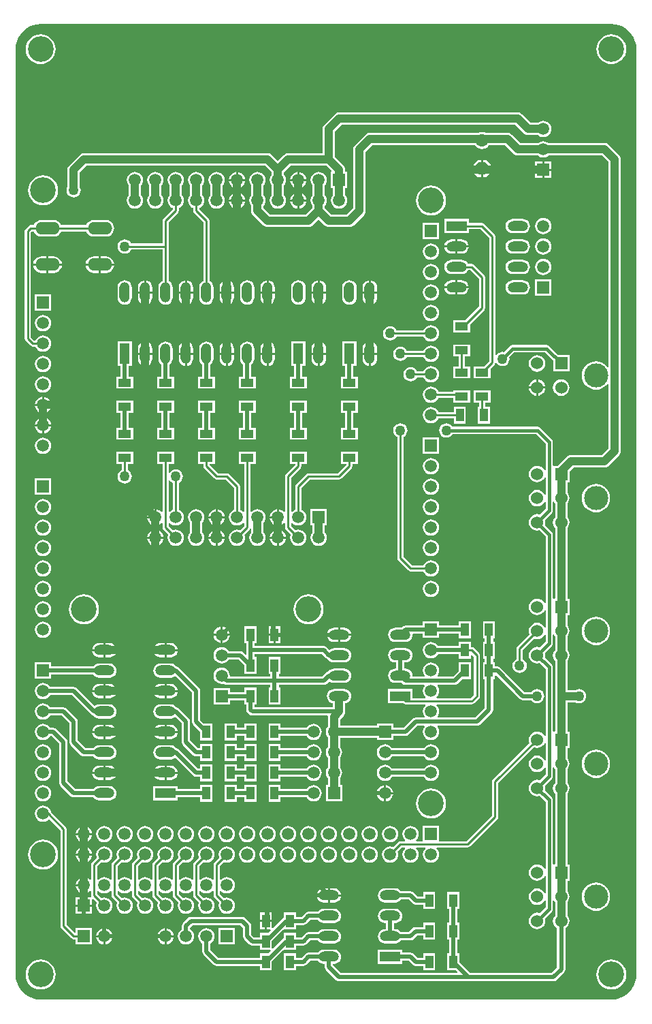
<source format=gtl>
G04 Layer_Physical_Order=1*
G04 Layer_Color=255*
%FSLAX44Y44*%
%MOMM*%
G71*
G01*
G75*
%ADD10R,1.6000X1.0000*%
%ADD11R,1.0000X1.6000*%
%ADD12C,1.0160*%
%ADD13C,0.2540*%
%ADD14C,0.5080*%
%ADD15C,0.3810*%
%ADD16C,1.5000*%
%ADD17R,1.5000X1.5000*%
%ADD18R,1.5000X1.5000*%
%ADD19P,1.7321X8X292.5*%
%ADD20C,1.6002*%
%ADD21C,3.0000*%
%ADD22C,1.5301*%
%ADD23R,1.5301X1.5301*%
%ADD24O,3.0480X1.5240*%
%ADD25O,2.5400X1.2700*%
%ADD26R,2.5400X1.2700*%
%ADD27O,1.2700X2.5400*%
%ADD28R,1.2700X2.5400*%
%ADD29C,3.2000*%
%ADD30C,1.2700*%
G36*
X749874Y1215775D02*
X754629Y1214634D01*
X759146Y1212763D01*
X763315Y1210208D01*
X767033Y1207033D01*
X770208Y1203315D01*
X772763Y1199146D01*
X774634Y1194629D01*
X775776Y1189874D01*
X776147Y1185157D01*
X776115Y1185000D01*
Y35000D01*
X776147Y34843D01*
X775776Y30126D01*
X774634Y25371D01*
X772763Y20854D01*
X770208Y16685D01*
X767033Y12967D01*
X763315Y9792D01*
X759146Y7237D01*
X754629Y5366D01*
X749874Y4225D01*
X745157Y3853D01*
X745000Y3885D01*
X35000D01*
X34843Y3853D01*
X30126Y4225D01*
X25371Y5366D01*
X20854Y7237D01*
X16685Y9792D01*
X12967Y12967D01*
X9792Y16685D01*
X7237Y20854D01*
X5366Y25371D01*
X4225Y30126D01*
X3853Y34843D01*
X3885Y35000D01*
Y1185000D01*
X3853Y1185157D01*
X4225Y1189874D01*
X5366Y1194629D01*
X7237Y1199146D01*
X9792Y1203315D01*
X12967Y1207033D01*
X16685Y1210208D01*
X20854Y1212763D01*
X25371Y1214634D01*
X30126Y1215775D01*
X34843Y1216147D01*
X35000Y1216115D01*
X745000D01*
X745157Y1216147D01*
X749874Y1215775D01*
D02*
G37*
%LPC*%
G36*
X745000Y1203630D02*
X741366Y1203272D01*
X737871Y1202212D01*
X734650Y1200490D01*
X731827Y1198173D01*
X729510Y1195350D01*
X727788Y1192129D01*
X726728Y1188634D01*
X726370Y1185000D01*
X726728Y1181366D01*
X727788Y1177871D01*
X729510Y1174650D01*
X731827Y1171827D01*
X734650Y1169510D01*
X737871Y1167788D01*
X741366Y1166728D01*
X745000Y1166370D01*
X748634Y1166728D01*
X752129Y1167788D01*
X755350Y1169510D01*
X758173Y1171827D01*
X760490Y1174650D01*
X762212Y1177871D01*
X763272Y1181366D01*
X763630Y1185000D01*
X763272Y1188634D01*
X762212Y1192129D01*
X760490Y1195350D01*
X758173Y1198173D01*
X755350Y1200490D01*
X752129Y1202212D01*
X748634Y1203272D01*
X745000Y1203630D01*
D02*
G37*
G36*
X35000D02*
X31365Y1203272D01*
X27871Y1202212D01*
X24650Y1200490D01*
X21827Y1198173D01*
X19510Y1195350D01*
X17788Y1192129D01*
X16728Y1188634D01*
X16370Y1185000D01*
X16728Y1181366D01*
X17788Y1177871D01*
X19510Y1174650D01*
X21827Y1171827D01*
X24650Y1169510D01*
X27871Y1167788D01*
X31365Y1166728D01*
X35000Y1166370D01*
X38635Y1166728D01*
X42129Y1167788D01*
X45350Y1169510D01*
X48173Y1171827D01*
X50490Y1174650D01*
X52212Y1177871D01*
X53272Y1181366D01*
X53630Y1185000D01*
X53272Y1188634D01*
X52212Y1192129D01*
X50490Y1195350D01*
X48173Y1198173D01*
X45350Y1200490D01*
X42129Y1202212D01*
X38635Y1203272D01*
X35000Y1203630D01*
D02*
G37*
G36*
X584200Y1082232D02*
X581448Y1081870D01*
X578952Y1080836D01*
X444500D01*
X444500Y1080836D01*
X442511Y1080574D01*
X440657Y1079806D01*
X439065Y1078585D01*
X426365Y1065885D01*
X425144Y1064293D01*
X424376Y1062439D01*
X424114Y1060450D01*
Y987434D01*
X415916Y979236D01*
X396884D01*
X388686Y987434D01*
Y990474D01*
X389770Y991887D01*
X390782Y994329D01*
X391127Y996950D01*
X390782Y999571D01*
X389770Y1002013D01*
X388686Y1003426D01*
Y1015874D01*
X389770Y1017287D01*
X390782Y1019729D01*
X391127Y1022350D01*
X390782Y1024971D01*
X389770Y1027413D01*
X388161Y1029511D01*
X386063Y1031120D01*
X383621Y1032132D01*
X381000Y1032477D01*
X378379Y1032132D01*
X375937Y1031120D01*
X373839Y1029511D01*
X372230Y1027413D01*
X371218Y1024971D01*
X370873Y1022350D01*
X371218Y1019729D01*
X372230Y1017287D01*
X373314Y1015874D01*
Y1003426D01*
X372230Y1002013D01*
X371218Y999571D01*
X370873Y996950D01*
X371218Y994329D01*
X372230Y991887D01*
X373314Y990474D01*
Y987434D01*
X365116Y979236D01*
X320684D01*
X312486Y987434D01*
Y990474D01*
X313570Y991887D01*
X314582Y994329D01*
X314927Y996950D01*
X314582Y999571D01*
X313570Y1002013D01*
X312486Y1003426D01*
Y1015874D01*
X313570Y1017287D01*
X314582Y1019729D01*
X314927Y1022350D01*
X314582Y1024971D01*
X313570Y1027413D01*
X311961Y1029511D01*
X309863Y1031120D01*
X307421Y1032132D01*
X304800Y1032477D01*
X302179Y1032132D01*
X299737Y1031120D01*
X297639Y1029511D01*
X296030Y1027413D01*
X295018Y1024971D01*
X294673Y1022350D01*
X295018Y1019729D01*
X296030Y1017287D01*
X297114Y1015874D01*
Y1003426D01*
X296030Y1002013D01*
X295018Y999571D01*
X294673Y996950D01*
X295018Y994329D01*
X296030Y991887D01*
X297114Y990474D01*
Y984250D01*
X297376Y982261D01*
X298144Y980407D01*
X299365Y978815D01*
X312065Y966115D01*
X313657Y964894D01*
X315511Y964126D01*
X317500Y963864D01*
X317500Y963864D01*
X368300D01*
X370289Y964126D01*
X372143Y964894D01*
X373735Y966115D01*
X381000Y973381D01*
X388265Y966115D01*
X389857Y964894D01*
X391711Y964126D01*
X393700Y963864D01*
X393700Y963864D01*
X419100D01*
X421089Y964126D01*
X422943Y964894D01*
X424535Y966115D01*
X437235Y978815D01*
X438456Y980407D01*
X439224Y982261D01*
X439486Y984250D01*
X439486Y984250D01*
Y1057266D01*
X447684Y1065464D01*
X575621D01*
X576682Y1064082D01*
X578884Y1062392D01*
X581448Y1061330D01*
X584200Y1060968D01*
X586952Y1061330D01*
X589516Y1062392D01*
X591718Y1064082D01*
X592779Y1065464D01*
X612766D01*
X623215Y1055015D01*
X624807Y1053794D01*
X626661Y1053026D01*
X628650Y1052764D01*
X628650Y1052764D01*
X653924D01*
X655337Y1051680D01*
X657779Y1050668D01*
X660400Y1050323D01*
X663021Y1050668D01*
X665463Y1051680D01*
X666876Y1052764D01*
X733416D01*
X741614Y1044566D01*
Y789790D01*
X740344Y789498D01*
X738363Y791913D01*
X735692Y794105D01*
X732645Y795733D01*
X729338Y796736D01*
X725900Y797075D01*
X722462Y796736D01*
X719155Y795733D01*
X716108Y794105D01*
X713437Y791913D01*
X711245Y789242D01*
X709617Y786195D01*
X708614Y782888D01*
X708275Y779450D01*
X708614Y776012D01*
X709617Y772705D01*
X711245Y769658D01*
X713437Y766987D01*
X716108Y764796D01*
X719155Y763167D01*
X722462Y762164D01*
X725900Y761825D01*
X729338Y762164D01*
X732645Y763167D01*
X735692Y764796D01*
X738363Y766987D01*
X740344Y769402D01*
X741614Y769110D01*
Y688984D01*
X733416Y680786D01*
X695150D01*
X693160Y680524D01*
X691307Y679756D01*
X689715Y678535D01*
X678421Y667240D01*
X672509Y667240D01*
X672232Y668396D01*
Y696750D01*
X671887Y698484D01*
X670905Y699955D01*
X656455Y714405D01*
X654984Y715387D01*
X653250Y715732D01*
X547478D01*
X546090Y717540D01*
X544233Y718965D01*
X542071Y719861D01*
X539750Y720167D01*
X537429Y719861D01*
X535267Y718965D01*
X533410Y717540D01*
X531985Y715683D01*
X531089Y713521D01*
X530783Y711200D01*
X531089Y708879D01*
X531985Y706717D01*
X533410Y704860D01*
X535267Y703435D01*
X537429Y702539D01*
X539750Y702233D01*
X542071Y702539D01*
X544233Y703435D01*
X546090Y704860D01*
X547478Y706668D01*
X651373D01*
X663168Y694873D01*
Y661725D01*
X661898Y661473D01*
X661601Y662189D01*
X659968Y664318D01*
X657839Y665951D01*
X655360Y666978D01*
X652700Y667328D01*
X650040Y666978D01*
X647561Y665951D01*
X645432Y664318D01*
X643798Y662189D01*
X642772Y659710D01*
X642421Y657050D01*
X642772Y654390D01*
X643798Y651911D01*
X645432Y649782D01*
X647561Y648149D01*
X650040Y647122D01*
X652700Y646771D01*
X655360Y647122D01*
X657839Y648149D01*
X659968Y649782D01*
X661601Y651911D01*
X661898Y652627D01*
X663168Y652375D01*
Y631725D01*
X661898Y631473D01*
X661601Y632189D01*
X659968Y634318D01*
X657839Y635951D01*
X655360Y636978D01*
X652700Y637328D01*
X650040Y636978D01*
X647561Y635951D01*
X645432Y634318D01*
X643798Y632189D01*
X642772Y629710D01*
X642421Y627050D01*
X642772Y624390D01*
X643798Y621911D01*
X645432Y619782D01*
X647561Y618149D01*
X650040Y617122D01*
X652700Y616772D01*
X655360Y617122D01*
X657839Y618149D01*
X659968Y619782D01*
X661601Y621911D01*
X661898Y622627D01*
X663168Y622375D01*
Y613927D01*
X655967Y606727D01*
X655360Y606978D01*
X652700Y607328D01*
X650040Y606978D01*
X647561Y605951D01*
X645432Y604318D01*
X643798Y602189D01*
X642772Y599710D01*
X642421Y597050D01*
X642772Y594390D01*
X643798Y591911D01*
X645432Y589782D01*
X647561Y588149D01*
X650040Y587122D01*
X652700Y586772D01*
X655360Y587122D01*
X655755Y587285D01*
X663168Y579873D01*
Y496625D01*
X661898Y496373D01*
X661601Y497089D01*
X659968Y499218D01*
X657839Y500851D01*
X655360Y501878D01*
X652700Y502228D01*
X650040Y501878D01*
X647561Y500851D01*
X645432Y499218D01*
X643798Y497089D01*
X642772Y494610D01*
X642421Y491950D01*
X642772Y489290D01*
X643798Y486811D01*
X645432Y484682D01*
X647561Y483049D01*
X650040Y482022D01*
X652700Y481671D01*
X655360Y482022D01*
X657839Y483049D01*
X659968Y484682D01*
X661601Y486811D01*
X661898Y487527D01*
X663168Y487275D01*
Y466625D01*
X661898Y466373D01*
X661601Y467089D01*
X659968Y469218D01*
X657839Y470851D01*
X655360Y471878D01*
X652700Y472228D01*
X650040Y471878D01*
X647561Y470851D01*
X645432Y469218D01*
X643798Y467089D01*
X642772Y464610D01*
X642421Y461950D01*
X642772Y459290D01*
X643291Y458035D01*
X628189Y442933D01*
X627347Y441673D01*
X627051Y440186D01*
Y426859D01*
X626453Y426611D01*
X624596Y425186D01*
X623171Y423329D01*
X622275Y421167D01*
X621969Y418846D01*
X622275Y416525D01*
X623171Y414363D01*
X624596Y412506D01*
X626453Y411081D01*
X628615Y410185D01*
X630936Y409879D01*
X633257Y410185D01*
X635419Y411081D01*
X637276Y412506D01*
X638701Y414363D01*
X639597Y416525D01*
X639903Y418846D01*
X639597Y421167D01*
X638701Y423329D01*
X637276Y425186D01*
X635419Y426611D01*
X634821Y426859D01*
Y438577D01*
X648785Y452541D01*
X650040Y452022D01*
X652700Y451672D01*
X655360Y452022D01*
X657839Y453049D01*
X659968Y454682D01*
X661601Y456811D01*
X661898Y457527D01*
X663168Y457275D01*
Y448828D01*
X655967Y441627D01*
X655360Y441878D01*
X652700Y442229D01*
X650040Y441878D01*
X647561Y440851D01*
X645432Y439218D01*
X643798Y437089D01*
X642772Y434610D01*
X642421Y431950D01*
X642772Y429290D01*
X643798Y426811D01*
X645432Y424682D01*
X647561Y423049D01*
X650040Y422022D01*
X652700Y421672D01*
X655360Y422022D01*
X655967Y422273D01*
X663168Y415072D01*
Y331525D01*
X661898Y331273D01*
X661601Y331989D01*
X659968Y334118D01*
X657839Y335751D01*
X655360Y336778D01*
X652700Y337128D01*
X650040Y336778D01*
X647561Y335751D01*
X645432Y334118D01*
X643798Y331989D01*
X642772Y329510D01*
X642421Y326850D01*
X642772Y324190D01*
X643291Y322935D01*
X597709Y277353D01*
X596867Y276093D01*
X596571Y274606D01*
Y232495D01*
X564811Y200735D01*
X530740D01*
Y219590D01*
X510660D01*
Y200735D01*
X502390D01*
X501959Y202005D01*
X502461Y202389D01*
X504070Y204487D01*
X505082Y206929D01*
X505427Y209550D01*
X505082Y212171D01*
X504070Y214613D01*
X502461Y216711D01*
X500363Y218320D01*
X497921Y219332D01*
X495300Y219677D01*
X492679Y219332D01*
X490237Y218320D01*
X488139Y216711D01*
X486530Y214613D01*
X485518Y212171D01*
X485173Y209550D01*
X485518Y206929D01*
X486530Y204487D01*
X488139Y202389D01*
X488641Y202005D01*
X488210Y200735D01*
X482600D01*
X481113Y200439D01*
X479853Y199597D01*
X473700Y193443D01*
X472521Y193932D01*
X469900Y194277D01*
X467279Y193932D01*
X464837Y192920D01*
X462739Y191311D01*
X461130Y189213D01*
X460118Y186771D01*
X459773Y184150D01*
X460118Y181529D01*
X461130Y179087D01*
X462739Y176989D01*
X464837Y175380D01*
X467279Y174368D01*
X469900Y174023D01*
X472521Y174368D01*
X474963Y175380D01*
X477061Y176989D01*
X478670Y179087D01*
X479682Y181529D01*
X480027Y184150D01*
X479682Y186771D01*
X479193Y187950D01*
X484209Y192965D01*
X488210D01*
X488641Y191695D01*
X488139Y191311D01*
X486530Y189213D01*
X485518Y186771D01*
X485173Y184150D01*
X485518Y181529D01*
X486530Y179087D01*
X488139Y176989D01*
X490237Y175380D01*
X492679Y174368D01*
X495300Y174023D01*
X497921Y174368D01*
X500363Y175380D01*
X502461Y176989D01*
X504070Y179087D01*
X505082Y181529D01*
X505427Y184150D01*
X505082Y186771D01*
X504070Y189213D01*
X502461Y191311D01*
X501959Y191695D01*
X502390Y192965D01*
X513610D01*
X514041Y191695D01*
X513539Y191311D01*
X511930Y189213D01*
X510918Y186771D01*
X510573Y184150D01*
X510918Y181529D01*
X511930Y179087D01*
X513539Y176989D01*
X515637Y175380D01*
X518079Y174368D01*
X520700Y174023D01*
X523321Y174368D01*
X525763Y175380D01*
X527861Y176989D01*
X529470Y179087D01*
X530482Y181529D01*
X530827Y184150D01*
X530482Y186771D01*
X529470Y189213D01*
X527861Y191311D01*
X527359Y191695D01*
X527790Y192965D01*
X566420D01*
X567907Y193261D01*
X569167Y194103D01*
X603203Y228139D01*
X604045Y229399D01*
X604341Y230886D01*
Y272997D01*
X648785Y317441D01*
X650040Y316922D01*
X652700Y316572D01*
X655360Y316922D01*
X657839Y317949D01*
X659968Y319582D01*
X661601Y321711D01*
X661898Y322427D01*
X663168Y322175D01*
Y301525D01*
X661898Y301273D01*
X661601Y301989D01*
X659968Y304118D01*
X657839Y305751D01*
X655360Y306778D01*
X652700Y307128D01*
X650040Y306778D01*
X647561Y305751D01*
X645432Y304118D01*
X643798Y301989D01*
X642772Y299510D01*
X642421Y296850D01*
X642772Y294190D01*
X643798Y291711D01*
X645432Y289582D01*
X647561Y287949D01*
X650040Y286922D01*
X652700Y286572D01*
X655360Y286922D01*
X657839Y287949D01*
X659968Y289582D01*
X661601Y291711D01*
X661898Y292427D01*
X663168Y292175D01*
Y283728D01*
X655967Y276527D01*
X655360Y276778D01*
X652700Y277129D01*
X650040Y276778D01*
X647561Y275751D01*
X645432Y274118D01*
X643798Y271989D01*
X642772Y269510D01*
X642421Y266850D01*
X642772Y264190D01*
X643798Y261711D01*
X645432Y259582D01*
X647561Y257949D01*
X650040Y256922D01*
X652700Y256572D01*
X655360Y256922D01*
X655967Y257173D01*
X663168Y249972D01*
Y166425D01*
X661898Y166173D01*
X661601Y166889D01*
X659968Y169018D01*
X657839Y170651D01*
X655360Y171678D01*
X652700Y172028D01*
X650040Y171678D01*
X647561Y170651D01*
X645432Y169018D01*
X643798Y166889D01*
X642772Y164410D01*
X642421Y161750D01*
X642772Y159090D01*
X643798Y156611D01*
X645432Y154482D01*
X647561Y152849D01*
X650040Y151822D01*
X652700Y151472D01*
X655360Y151822D01*
X657839Y152849D01*
X659968Y154482D01*
X661601Y156611D01*
X661898Y157327D01*
X663168Y157075D01*
Y136425D01*
X661898Y136173D01*
X661601Y136889D01*
X659968Y139018D01*
X657839Y140651D01*
X655360Y141678D01*
X652700Y142028D01*
X650040Y141678D01*
X647561Y140651D01*
X645432Y139018D01*
X643798Y136889D01*
X642772Y134410D01*
X642421Y131750D01*
X642772Y129090D01*
X643798Y126611D01*
X645432Y124482D01*
X647561Y122849D01*
X650040Y121822D01*
X652700Y121472D01*
X655360Y121822D01*
X657839Y122849D01*
X659968Y124482D01*
X661601Y126611D01*
X661898Y127327D01*
X663168Y127075D01*
Y118628D01*
X655967Y111427D01*
X655360Y111678D01*
X652700Y112029D01*
X650040Y111678D01*
X647561Y110651D01*
X645432Y109018D01*
X643798Y106889D01*
X642772Y104410D01*
X642421Y101750D01*
X642772Y99090D01*
X643798Y96611D01*
X645432Y94482D01*
X647561Y92849D01*
X650040Y91822D01*
X652700Y91472D01*
X655360Y91822D01*
X657839Y92849D01*
X659968Y94482D01*
X661601Y96611D01*
X662628Y99090D01*
X662978Y101750D01*
X662628Y104410D01*
X662376Y105017D01*
X670905Y113546D01*
X671887Y115016D01*
X672232Y116751D01*
Y127073D01*
X673502Y127326D01*
X673798Y126611D01*
X675014Y125027D01*
Y108474D01*
X673798Y106889D01*
X672772Y104410D01*
X672421Y101750D01*
X672772Y99090D01*
X673798Y96611D01*
X675432Y94482D01*
X677520Y92880D01*
Y43495D01*
X670955Y36930D01*
X569596D01*
X555940Y50585D01*
Y61340D01*
X553580D01*
Y78360D01*
X555940D01*
Y99440D01*
X553580D01*
Y116460D01*
X555940D01*
Y137540D01*
X540860D01*
Y116460D01*
X543221D01*
Y99440D01*
X540860D01*
Y78360D01*
X543221D01*
Y61340D01*
X540860D01*
Y40260D01*
X551615D01*
X553772Y38103D01*
X553286Y36930D01*
X408545D01*
X398880Y46595D01*
Y48183D01*
X400050D01*
X402371Y48489D01*
X404533Y49385D01*
X406390Y50810D01*
X407815Y52667D01*
X408711Y54829D01*
X409017Y57150D01*
X408711Y59471D01*
X407815Y61633D01*
X406390Y63490D01*
X404533Y64915D01*
X402371Y65811D01*
X400050Y66117D01*
X387350D01*
X385029Y65811D01*
X382867Y64915D01*
X381010Y63490D01*
X380119Y62330D01*
X368300D01*
X366318Y61935D01*
X364637Y60813D01*
X359805Y55979D01*
X352740D01*
Y61340D01*
X337660D01*
Y40260D01*
X352740D01*
Y45620D01*
X361950D01*
X363932Y46015D01*
X365612Y47137D01*
X370445Y51971D01*
X380119D01*
X381010Y50810D01*
X382867Y49385D01*
X385029Y48489D01*
X387350Y48183D01*
X388521D01*
Y44450D01*
X388915Y42468D01*
X390037Y40788D01*
X402738Y28087D01*
X404418Y26965D01*
X406400Y26570D01*
X673100D01*
X675082Y26965D01*
X676762Y28087D01*
X686362Y37687D01*
X687485Y39368D01*
X687879Y41350D01*
Y92880D01*
X689968Y94482D01*
X691601Y96611D01*
X692628Y99090D01*
X692978Y101750D01*
X692628Y104410D01*
X691601Y106889D01*
X690385Y108474D01*
Y125027D01*
X691601Y126611D01*
X692628Y129090D01*
X692978Y131750D01*
X692628Y134410D01*
X691601Y136889D01*
X690385Y138473D01*
Y151559D01*
X692890D01*
Y171940D01*
X690385D01*
Y260127D01*
X691601Y261711D01*
X692628Y264190D01*
X692978Y266850D01*
X692628Y269510D01*
X691601Y271989D01*
X690385Y273573D01*
Y290127D01*
X691601Y291711D01*
X692628Y294190D01*
X692978Y296850D01*
X692628Y299510D01*
X691601Y301989D01*
X690385Y303573D01*
Y316660D01*
X692890D01*
Y337040D01*
X690385D01*
Y373314D01*
X700263D01*
X700367Y373235D01*
X702529Y372339D01*
X704850Y372033D01*
X707171Y372339D01*
X709333Y373235D01*
X711190Y374660D01*
X712615Y376517D01*
X713511Y378679D01*
X713817Y381000D01*
X713511Y383321D01*
X712615Y385483D01*
X711190Y387340D01*
X709333Y388765D01*
X707171Y389661D01*
X704850Y389967D01*
X702529Y389661D01*
X700367Y388765D01*
X700263Y388686D01*
X690385D01*
Y425227D01*
X691601Y426811D01*
X692628Y429290D01*
X692978Y431950D01*
X692628Y434610D01*
X691601Y437089D01*
X690385Y438674D01*
Y455227D01*
X691601Y456811D01*
X692628Y459290D01*
X692978Y461950D01*
X692628Y464610D01*
X691601Y467089D01*
X690385Y468673D01*
Y481759D01*
X692890D01*
Y502140D01*
X690385D01*
Y590327D01*
X691601Y591911D01*
X692628Y594390D01*
X692978Y597050D01*
X692628Y599710D01*
X691601Y602189D01*
X690385Y603773D01*
Y620327D01*
X691601Y621911D01*
X692628Y624390D01*
X692978Y627050D01*
X692628Y629710D01*
X691601Y632189D01*
X690385Y633773D01*
Y646860D01*
X692890D01*
Y659971D01*
X698333Y665414D01*
X736600D01*
X738589Y665676D01*
X740443Y666444D01*
X742035Y667665D01*
X754735Y680365D01*
X755956Y681957D01*
X756724Y683811D01*
X756986Y685800D01*
X756986Y685800D01*
Y1047750D01*
X756986Y1047750D01*
X756724Y1049739D01*
X755956Y1051593D01*
X754735Y1053185D01*
X742035Y1065885D01*
X740443Y1067106D01*
X738589Y1067874D01*
X736600Y1068136D01*
X666876D01*
X665463Y1069220D01*
X663021Y1070232D01*
X660400Y1070577D01*
X657779Y1070232D01*
X655337Y1069220D01*
X653924Y1068136D01*
X631834D01*
X621385Y1078585D01*
X619793Y1079806D01*
X617939Y1080574D01*
X615950Y1080836D01*
X589448D01*
X586952Y1081870D01*
X584200Y1082232D01*
D02*
G37*
G36*
X406400Y1106236D02*
X404411Y1105974D01*
X402557Y1105206D01*
X400965Y1103985D01*
X388265Y1091285D01*
X387044Y1089693D01*
X386276Y1087839D01*
X386014Y1085850D01*
Y1055436D01*
X342900D01*
X342900Y1055436D01*
X340911Y1055174D01*
X339057Y1054406D01*
X337465Y1053185D01*
X330200Y1045919D01*
X322935Y1053185D01*
X321343Y1054406D01*
X319489Y1055174D01*
X317500Y1055436D01*
X88900D01*
X88900Y1055436D01*
X86911Y1055174D01*
X85057Y1054406D01*
X83465Y1053185D01*
X70765Y1040485D01*
X69544Y1038893D01*
X68776Y1037039D01*
X68514Y1035050D01*
Y1014237D01*
X68435Y1014133D01*
X67539Y1011971D01*
X67233Y1009650D01*
X67539Y1007329D01*
X68435Y1005167D01*
X69860Y1003310D01*
X71717Y1001885D01*
X73879Y1000989D01*
X76200Y1000683D01*
X78521Y1000989D01*
X80683Y1001885D01*
X82540Y1003310D01*
X83965Y1005167D01*
X84861Y1007329D01*
X85167Y1009650D01*
X84861Y1011971D01*
X83965Y1014133D01*
X83886Y1014237D01*
Y1031866D01*
X92084Y1040064D01*
X314316D01*
X322514Y1031866D01*
Y1028826D01*
X321430Y1027413D01*
X320418Y1024971D01*
X320073Y1022350D01*
X320418Y1019729D01*
X321430Y1017287D01*
X322514Y1015874D01*
Y1003426D01*
X321430Y1002013D01*
X320418Y999571D01*
X320073Y996950D01*
X320418Y994329D01*
X321430Y991887D01*
X323039Y989789D01*
X325137Y988180D01*
X327579Y987168D01*
X330200Y986823D01*
X332821Y987168D01*
X335263Y988180D01*
X337361Y989789D01*
X338970Y991887D01*
X339982Y994329D01*
X340327Y996950D01*
X339982Y999571D01*
X338970Y1002013D01*
X337886Y1003426D01*
Y1015874D01*
X338970Y1017287D01*
X339982Y1019729D01*
X340327Y1022350D01*
X339982Y1024971D01*
X338970Y1027413D01*
X337886Y1028826D01*
Y1031866D01*
X346084Y1040064D01*
X390516D01*
X397017Y1033563D01*
X396531Y1032390D01*
X396360D01*
Y1012310D01*
X398714D01*
Y1003426D01*
X397630Y1002013D01*
X396618Y999571D01*
X396273Y996950D01*
X396618Y994329D01*
X397630Y991887D01*
X399239Y989789D01*
X401337Y988180D01*
X403779Y987168D01*
X406400Y986823D01*
X409021Y987168D01*
X411463Y988180D01*
X413561Y989789D01*
X415170Y991887D01*
X416182Y994329D01*
X416527Y996950D01*
X416182Y999571D01*
X415170Y1002013D01*
X414086Y1003426D01*
Y1012310D01*
X416440D01*
Y1032390D01*
X414086D01*
Y1035050D01*
X414086Y1035050D01*
X413824Y1037039D01*
X413056Y1038893D01*
X411835Y1040485D01*
X401386Y1050934D01*
Y1082666D01*
X409584Y1090864D01*
X625466D01*
X635915Y1080415D01*
X637507Y1079194D01*
X639361Y1078426D01*
X641350Y1078164D01*
X641350Y1078164D01*
X653924D01*
X655337Y1077080D01*
X657779Y1076068D01*
X660400Y1075723D01*
X663021Y1076068D01*
X665463Y1077080D01*
X667561Y1078689D01*
X669170Y1080787D01*
X670182Y1083229D01*
X670527Y1085850D01*
X670182Y1088471D01*
X669170Y1090913D01*
X667561Y1093011D01*
X665463Y1094620D01*
X663021Y1095632D01*
X660400Y1095977D01*
X657779Y1095632D01*
X655337Y1094620D01*
X653924Y1093536D01*
X644534D01*
X634085Y1103985D01*
X632493Y1105206D01*
X630639Y1105974D01*
X628650Y1106236D01*
X406400D01*
X406400Y1106236D01*
D02*
G37*
G36*
X589470Y1047141D02*
X585470D01*
Y1037870D01*
X594741D01*
Y1041870D01*
X589470Y1047141D01*
D02*
G37*
G36*
X582930D02*
X578929D01*
X573659Y1041870D01*
Y1037870D01*
X582930D01*
Y1047141D01*
D02*
G37*
G36*
X670440Y1045090D02*
X661670D01*
Y1036320D01*
X670440D01*
Y1045090D01*
D02*
G37*
G36*
X659130D02*
X650360D01*
Y1036320D01*
X659130D01*
Y1045090D01*
D02*
G37*
G36*
X594741Y1035330D02*
X585470D01*
Y1026059D01*
X589470D01*
X594741Y1031329D01*
Y1035330D01*
D02*
G37*
G36*
X582930D02*
X573659D01*
Y1031329D01*
X578929Y1026059D01*
X582930D01*
Y1035330D01*
D02*
G37*
G36*
X670440Y1033780D02*
X661670D01*
Y1025010D01*
X670440D01*
Y1033780D01*
D02*
G37*
G36*
X659130D02*
X650360D01*
Y1025010D01*
X659130D01*
Y1033780D01*
D02*
G37*
G36*
X356870Y1032309D02*
Y1023620D01*
X365559D01*
X365382Y1024971D01*
X364370Y1027413D01*
X362761Y1029511D01*
X360663Y1031120D01*
X358221Y1032132D01*
X356870Y1032309D01*
D02*
G37*
G36*
X280670D02*
Y1023620D01*
X289359D01*
X289182Y1024971D01*
X288170Y1027413D01*
X286561Y1029511D01*
X284463Y1031120D01*
X282021Y1032132D01*
X280670Y1032309D01*
D02*
G37*
G36*
X354330D02*
X352979Y1032132D01*
X350537Y1031120D01*
X348439Y1029511D01*
X346830Y1027413D01*
X345818Y1024971D01*
X345641Y1023620D01*
X354330D01*
Y1032309D01*
D02*
G37*
G36*
X278130D02*
X276779Y1032132D01*
X274337Y1031120D01*
X272239Y1029511D01*
X270630Y1027413D01*
X269618Y1024971D01*
X269441Y1023620D01*
X278130D01*
Y1032309D01*
D02*
G37*
G36*
X365559Y1021080D02*
X356870D01*
Y1012391D01*
X358221Y1012568D01*
X360663Y1013580D01*
X362761Y1015189D01*
X364370Y1017287D01*
X365382Y1019729D01*
X365559Y1021080D01*
D02*
G37*
G36*
X289359D02*
X280670D01*
Y1012391D01*
X282021Y1012568D01*
X284463Y1013580D01*
X286561Y1015189D01*
X288170Y1017287D01*
X289182Y1019729D01*
X289359Y1021080D01*
D02*
G37*
G36*
X354330D02*
X345641D01*
X345818Y1019729D01*
X346830Y1017287D01*
X348439Y1015189D01*
X350537Y1013580D01*
X352979Y1012568D01*
X354330Y1012391D01*
Y1021080D01*
D02*
G37*
G36*
X278130D02*
X269441D01*
X269618Y1019729D01*
X270630Y1017287D01*
X272239Y1015189D01*
X274337Y1013580D01*
X276779Y1012568D01*
X278130Y1012391D01*
Y1021080D01*
D02*
G37*
G36*
X356870Y1006909D02*
Y998220D01*
X365559D01*
X365382Y999571D01*
X364370Y1002013D01*
X362761Y1004111D01*
X360663Y1005720D01*
X358221Y1006732D01*
X356870Y1006909D01*
D02*
G37*
G36*
X280670D02*
Y998220D01*
X289359D01*
X289182Y999571D01*
X288170Y1002013D01*
X286561Y1004111D01*
X284463Y1005720D01*
X282021Y1006732D01*
X280670Y1006909D01*
D02*
G37*
G36*
X354330D02*
X352979Y1006732D01*
X350537Y1005720D01*
X348439Y1004111D01*
X346830Y1002013D01*
X345818Y999571D01*
X345641Y998220D01*
X354330D01*
Y1006909D01*
D02*
G37*
G36*
X278130D02*
X276779Y1006732D01*
X274337Y1005720D01*
X272239Y1004111D01*
X270630Y1002013D01*
X269618Y999571D01*
X269441Y998220D01*
X278130D01*
Y1006909D01*
D02*
G37*
G36*
X38100Y1028280D02*
X34465Y1027922D01*
X30971Y1026862D01*
X27750Y1025140D01*
X24927Y1022823D01*
X22610Y1020000D01*
X20888Y1016779D01*
X19828Y1013285D01*
X19470Y1009650D01*
X19828Y1006015D01*
X20888Y1002521D01*
X22610Y999300D01*
X24927Y996477D01*
X27750Y994160D01*
X30971Y992438D01*
X34465Y991378D01*
X38100Y991020D01*
X41734Y991378D01*
X45229Y992438D01*
X48450Y994160D01*
X51273Y996477D01*
X53590Y999300D01*
X55312Y1002521D01*
X56372Y1006015D01*
X56730Y1009650D01*
X56372Y1013285D01*
X55312Y1016779D01*
X53590Y1020000D01*
X51273Y1022823D01*
X48450Y1025140D01*
X45229Y1026862D01*
X41734Y1027922D01*
X38100Y1028280D01*
D02*
G37*
G36*
X365559Y995680D02*
X356870D01*
Y986991D01*
X358221Y987168D01*
X360663Y988180D01*
X362761Y989789D01*
X364370Y991887D01*
X365382Y994329D01*
X365559Y995680D01*
D02*
G37*
G36*
X289359D02*
X280670D01*
Y986991D01*
X282021Y987168D01*
X284463Y988180D01*
X286561Y989789D01*
X288170Y991887D01*
X289182Y994329D01*
X289359Y995680D01*
D02*
G37*
G36*
X354330D02*
X345641D01*
X345818Y994329D01*
X346830Y991887D01*
X348439Y989789D01*
X350537Y988180D01*
X352979Y987168D01*
X354330Y986991D01*
Y995680D01*
D02*
G37*
G36*
X278130D02*
X269441D01*
X269618Y994329D01*
X270630Y991887D01*
X272239Y989789D01*
X274337Y988180D01*
X276779Y987168D01*
X278130Y986991D01*
Y995680D01*
D02*
G37*
G36*
X254000Y1032477D02*
X251379Y1032132D01*
X248937Y1031120D01*
X246839Y1029511D01*
X245230Y1027413D01*
X244218Y1024971D01*
X243873Y1022350D01*
X244218Y1019729D01*
X245230Y1017287D01*
X246314Y1015874D01*
Y1003426D01*
X245230Y1002013D01*
X244218Y999571D01*
X243873Y996950D01*
X244218Y994329D01*
X245230Y991887D01*
X246839Y989789D01*
X248937Y988180D01*
X251379Y987168D01*
X254000Y986823D01*
X256621Y987168D01*
X259063Y988180D01*
X261161Y989789D01*
X262770Y991887D01*
X263782Y994329D01*
X264127Y996950D01*
X263782Y999571D01*
X262770Y1002013D01*
X261686Y1003426D01*
Y1015874D01*
X262770Y1017287D01*
X263782Y1019729D01*
X264127Y1022350D01*
X263782Y1024971D01*
X262770Y1027413D01*
X261161Y1029511D01*
X259063Y1031120D01*
X256621Y1032132D01*
X254000Y1032477D01*
D02*
G37*
G36*
X177800D02*
X175179Y1032132D01*
X172737Y1031120D01*
X170639Y1029511D01*
X169030Y1027413D01*
X168018Y1024971D01*
X167673Y1022350D01*
X168018Y1019729D01*
X169030Y1017287D01*
X170114Y1015874D01*
Y1003426D01*
X169030Y1002013D01*
X168018Y999571D01*
X167673Y996950D01*
X168018Y994329D01*
X169030Y991887D01*
X170639Y989789D01*
X172737Y988180D01*
X175179Y987168D01*
X177800Y986823D01*
X180421Y987168D01*
X182863Y988180D01*
X184961Y989789D01*
X186570Y991887D01*
X187582Y994329D01*
X187927Y996950D01*
X187582Y999571D01*
X186570Y1002013D01*
X185486Y1003426D01*
Y1015874D01*
X186570Y1017287D01*
X187582Y1019729D01*
X187927Y1022350D01*
X187582Y1024971D01*
X186570Y1027413D01*
X184961Y1029511D01*
X182863Y1031120D01*
X180421Y1032132D01*
X177800Y1032477D01*
D02*
G37*
G36*
X152400D02*
X149779Y1032132D01*
X147337Y1031120D01*
X145239Y1029511D01*
X143630Y1027413D01*
X142618Y1024971D01*
X142273Y1022350D01*
X142618Y1019729D01*
X143630Y1017287D01*
X144714Y1015874D01*
Y1003426D01*
X143630Y1002013D01*
X142618Y999571D01*
X142273Y996950D01*
X142618Y994329D01*
X143630Y991887D01*
X145239Y989789D01*
X147337Y988180D01*
X149779Y987168D01*
X152400Y986823D01*
X155021Y987168D01*
X157463Y988180D01*
X159561Y989789D01*
X161170Y991887D01*
X162182Y994329D01*
X162527Y996950D01*
X162182Y999571D01*
X161170Y1002013D01*
X160086Y1003426D01*
Y1015874D01*
X161170Y1017287D01*
X162182Y1019729D01*
X162527Y1022350D01*
X162182Y1024971D01*
X161170Y1027413D01*
X159561Y1029511D01*
X157463Y1031120D01*
X155021Y1032132D01*
X152400Y1032477D01*
D02*
G37*
G36*
X520700Y1015580D02*
X517066Y1015222D01*
X513571Y1014162D01*
X510350Y1012440D01*
X507527Y1010123D01*
X505210Y1007300D01*
X503488Y1004079D01*
X502428Y1000584D01*
X502070Y996950D01*
X502428Y993316D01*
X503488Y989821D01*
X505210Y986600D01*
X507527Y983777D01*
X510350Y981460D01*
X513571Y979738D01*
X517066Y978678D01*
X520700Y978320D01*
X524334Y978678D01*
X527829Y979738D01*
X531050Y981460D01*
X533873Y983777D01*
X536190Y986600D01*
X537912Y989821D01*
X538972Y993316D01*
X539330Y996950D01*
X538972Y1000584D01*
X537912Y1004079D01*
X536190Y1007300D01*
X533873Y1010123D01*
X531050Y1012440D01*
X527829Y1014162D01*
X524334Y1015222D01*
X520700Y1015580D01*
D02*
G37*
G36*
X116332Y972654D02*
X101092D01*
X98440Y972305D01*
X95968Y971281D01*
X93846Y969652D01*
X92217Y967530D01*
X91704Y966291D01*
X60696D01*
X60183Y967530D01*
X58554Y969652D01*
X56432Y971281D01*
X53960Y972305D01*
X51308Y972654D01*
X36068D01*
X33416Y972305D01*
X30944Y971281D01*
X28822Y969652D01*
X27193Y967530D01*
X26680Y966291D01*
X22606D01*
X21119Y965995D01*
X19859Y965153D01*
X16303Y961597D01*
X15461Y960337D01*
X15165Y958850D01*
Y825500D01*
X15461Y824013D01*
X16303Y822753D01*
X22653Y816403D01*
X23913Y815561D01*
X25400Y815265D01*
X28842D01*
X29330Y814087D01*
X30939Y811989D01*
X33037Y810380D01*
X35479Y809368D01*
X38100Y809023D01*
X40721Y809368D01*
X43163Y810380D01*
X45261Y811989D01*
X46870Y814087D01*
X47882Y816529D01*
X48227Y819150D01*
X47882Y821771D01*
X46870Y824213D01*
X45261Y826311D01*
X43163Y827920D01*
X40721Y828932D01*
X38100Y829277D01*
X35479Y828932D01*
X33037Y827920D01*
X30939Y826311D01*
X29330Y824213D01*
X28842Y823035D01*
X27009D01*
X22935Y827109D01*
Y957241D01*
X24215Y958521D01*
X26680D01*
X27193Y957282D01*
X28822Y955160D01*
X30944Y953531D01*
X33416Y952507D01*
X36068Y952158D01*
X51308D01*
X53960Y952507D01*
X56432Y953531D01*
X58554Y955160D01*
X60183Y957282D01*
X60696Y958521D01*
X91704D01*
X92217Y957282D01*
X93846Y955160D01*
X95968Y953531D01*
X98440Y952507D01*
X101092Y952158D01*
X116332D01*
X118984Y952507D01*
X121456Y953531D01*
X123578Y955160D01*
X125207Y957282D01*
X126230Y959754D01*
X126580Y962406D01*
X126230Y965058D01*
X125207Y967530D01*
X123578Y969652D01*
X121456Y971281D01*
X118984Y972305D01*
X116332Y972654D01*
D02*
G37*
G36*
X635000Y974167D02*
X622300D01*
X619979Y973861D01*
X617817Y972965D01*
X615960Y971540D01*
X614535Y969683D01*
X613639Y967521D01*
X613333Y965200D01*
X613639Y962879D01*
X614535Y960717D01*
X615960Y958860D01*
X617817Y957435D01*
X619979Y956539D01*
X622300Y956233D01*
X635000D01*
X637321Y956539D01*
X639483Y957435D01*
X641340Y958860D01*
X642765Y960717D01*
X643661Y962879D01*
X643967Y965200D01*
X643661Y967521D01*
X642765Y969683D01*
X641340Y971540D01*
X639483Y972965D01*
X637321Y973861D01*
X635000Y974167D01*
D02*
G37*
G36*
X660400Y975327D02*
X657779Y974982D01*
X655337Y973970D01*
X653239Y972361D01*
X651630Y970263D01*
X650618Y967821D01*
X650273Y965200D01*
X650618Y962579D01*
X651630Y960137D01*
X653239Y958039D01*
X655337Y956430D01*
X657779Y955418D01*
X660400Y955073D01*
X663021Y955418D01*
X665463Y956430D01*
X667561Y958039D01*
X669170Y960137D01*
X670182Y962579D01*
X670527Y965200D01*
X670182Y967821D01*
X669170Y970263D01*
X667561Y972361D01*
X665463Y973970D01*
X663021Y974982D01*
X660400Y975327D01*
D02*
G37*
G36*
X530740Y968890D02*
X510660D01*
Y948810D01*
X530740D01*
Y968890D01*
D02*
G37*
G36*
X203200Y1032477D02*
X200579Y1032132D01*
X198137Y1031120D01*
X196039Y1029511D01*
X194430Y1027413D01*
X193418Y1024971D01*
X193073Y1022350D01*
X193418Y1019729D01*
X194430Y1017287D01*
X195514Y1015874D01*
Y1003426D01*
X194430Y1002013D01*
X193418Y999571D01*
X193073Y996950D01*
X193418Y994329D01*
X194430Y991887D01*
X196039Y989789D01*
X198137Y988180D01*
X199315Y987692D01*
Y985859D01*
X187753Y974297D01*
X186911Y973037D01*
X186615Y971550D01*
Y943685D01*
X147713D01*
X147465Y944283D01*
X146040Y946140D01*
X144183Y947565D01*
X142021Y948461D01*
X139700Y948767D01*
X137379Y948461D01*
X135217Y947565D01*
X133360Y946140D01*
X131935Y944283D01*
X131039Y942121D01*
X130733Y939800D01*
X131039Y937479D01*
X131935Y935317D01*
X133360Y933460D01*
X135217Y932035D01*
X137379Y931139D01*
X139700Y930833D01*
X142021Y931139D01*
X144183Y932035D01*
X146040Y933460D01*
X147465Y935317D01*
X147713Y935915D01*
X186615D01*
Y897013D01*
X186017Y896765D01*
X184160Y895340D01*
X182735Y893483D01*
X181839Y891321D01*
X181533Y889000D01*
Y876300D01*
X181839Y873979D01*
X182735Y871817D01*
X184160Y869960D01*
X186017Y868535D01*
X188179Y867639D01*
X190500Y867333D01*
X192821Y867639D01*
X194983Y868535D01*
X196840Y869960D01*
X198265Y871817D01*
X199161Y873979D01*
X199467Y876300D01*
Y889000D01*
X199161Y891321D01*
X198265Y893483D01*
X196840Y895340D01*
X194983Y896765D01*
X194385Y897013D01*
Y969941D01*
X205947Y981503D01*
X206789Y982763D01*
X207085Y984250D01*
Y987692D01*
X208263Y988180D01*
X210361Y989789D01*
X211970Y991887D01*
X212982Y994329D01*
X213327Y996950D01*
X212982Y999571D01*
X211970Y1002013D01*
X210886Y1003426D01*
Y1015874D01*
X211970Y1017287D01*
X212982Y1019729D01*
X213327Y1022350D01*
X212982Y1024971D01*
X211970Y1027413D01*
X210361Y1029511D01*
X208263Y1031120D01*
X205821Y1032132D01*
X203200Y1032477D01*
D02*
G37*
G36*
X558800Y948767D02*
X553720D01*
Y941070D01*
X567599D01*
X567461Y942121D01*
X566565Y944283D01*
X565140Y946140D01*
X563283Y947565D01*
X561121Y948461D01*
X558800Y948767D01*
D02*
G37*
G36*
X551180D02*
X546100D01*
X543779Y948461D01*
X541617Y947565D01*
X539760Y946140D01*
X538335Y944283D01*
X537439Y942121D01*
X537300Y941070D01*
X551180D01*
Y948767D01*
D02*
G37*
G36*
X635000D02*
X622300D01*
X619979Y948461D01*
X617817Y947565D01*
X615960Y946140D01*
X614535Y944283D01*
X613639Y942121D01*
X613333Y939800D01*
X613639Y937479D01*
X614535Y935317D01*
X615960Y933460D01*
X617817Y932035D01*
X619979Y931139D01*
X622300Y930833D01*
X635000D01*
X637321Y931139D01*
X639483Y932035D01*
X641340Y933460D01*
X642765Y935317D01*
X643661Y937479D01*
X643967Y939800D01*
X643661Y942121D01*
X642765Y944283D01*
X641340Y946140D01*
X639483Y947565D01*
X637321Y948461D01*
X635000Y948767D01*
D02*
G37*
G36*
X567599Y938530D02*
X553720D01*
Y930833D01*
X558800D01*
X561121Y931139D01*
X563283Y932035D01*
X565140Y933460D01*
X566565Y935317D01*
X567461Y937479D01*
X567599Y938530D01*
D02*
G37*
G36*
X551180D02*
X537300D01*
X537439Y937479D01*
X538335Y935317D01*
X539760Y933460D01*
X541617Y932035D01*
X543779Y931139D01*
X546100Y930833D01*
X551180D01*
Y938530D01*
D02*
G37*
G36*
X660400Y949927D02*
X657779Y949582D01*
X655337Y948570D01*
X653239Y946961D01*
X651630Y944863D01*
X650618Y942421D01*
X650273Y939800D01*
X650618Y937179D01*
X651630Y934737D01*
X653239Y932639D01*
X655337Y931030D01*
X657779Y930018D01*
X660400Y929673D01*
X663021Y930018D01*
X665463Y931030D01*
X667561Y932639D01*
X669170Y934737D01*
X670182Y937179D01*
X670527Y939800D01*
X670182Y942421D01*
X669170Y944863D01*
X667561Y946961D01*
X665463Y948570D01*
X663021Y949582D01*
X660400Y949927D01*
D02*
G37*
G36*
X520700Y943577D02*
X518079Y943232D01*
X515637Y942220D01*
X513539Y940611D01*
X511930Y938513D01*
X510918Y936071D01*
X510573Y933450D01*
X510918Y930829D01*
X511930Y928387D01*
X513539Y926289D01*
X515637Y924680D01*
X518079Y923668D01*
X520700Y923323D01*
X523321Y923668D01*
X525763Y924680D01*
X527861Y926289D01*
X529470Y928387D01*
X530482Y930829D01*
X530827Y933450D01*
X530482Y936071D01*
X529470Y938513D01*
X527861Y940611D01*
X525763Y942220D01*
X523321Y943232D01*
X520700Y943577D01*
D02*
G37*
G36*
X116332Y927442D02*
X109982D01*
Y918464D01*
X126412D01*
X126230Y919846D01*
X125207Y922318D01*
X123578Y924440D01*
X121456Y926069D01*
X118984Y927093D01*
X116332Y927442D01*
D02*
G37*
G36*
X51308D02*
X44958D01*
Y918464D01*
X61389D01*
X61206Y919846D01*
X60183Y922318D01*
X58554Y924440D01*
X56432Y926069D01*
X53960Y927093D01*
X51308Y927442D01*
D02*
G37*
G36*
X107442D02*
X101092D01*
X98440Y927093D01*
X95968Y926069D01*
X93846Y924440D01*
X92217Y922318D01*
X91194Y919846D01*
X91011Y918464D01*
X107442D01*
Y927442D01*
D02*
G37*
G36*
X42418D02*
X36068D01*
X33416Y927093D01*
X30944Y926069D01*
X28822Y924440D01*
X27193Y922318D01*
X26170Y919846D01*
X25988Y918464D01*
X42418D01*
Y927442D01*
D02*
G37*
G36*
X126412Y915924D02*
X109982D01*
Y906946D01*
X116332D01*
X118984Y907296D01*
X121456Y908319D01*
X123578Y909948D01*
X125207Y912070D01*
X126230Y914542D01*
X126412Y915924D01*
D02*
G37*
G36*
X107442D02*
X91011D01*
X91194Y914542D01*
X92217Y912070D01*
X93846Y909948D01*
X95968Y908319D01*
X98440Y907296D01*
X101092Y906946D01*
X107442D01*
Y915924D01*
D02*
G37*
G36*
X61389D02*
X44958D01*
Y906946D01*
X51308D01*
X53960Y907296D01*
X56432Y908319D01*
X58554Y909948D01*
X60183Y912070D01*
X61206Y914542D01*
X61389Y915924D01*
D02*
G37*
G36*
X42418D02*
X25988D01*
X26170Y914542D01*
X27193Y912070D01*
X28822Y909948D01*
X30944Y908319D01*
X33416Y907296D01*
X36068Y906946D01*
X42418D01*
Y915924D01*
D02*
G37*
G36*
X635000Y923367D02*
X622300D01*
X619979Y923061D01*
X617817Y922165D01*
X615960Y920740D01*
X614535Y918883D01*
X613639Y916721D01*
X613333Y914400D01*
X613639Y912079D01*
X614535Y909917D01*
X615960Y908060D01*
X617817Y906635D01*
X619979Y905739D01*
X622300Y905433D01*
X635000D01*
X637321Y905739D01*
X639483Y906635D01*
X641340Y908060D01*
X642765Y909917D01*
X643661Y912079D01*
X643967Y914400D01*
X643661Y916721D01*
X642765Y918883D01*
X641340Y920740D01*
X639483Y922165D01*
X637321Y923061D01*
X635000Y923367D01*
D02*
G37*
G36*
X660400Y924527D02*
X657779Y924182D01*
X655337Y923170D01*
X653239Y921561D01*
X651630Y919463D01*
X650618Y917021D01*
X650273Y914400D01*
X650618Y911779D01*
X651630Y909337D01*
X653239Y907239D01*
X655337Y905630D01*
X657779Y904618D01*
X660400Y904273D01*
X663021Y904618D01*
X665463Y905630D01*
X667561Y907239D01*
X669170Y909337D01*
X670182Y911779D01*
X670527Y914400D01*
X670182Y917021D01*
X669170Y919463D01*
X667561Y921561D01*
X665463Y923170D01*
X663021Y924182D01*
X660400Y924527D01*
D02*
G37*
G36*
X520700Y918177D02*
X518079Y917832D01*
X515637Y916820D01*
X513539Y915211D01*
X511930Y913113D01*
X510918Y910671D01*
X510573Y908050D01*
X510918Y905429D01*
X511930Y902987D01*
X513539Y900889D01*
X515637Y899280D01*
X518079Y898268D01*
X520700Y897923D01*
X523321Y898268D01*
X525763Y899280D01*
X527861Y900889D01*
X529470Y902987D01*
X530482Y905429D01*
X530827Y908050D01*
X530482Y910671D01*
X529470Y913113D01*
X527861Y915211D01*
X525763Y916820D01*
X523321Y917832D01*
X520700Y918177D01*
D02*
G37*
G36*
X558800Y897967D02*
X553720D01*
Y890270D01*
X567599D01*
X567461Y891321D01*
X566565Y893483D01*
X565140Y895340D01*
X563283Y896765D01*
X561121Y897661D01*
X558800Y897967D01*
D02*
G37*
G36*
X551180D02*
X546100D01*
X543779Y897661D01*
X541617Y896765D01*
X539760Y895340D01*
X538335Y893483D01*
X537439Y891321D01*
X537300Y890270D01*
X551180D01*
Y897967D01*
D02*
G37*
G36*
X445861Y897800D02*
Y883920D01*
X453558D01*
Y889000D01*
X453252Y891321D01*
X452356Y893483D01*
X450931Y895340D01*
X449074Y896765D01*
X446912Y897661D01*
X445861Y897800D01*
D02*
G37*
G36*
X382361D02*
Y883920D01*
X390058D01*
Y889000D01*
X389752Y891321D01*
X388856Y893483D01*
X387431Y895340D01*
X385574Y896765D01*
X383412Y897661D01*
X382361Y897800D01*
D02*
G37*
G36*
X318770D02*
Y883920D01*
X326467D01*
Y889000D01*
X326161Y891321D01*
X325265Y893483D01*
X323840Y895340D01*
X321983Y896765D01*
X319821Y897661D01*
X318770Y897800D01*
D02*
G37*
G36*
X267970D02*
Y883920D01*
X275667D01*
Y889000D01*
X275361Y891321D01*
X274465Y893483D01*
X273040Y895340D01*
X271183Y896765D01*
X269021Y897661D01*
X267970Y897800D01*
D02*
G37*
G36*
X217170D02*
Y883920D01*
X224867D01*
Y889000D01*
X224561Y891321D01*
X223665Y893483D01*
X222240Y895340D01*
X220383Y896765D01*
X218221Y897661D01*
X217170Y897800D01*
D02*
G37*
G36*
X166370D02*
Y883920D01*
X174067D01*
Y889000D01*
X173761Y891321D01*
X172865Y893483D01*
X171440Y895340D01*
X169583Y896765D01*
X167421Y897661D01*
X166370Y897800D01*
D02*
G37*
G36*
X443321D02*
X442270Y897661D01*
X440108Y896765D01*
X438251Y895340D01*
X436825Y893483D01*
X435930Y891321D01*
X435624Y889000D01*
Y883920D01*
X443321D01*
Y897800D01*
D02*
G37*
G36*
X379821D02*
X378770Y897661D01*
X376608Y896765D01*
X374751Y895340D01*
X373326Y893483D01*
X372430Y891321D01*
X372124Y889000D01*
Y883920D01*
X379821D01*
Y897800D01*
D02*
G37*
G36*
X316230D02*
X315179Y897661D01*
X313017Y896765D01*
X311160Y895340D01*
X309735Y893483D01*
X308839Y891321D01*
X308533Y889000D01*
Y883920D01*
X316230D01*
Y897800D01*
D02*
G37*
G36*
X265430D02*
X264379Y897661D01*
X262217Y896765D01*
X260360Y895340D01*
X258935Y893483D01*
X258039Y891321D01*
X257733Y889000D01*
Y883920D01*
X265430D01*
Y897800D01*
D02*
G37*
G36*
X214630D02*
X213579Y897661D01*
X211417Y896765D01*
X209560Y895340D01*
X208135Y893483D01*
X207239Y891321D01*
X206933Y889000D01*
Y883920D01*
X214630D01*
Y897800D01*
D02*
G37*
G36*
X163830D02*
X162779Y897661D01*
X160617Y896765D01*
X158760Y895340D01*
X157335Y893483D01*
X156439Y891321D01*
X156133Y889000D01*
Y883920D01*
X163830D01*
Y897800D01*
D02*
G37*
G36*
X635000Y897967D02*
X622300D01*
X619979Y897661D01*
X617817Y896765D01*
X615960Y895340D01*
X614535Y893483D01*
X613639Y891321D01*
X613333Y889000D01*
X613639Y886679D01*
X614535Y884517D01*
X615960Y882660D01*
X617817Y881235D01*
X619979Y880339D01*
X622300Y880033D01*
X635000D01*
X637321Y880339D01*
X639483Y881235D01*
X641340Y882660D01*
X642765Y884517D01*
X643661Y886679D01*
X643967Y889000D01*
X643661Y891321D01*
X642765Y893483D01*
X641340Y895340D01*
X639483Y896765D01*
X637321Y897661D01*
X635000Y897967D01*
D02*
G37*
G36*
X567599Y887730D02*
X553720D01*
Y880033D01*
X558800D01*
X561121Y880339D01*
X563283Y881235D01*
X565140Y882660D01*
X566565Y884517D01*
X567461Y886679D01*
X567599Y887730D01*
D02*
G37*
G36*
X551180D02*
X537300D01*
X537439Y886679D01*
X538335Y884517D01*
X539760Y882660D01*
X541617Y881235D01*
X543779Y880339D01*
X546100Y880033D01*
X551180D01*
Y887730D01*
D02*
G37*
G36*
X670440Y899040D02*
X650360D01*
Y878960D01*
X670440D01*
Y899040D01*
D02*
G37*
G36*
X520700Y892777D02*
X518079Y892432D01*
X515637Y891420D01*
X513539Y889811D01*
X511930Y887713D01*
X510918Y885271D01*
X510573Y882650D01*
X510918Y880029D01*
X511930Y877587D01*
X513539Y875489D01*
X515637Y873880D01*
X518079Y872868D01*
X520700Y872523D01*
X523321Y872868D01*
X525763Y873880D01*
X527861Y875489D01*
X529470Y877587D01*
X530482Y880029D01*
X530827Y882650D01*
X530482Y885271D01*
X529470Y887713D01*
X527861Y889811D01*
X525763Y891420D01*
X523321Y892432D01*
X520700Y892777D01*
D02*
G37*
G36*
X453558Y881380D02*
X445861D01*
Y867501D01*
X446912Y867639D01*
X449074Y868535D01*
X450931Y869960D01*
X452356Y871817D01*
X453252Y873979D01*
X453558Y876300D01*
Y881380D01*
D02*
G37*
G36*
X390058D02*
X382361D01*
Y867501D01*
X383412Y867639D01*
X385574Y868535D01*
X387431Y869960D01*
X388856Y871817D01*
X389752Y873979D01*
X390058Y876300D01*
Y881380D01*
D02*
G37*
G36*
X326467D02*
X318770D01*
Y867501D01*
X319821Y867639D01*
X321983Y868535D01*
X323840Y869960D01*
X325265Y871817D01*
X326161Y873979D01*
X326467Y876300D01*
Y881380D01*
D02*
G37*
G36*
X275667D02*
X267970D01*
Y867501D01*
X269021Y867639D01*
X271183Y868535D01*
X273040Y869960D01*
X274465Y871817D01*
X275361Y873979D01*
X275667Y876300D01*
Y881380D01*
D02*
G37*
G36*
X224867D02*
X217170D01*
Y867501D01*
X218221Y867639D01*
X220383Y868535D01*
X222240Y869960D01*
X223665Y871817D01*
X224561Y873979D01*
X224867Y876300D01*
Y881380D01*
D02*
G37*
G36*
X174067D02*
X166370D01*
Y867501D01*
X167421Y867639D01*
X169583Y868535D01*
X171440Y869960D01*
X172865Y871817D01*
X173761Y873979D01*
X174067Y876300D01*
Y881380D01*
D02*
G37*
G36*
X443321D02*
X435624D01*
Y876300D01*
X435930Y873979D01*
X436825Y871817D01*
X438251Y869960D01*
X440108Y868535D01*
X442270Y867639D01*
X443321Y867501D01*
Y881380D01*
D02*
G37*
G36*
X379821D02*
X372124D01*
Y876300D01*
X372430Y873979D01*
X373326Y871817D01*
X374751Y869960D01*
X376608Y868535D01*
X378770Y867639D01*
X379821Y867501D01*
Y881380D01*
D02*
G37*
G36*
X265430D02*
X257733D01*
Y876300D01*
X258039Y873979D01*
X258935Y871817D01*
X260360Y869960D01*
X262217Y868535D01*
X264379Y867639D01*
X265430Y867501D01*
Y881380D01*
D02*
G37*
G36*
X214630D02*
X206933D01*
Y876300D01*
X207239Y873979D01*
X208135Y871817D01*
X209560Y869960D01*
X211417Y868535D01*
X213579Y867639D01*
X214630Y867501D01*
Y881380D01*
D02*
G37*
G36*
X316230D02*
X308533D01*
Y876300D01*
X308839Y873979D01*
X309735Y871817D01*
X311160Y869960D01*
X313017Y868535D01*
X315179Y867639D01*
X316230Y867501D01*
Y881380D01*
D02*
G37*
G36*
X163830D02*
X156133D01*
Y876300D01*
X156439Y873979D01*
X157335Y871817D01*
X158760Y869960D01*
X160617Y868535D01*
X162779Y867639D01*
X163830Y867501D01*
Y881380D01*
D02*
G37*
G36*
X419191Y897967D02*
X416870Y897661D01*
X414708Y896765D01*
X412850Y895340D01*
X411426Y893483D01*
X410530Y891321D01*
X410224Y889000D01*
Y876300D01*
X410530Y873979D01*
X411426Y871817D01*
X412850Y869960D01*
X414708Y868535D01*
X416870Y867639D01*
X419191Y867333D01*
X421512Y867639D01*
X423674Y868535D01*
X425531Y869960D01*
X426956Y871817D01*
X427852Y873979D01*
X428158Y876300D01*
Y889000D01*
X427852Y891321D01*
X426956Y893483D01*
X425531Y895340D01*
X423674Y896765D01*
X421512Y897661D01*
X419191Y897967D01*
D02*
G37*
G36*
X355691D02*
X353370Y897661D01*
X351208Y896765D01*
X349351Y895340D01*
X347925Y893483D01*
X347030Y891321D01*
X346724Y889000D01*
Y876300D01*
X347030Y873979D01*
X347925Y871817D01*
X349351Y869960D01*
X351208Y868535D01*
X353370Y867639D01*
X355691Y867333D01*
X358012Y867639D01*
X360174Y868535D01*
X362031Y869960D01*
X363456Y871817D01*
X364352Y873979D01*
X364658Y876300D01*
Y889000D01*
X364352Y891321D01*
X363456Y893483D01*
X362031Y895340D01*
X360174Y896765D01*
X358012Y897661D01*
X355691Y897967D01*
D02*
G37*
G36*
X292100D02*
X289779Y897661D01*
X287617Y896765D01*
X285760Y895340D01*
X284335Y893483D01*
X283439Y891321D01*
X283133Y889000D01*
Y876300D01*
X283439Y873979D01*
X284335Y871817D01*
X285760Y869960D01*
X287617Y868535D01*
X289779Y867639D01*
X292100Y867333D01*
X294421Y867639D01*
X296583Y868535D01*
X298440Y869960D01*
X299865Y871817D01*
X300761Y873979D01*
X301067Y876300D01*
Y889000D01*
X300761Y891321D01*
X299865Y893483D01*
X298440Y895340D01*
X296583Y896765D01*
X294421Y897661D01*
X292100Y897967D01*
D02*
G37*
G36*
X228600Y1032477D02*
X225979Y1032132D01*
X223537Y1031120D01*
X221439Y1029511D01*
X219830Y1027413D01*
X218818Y1024971D01*
X218473Y1022350D01*
X218818Y1019729D01*
X219830Y1017287D01*
X220914Y1015874D01*
Y1003426D01*
X219830Y1002013D01*
X218818Y999571D01*
X218473Y996950D01*
X218818Y994329D01*
X219830Y991887D01*
X221439Y989789D01*
X223537Y988180D01*
X224715Y987692D01*
Y984250D01*
X225011Y982763D01*
X225853Y981503D01*
X237415Y969941D01*
Y897013D01*
X236817Y896765D01*
X234960Y895340D01*
X233535Y893483D01*
X232639Y891321D01*
X232333Y889000D01*
Y876300D01*
X232639Y873979D01*
X233535Y871817D01*
X234960Y869960D01*
X236817Y868535D01*
X238979Y867639D01*
X241300Y867333D01*
X243621Y867639D01*
X245783Y868535D01*
X247640Y869960D01*
X249065Y871817D01*
X249961Y873979D01*
X250267Y876300D01*
Y889000D01*
X249961Y891321D01*
X249065Y893483D01*
X247640Y895340D01*
X245783Y896765D01*
X245185Y897013D01*
Y971550D01*
X244889Y973037D01*
X244047Y974297D01*
X232485Y985859D01*
Y987692D01*
X233663Y988180D01*
X235761Y989789D01*
X237370Y991887D01*
X238382Y994329D01*
X238727Y996950D01*
X238382Y999571D01*
X237370Y1002013D01*
X236286Y1003426D01*
Y1015874D01*
X237370Y1017287D01*
X238382Y1019729D01*
X238727Y1022350D01*
X238382Y1024971D01*
X237370Y1027413D01*
X235761Y1029511D01*
X233663Y1031120D01*
X231221Y1032132D01*
X228600Y1032477D01*
D02*
G37*
G36*
X139700Y897967D02*
X137379Y897661D01*
X135217Y896765D01*
X133360Y895340D01*
X131935Y893483D01*
X131039Y891321D01*
X130733Y889000D01*
Y876300D01*
X131039Y873979D01*
X131935Y871817D01*
X133360Y869960D01*
X135217Y868535D01*
X137379Y867639D01*
X139700Y867333D01*
X142021Y867639D01*
X144183Y868535D01*
X146040Y869960D01*
X147465Y871817D01*
X148361Y873979D01*
X148667Y876300D01*
Y889000D01*
X148361Y891321D01*
X147465Y893483D01*
X146040Y895340D01*
X144183Y896765D01*
X142021Y897661D01*
X139700Y897967D01*
D02*
G37*
G36*
X48140Y879990D02*
X28060D01*
Y859910D01*
X48140D01*
Y879990D01*
D02*
G37*
G36*
X520700Y867377D02*
X518079Y867032D01*
X515637Y866020D01*
X513539Y864411D01*
X511930Y862313D01*
X510918Y859871D01*
X510573Y857250D01*
X510918Y854629D01*
X511930Y852187D01*
X513539Y850089D01*
X515637Y848480D01*
X518079Y847468D01*
X520700Y847123D01*
X523321Y847468D01*
X525763Y848480D01*
X527861Y850089D01*
X529470Y852187D01*
X530482Y854629D01*
X530629Y855749D01*
X530639Y855763D01*
X530935Y857250D01*
X530639Y858737D01*
X530629Y858752D01*
X530482Y859871D01*
X529470Y862313D01*
X527861Y864411D01*
X525763Y866020D01*
X523321Y867032D01*
X520700Y867377D01*
D02*
G37*
G36*
Y841977D02*
X518079Y841632D01*
X515637Y840620D01*
X513539Y839011D01*
X511930Y836913D01*
X511442Y835735D01*
X477913D01*
X477665Y836333D01*
X476240Y838190D01*
X474383Y839615D01*
X472221Y840511D01*
X469900Y840817D01*
X467579Y840511D01*
X465417Y839615D01*
X463560Y838190D01*
X462135Y836333D01*
X461239Y834171D01*
X460933Y831850D01*
X461239Y829529D01*
X462135Y827367D01*
X463560Y825510D01*
X465417Y824085D01*
X467579Y823189D01*
X469900Y822883D01*
X472221Y823189D01*
X474383Y824085D01*
X476240Y825510D01*
X477665Y827367D01*
X477913Y827965D01*
X511442D01*
X511930Y826787D01*
X513539Y824689D01*
X515637Y823080D01*
X518079Y822068D01*
X520700Y821723D01*
X523321Y822068D01*
X525763Y823080D01*
X527861Y824689D01*
X529470Y826787D01*
X530482Y829229D01*
X530827Y831850D01*
X530482Y834471D01*
X529470Y836913D01*
X527861Y839011D01*
X525763Y840620D01*
X523321Y841632D01*
X520700Y841977D01*
D02*
G37*
G36*
X38100Y854677D02*
X35479Y854332D01*
X33037Y853320D01*
X30939Y851711D01*
X29330Y849613D01*
X28318Y847171D01*
X27973Y844550D01*
X28318Y841929D01*
X29330Y839487D01*
X30939Y837389D01*
X33037Y835780D01*
X35479Y834768D01*
X38100Y834423D01*
X40721Y834768D01*
X43163Y835780D01*
X45261Y837389D01*
X46870Y839487D01*
X47882Y841929D01*
X48227Y844550D01*
X47882Y847171D01*
X46870Y849613D01*
X45261Y851711D01*
X43163Y853320D01*
X40721Y854332D01*
X38100Y854677D01*
D02*
G37*
G36*
X558800Y923367D02*
X546100D01*
X543779Y923061D01*
X541617Y922165D01*
X539760Y920740D01*
X538335Y918883D01*
X537439Y916721D01*
X537133Y914400D01*
X537439Y912079D01*
X538335Y909917D01*
X539760Y908060D01*
X541617Y906635D01*
X543779Y905739D01*
X546100Y905433D01*
X558800D01*
X561121Y905739D01*
X563283Y906635D01*
X565140Y908060D01*
X566565Y909917D01*
X566776Y910424D01*
X569982D01*
X580315Y900091D01*
Y865209D01*
X563146Y848040D01*
X548260D01*
Y832960D01*
X569340D01*
Y843246D01*
X586947Y860853D01*
X587789Y862113D01*
X588085Y863600D01*
Y901700D01*
X587789Y903187D01*
X586947Y904447D01*
X574338Y917056D01*
X573078Y917898D01*
X571591Y918194D01*
X566851D01*
X566565Y918883D01*
X565140Y920740D01*
X563283Y922165D01*
X561121Y923061D01*
X558800Y923367D01*
D02*
G37*
G36*
X520700Y816577D02*
X518079Y816232D01*
X515637Y815220D01*
X513539Y813611D01*
X511930Y811513D01*
X511442Y810335D01*
X490613D01*
X490365Y810933D01*
X488940Y812790D01*
X487083Y814215D01*
X484921Y815111D01*
X482600Y815417D01*
X480279Y815111D01*
X478117Y814215D01*
X476260Y812790D01*
X474835Y810933D01*
X473939Y808771D01*
X473633Y806450D01*
X473939Y804129D01*
X474835Y801967D01*
X476260Y800110D01*
X478117Y798685D01*
X480279Y797789D01*
X482600Y797483D01*
X484921Y797789D01*
X487083Y798685D01*
X488940Y800110D01*
X490365Y801967D01*
X490613Y802565D01*
X511442D01*
X511930Y801387D01*
X513539Y799289D01*
X515637Y797680D01*
X518079Y796668D01*
X520700Y796323D01*
X523321Y796668D01*
X525763Y797680D01*
X527861Y799289D01*
X529470Y801387D01*
X530482Y803829D01*
X530827Y806450D01*
X530482Y809071D01*
X529470Y811513D01*
X527861Y813611D01*
X525763Y815220D01*
X523321Y816232D01*
X520700Y816577D01*
D02*
G37*
G36*
X445861Y821600D02*
Y807720D01*
X453558D01*
Y812800D01*
X453252Y815121D01*
X452356Y817283D01*
X450931Y819140D01*
X449074Y820565D01*
X446912Y821461D01*
X445861Y821600D01*
D02*
G37*
G36*
X382361D02*
Y807720D01*
X390058D01*
Y812800D01*
X389752Y815121D01*
X388856Y817283D01*
X387431Y819140D01*
X385574Y820565D01*
X383412Y821461D01*
X382361Y821600D01*
D02*
G37*
G36*
X318770D02*
Y807720D01*
X326467D01*
Y812800D01*
X326161Y815121D01*
X325265Y817283D01*
X323840Y819140D01*
X321983Y820565D01*
X319821Y821461D01*
X318770Y821600D01*
D02*
G37*
G36*
X267970D02*
Y807720D01*
X275667D01*
Y812800D01*
X275361Y815121D01*
X274465Y817283D01*
X273040Y819140D01*
X271183Y820565D01*
X269021Y821461D01*
X267970Y821600D01*
D02*
G37*
G36*
X217170D02*
Y807720D01*
X224867D01*
Y812800D01*
X224561Y815121D01*
X223665Y817283D01*
X222240Y819140D01*
X220383Y820565D01*
X218221Y821461D01*
X217170Y821600D01*
D02*
G37*
G36*
X166370D02*
Y807720D01*
X174067D01*
Y812800D01*
X173761Y815121D01*
X172865Y817283D01*
X171440Y819140D01*
X169583Y820565D01*
X167421Y821461D01*
X166370Y821600D01*
D02*
G37*
G36*
X443321D02*
X442270Y821461D01*
X440108Y820565D01*
X438251Y819140D01*
X436825Y817283D01*
X435930Y815121D01*
X435624Y812800D01*
Y807720D01*
X443321D01*
Y821600D01*
D02*
G37*
G36*
X379821D02*
X378770Y821461D01*
X376608Y820565D01*
X374751Y819140D01*
X373326Y817283D01*
X372430Y815121D01*
X372124Y812800D01*
Y807720D01*
X379821D01*
Y821600D01*
D02*
G37*
G36*
X316230D02*
X315179Y821461D01*
X313017Y820565D01*
X311160Y819140D01*
X309735Y817283D01*
X308839Y815121D01*
X308533Y812800D01*
Y807720D01*
X316230D01*
Y821600D01*
D02*
G37*
G36*
X265430D02*
X264379Y821461D01*
X262217Y820565D01*
X260360Y819140D01*
X258935Y817283D01*
X258039Y815121D01*
X257733Y812800D01*
Y807720D01*
X265430D01*
Y821600D01*
D02*
G37*
G36*
X214630D02*
X213579Y821461D01*
X211417Y820565D01*
X209560Y819140D01*
X208135Y817283D01*
X207239Y815121D01*
X206933Y812800D01*
Y807720D01*
X214630D01*
Y821600D01*
D02*
G37*
G36*
X163830D02*
X162779Y821461D01*
X160617Y820565D01*
X158760Y819140D01*
X157335Y817283D01*
X156439Y815121D01*
X156133Y812800D01*
Y807720D01*
X163830D01*
Y821600D01*
D02*
G37*
G36*
X453558Y805180D02*
X445861D01*
Y791301D01*
X446912Y791439D01*
X449074Y792335D01*
X450931Y793760D01*
X452356Y795617D01*
X453252Y797779D01*
X453558Y800100D01*
Y805180D01*
D02*
G37*
G36*
X390058D02*
X382361D01*
Y791301D01*
X383412Y791439D01*
X385574Y792335D01*
X387431Y793760D01*
X388856Y795617D01*
X389752Y797779D01*
X390058Y800100D01*
Y805180D01*
D02*
G37*
G36*
X326467D02*
X318770D01*
Y791301D01*
X319821Y791439D01*
X321983Y792335D01*
X323840Y793760D01*
X325265Y795617D01*
X326161Y797779D01*
X326467Y800100D01*
Y805180D01*
D02*
G37*
G36*
X275667D02*
X267970D01*
Y791301D01*
X269021Y791439D01*
X271183Y792335D01*
X273040Y793760D01*
X274465Y795617D01*
X275361Y797779D01*
X275667Y800100D01*
Y805180D01*
D02*
G37*
G36*
X224867D02*
X217170D01*
Y791301D01*
X218221Y791439D01*
X220383Y792335D01*
X222240Y793760D01*
X223665Y795617D01*
X224561Y797779D01*
X224867Y800100D01*
Y805180D01*
D02*
G37*
G36*
X174067D02*
X166370D01*
Y791301D01*
X167421Y791439D01*
X169583Y792335D01*
X171440Y793760D01*
X172865Y795617D01*
X173761Y797779D01*
X174067Y800100D01*
Y805180D01*
D02*
G37*
G36*
X443321D02*
X435624D01*
Y800100D01*
X435930Y797779D01*
X436825Y795617D01*
X438251Y793760D01*
X440108Y792335D01*
X442270Y791439D01*
X443321Y791301D01*
Y805180D01*
D02*
G37*
G36*
X379821D02*
X372124D01*
Y800100D01*
X372430Y797779D01*
X373326Y795617D01*
X374751Y793760D01*
X376608Y792335D01*
X378770Y791439D01*
X379821Y791301D01*
Y805180D01*
D02*
G37*
G36*
X265430D02*
X257733D01*
Y800100D01*
X258039Y797779D01*
X258935Y795617D01*
X260360Y793760D01*
X262217Y792335D01*
X264379Y791439D01*
X265430Y791301D01*
Y805180D01*
D02*
G37*
G36*
X316230D02*
X308533D01*
Y800100D01*
X308839Y797779D01*
X309735Y795617D01*
X311160Y793760D01*
X313017Y792335D01*
X315179Y791439D01*
X316230Y791301D01*
Y805180D01*
D02*
G37*
G36*
X214630D02*
X206933D01*
Y800100D01*
X207239Y797779D01*
X208135Y795617D01*
X209560Y793760D01*
X211417Y792335D01*
X213579Y791439D01*
X214630Y791301D01*
Y805180D01*
D02*
G37*
G36*
X163830D02*
X156133D01*
Y800100D01*
X156439Y797779D01*
X157335Y795617D01*
X158760Y793760D01*
X160617Y792335D01*
X162779Y791439D01*
X163830Y791301D01*
Y805180D01*
D02*
G37*
G36*
X520700Y791177D02*
X518079Y790832D01*
X515637Y789820D01*
X513539Y788211D01*
X511930Y786113D01*
X511442Y784935D01*
X503313D01*
X503065Y785533D01*
X501640Y787390D01*
X499783Y788815D01*
X497621Y789711D01*
X495300Y790017D01*
X492979Y789711D01*
X490817Y788815D01*
X488960Y787390D01*
X487535Y785533D01*
X486639Y783371D01*
X486333Y781050D01*
X486639Y778729D01*
X487535Y776567D01*
X488960Y774710D01*
X490817Y773285D01*
X492979Y772389D01*
X495300Y772083D01*
X497621Y772389D01*
X499783Y773285D01*
X501640Y774710D01*
X503065Y776567D01*
X503313Y777165D01*
X511442D01*
X511930Y775987D01*
X513539Y773889D01*
X515637Y772280D01*
X518079Y771268D01*
X520700Y770923D01*
X523321Y771268D01*
X525763Y772280D01*
X527861Y773889D01*
X529470Y775987D01*
X530482Y778429D01*
X530827Y781050D01*
X530482Y783671D01*
X529470Y786113D01*
X527861Y788211D01*
X525763Y789820D01*
X523321Y790832D01*
X520700Y791177D01*
D02*
G37*
G36*
X567690Y974090D02*
X537210D01*
Y956310D01*
X567690D01*
Y961315D01*
X582591D01*
X593015Y950891D01*
Y797659D01*
X586246Y790890D01*
X573660D01*
Y775810D01*
X594740D01*
Y788397D01*
X599647Y793303D01*
X600489Y794564D01*
X600621Y795228D01*
X601316Y795451D01*
X601961Y795452D01*
X603260Y793760D01*
X605117Y792335D01*
X607279Y791439D01*
X609600Y791133D01*
X611921Y791439D01*
X614083Y792335D01*
X615940Y793760D01*
X617365Y795617D01*
X618261Y797779D01*
X618567Y800100D01*
X618269Y802360D01*
X624177Y808268D01*
X662474D01*
X672509Y798232D01*
Y784261D01*
X692890D01*
Y804642D01*
X678918D01*
X667555Y816005D01*
X666085Y816987D01*
X664351Y817332D01*
X622300D01*
X622300Y817332D01*
X620566Y816987D01*
X619095Y816005D01*
X619095Y816005D01*
X611860Y808769D01*
X609600Y809067D01*
X607279Y808761D01*
X605117Y807865D01*
X603260Y806440D01*
X602055Y804870D01*
X600785Y805198D01*
Y952500D01*
X600489Y953987D01*
X599647Y955247D01*
X586947Y967947D01*
X585687Y968789D01*
X584200Y969085D01*
X567690D01*
Y974090D01*
D02*
G37*
G36*
X652700Y804730D02*
X650040Y804379D01*
X647561Y803353D01*
X645432Y801719D01*
X643798Y799591D01*
X642772Y797112D01*
X642421Y794451D01*
X642772Y791791D01*
X643798Y789312D01*
X645432Y787183D01*
X647561Y785550D01*
X650040Y784523D01*
X652700Y784173D01*
X655360Y784523D01*
X657839Y785550D01*
X659968Y787183D01*
X661601Y789312D01*
X662628Y791791D01*
X662978Y794451D01*
X662628Y797112D01*
X661601Y799591D01*
X659968Y801719D01*
X657839Y803353D01*
X655360Y804379D01*
X652700Y804730D01*
D02*
G37*
G36*
X38100Y803877D02*
X35479Y803532D01*
X33037Y802520D01*
X30939Y800911D01*
X29330Y798813D01*
X28318Y796371D01*
X27973Y793750D01*
X28318Y791129D01*
X29330Y788687D01*
X30939Y786589D01*
X33037Y784980D01*
X35479Y783968D01*
X38100Y783623D01*
X40721Y783968D01*
X43163Y784980D01*
X45261Y786589D01*
X46870Y788687D01*
X47882Y791129D01*
X48227Y793750D01*
X47882Y796371D01*
X46870Y798813D01*
X45261Y800911D01*
X43163Y802520D01*
X40721Y803532D01*
X38100Y803877D01*
D02*
G37*
G36*
X569340Y818040D02*
X548260D01*
Y802960D01*
X554915D01*
Y790890D01*
X548260D01*
Y775810D01*
X569340D01*
Y790890D01*
X562685D01*
Y802960D01*
X569340D01*
Y818040D01*
D02*
G37*
G36*
X653970Y774560D02*
Y765719D01*
X662811D01*
X662628Y767109D01*
X661601Y769588D01*
X659968Y771717D01*
X657839Y773350D01*
X655360Y774377D01*
X653970Y774560D01*
D02*
G37*
G36*
X651430D02*
X650040Y774377D01*
X647561Y773350D01*
X645432Y771717D01*
X643798Y769588D01*
X642772Y767109D01*
X642589Y765719D01*
X651430D01*
Y774560D01*
D02*
G37*
G36*
X428081Y821690D02*
X410301D01*
Y791210D01*
X413921D01*
Y778190D01*
X408560D01*
Y763110D01*
X429640D01*
Y778190D01*
X424280D01*
Y791210D01*
X428081D01*
Y821690D01*
D02*
G37*
G36*
X364581D02*
X346801D01*
Y791210D01*
X350420D01*
Y778190D01*
X345060D01*
Y763110D01*
X366140D01*
Y778190D01*
X360779D01*
Y791210D01*
X364581D01*
Y821690D01*
D02*
G37*
G36*
X292100Y821767D02*
X289779Y821461D01*
X287617Y820565D01*
X285760Y819140D01*
X284335Y817283D01*
X283439Y815121D01*
X283133Y812800D01*
Y800100D01*
X283439Y797779D01*
X284335Y795617D01*
X285760Y793760D01*
X286921Y792869D01*
Y778190D01*
X281560D01*
Y763110D01*
X302640D01*
Y778190D01*
X297279D01*
Y792869D01*
X298440Y793760D01*
X299865Y795617D01*
X300761Y797779D01*
X301067Y800100D01*
Y812800D01*
X300761Y815121D01*
X299865Y817283D01*
X298440Y819140D01*
X296583Y820565D01*
X294421Y821461D01*
X292100Y821767D01*
D02*
G37*
G36*
X241300D02*
X238979Y821461D01*
X236817Y820565D01*
X234960Y819140D01*
X233535Y817283D01*
X232639Y815121D01*
X232333Y812800D01*
Y800100D01*
X232639Y797779D01*
X233535Y795617D01*
X234960Y793760D01*
X236120Y792869D01*
Y778190D01*
X230760D01*
Y763110D01*
X251840D01*
Y778190D01*
X246479D01*
Y792869D01*
X247640Y793760D01*
X249065Y795617D01*
X249961Y797779D01*
X250267Y800100D01*
Y812800D01*
X249961Y815121D01*
X249065Y817283D01*
X247640Y819140D01*
X245783Y820565D01*
X243621Y821461D01*
X241300Y821767D01*
D02*
G37*
G36*
X190500D02*
X188179Y821461D01*
X186017Y820565D01*
X184160Y819140D01*
X182735Y817283D01*
X181839Y815121D01*
X181533Y812800D01*
Y800100D01*
X181839Y797779D01*
X182735Y795617D01*
X184160Y793760D01*
X185320Y792869D01*
Y778190D01*
X179960D01*
Y763110D01*
X201040D01*
Y778190D01*
X195679D01*
Y792869D01*
X196840Y793760D01*
X198265Y795617D01*
X199161Y797779D01*
X199467Y800100D01*
Y812800D01*
X199161Y815121D01*
X198265Y817283D01*
X196840Y819140D01*
X194983Y820565D01*
X192821Y821461D01*
X190500Y821767D01*
D02*
G37*
G36*
X148590Y821690D02*
X130810D01*
Y791210D01*
X134521D01*
Y778190D01*
X129160D01*
Y763110D01*
X150240D01*
Y778190D01*
X144880D01*
Y791210D01*
X148590D01*
Y821690D01*
D02*
G37*
G36*
X38100Y778477D02*
X35479Y778132D01*
X33037Y777120D01*
X30939Y775511D01*
X29330Y773413D01*
X28318Y770971D01*
X27973Y768350D01*
X28318Y765729D01*
X29330Y763287D01*
X30939Y761189D01*
X33037Y759580D01*
X35479Y758568D01*
X38100Y758223D01*
X40721Y758568D01*
X43163Y759580D01*
X45261Y761189D01*
X46870Y763287D01*
X47882Y765729D01*
X48227Y768350D01*
X47882Y770971D01*
X46870Y773413D01*
X45261Y775511D01*
X43163Y777120D01*
X40721Y778132D01*
X38100Y778477D01*
D02*
G37*
G36*
X662811Y763179D02*
X653970D01*
Y754338D01*
X655360Y754521D01*
X657839Y755547D01*
X659968Y757181D01*
X661601Y759310D01*
X662628Y761788D01*
X662811Y763179D01*
D02*
G37*
G36*
X651430D02*
X642589D01*
X642772Y761788D01*
X643798Y759310D01*
X645432Y757181D01*
X647561Y755547D01*
X650040Y754521D01*
X651430Y754338D01*
Y763179D01*
D02*
G37*
G36*
X682700Y774727D02*
X680039Y774377D01*
X677561Y773350D01*
X675432Y771717D01*
X673798Y769588D01*
X672772Y767109D01*
X672421Y764449D01*
X672772Y761788D01*
X673798Y759310D01*
X675432Y757181D01*
X677561Y755547D01*
X680039Y754521D01*
X682700Y754170D01*
X685360Y754521D01*
X687839Y755547D01*
X689968Y757181D01*
X691601Y759310D01*
X692628Y761788D01*
X692978Y764449D01*
X692628Y767109D01*
X691601Y769588D01*
X689968Y771717D01*
X687839Y773350D01*
X685360Y774377D01*
X682700Y774727D01*
D02*
G37*
G36*
X520700Y765777D02*
X518079Y765432D01*
X515637Y764420D01*
X513539Y762811D01*
X511930Y760713D01*
X510918Y758271D01*
X510573Y755650D01*
X510918Y753029D01*
X511930Y750587D01*
X513539Y748489D01*
X515637Y746880D01*
X518079Y745868D01*
X520700Y745523D01*
X523321Y745868D01*
X525763Y746880D01*
X527861Y748489D01*
X529470Y750587D01*
X529958Y751765D01*
X548260D01*
Y745810D01*
X569340D01*
Y760890D01*
X548260D01*
Y759535D01*
X529958D01*
X529470Y760713D01*
X527861Y762811D01*
X525763Y764420D01*
X523321Y765432D01*
X520700Y765777D01*
D02*
G37*
G36*
X39370Y752909D02*
Y744220D01*
X48059D01*
X47882Y745571D01*
X46870Y748013D01*
X45261Y750111D01*
X43163Y751720D01*
X40721Y752732D01*
X39370Y752909D01*
D02*
G37*
G36*
X36830D02*
X35479Y752732D01*
X33037Y751720D01*
X30939Y750111D01*
X29330Y748013D01*
X28318Y745571D01*
X28141Y744220D01*
X36830D01*
Y752909D01*
D02*
G37*
G36*
X564040Y740790D02*
X548960D01*
Y734135D01*
X529958D01*
X529470Y735313D01*
X527861Y737411D01*
X525763Y739020D01*
X523321Y740032D01*
X520700Y740377D01*
X518079Y740032D01*
X515637Y739020D01*
X513539Y737411D01*
X511930Y735313D01*
X510918Y732871D01*
X510573Y730250D01*
X510918Y727629D01*
X511930Y725187D01*
X513539Y723089D01*
X515637Y721480D01*
X518079Y720468D01*
X520700Y720123D01*
X523321Y720468D01*
X525763Y721480D01*
X527861Y723089D01*
X529470Y725187D01*
X529958Y726365D01*
X548960D01*
Y719710D01*
X564040D01*
Y740790D01*
D02*
G37*
G36*
X48059Y741680D02*
X39370D01*
Y732991D01*
X40721Y733168D01*
X43163Y734180D01*
X45261Y735789D01*
X46870Y737887D01*
X47882Y740329D01*
X48059Y741680D01*
D02*
G37*
G36*
X36830D02*
X28141D01*
X28318Y740329D01*
X29330Y737887D01*
X30939Y735789D01*
X33037Y734180D01*
X35479Y733168D01*
X36830Y732991D01*
Y741680D01*
D02*
G37*
G36*
X594740Y760890D02*
X573660D01*
Y745810D01*
X580315D01*
Y740790D01*
X578960D01*
Y719710D01*
X594040D01*
Y740790D01*
X588085D01*
Y745810D01*
X594740D01*
Y760890D01*
D02*
G37*
G36*
X39370Y727509D02*
Y718820D01*
X48059D01*
X47882Y720171D01*
X46870Y722613D01*
X45261Y724711D01*
X43163Y726320D01*
X40721Y727332D01*
X39370Y727509D01*
D02*
G37*
G36*
X36830D02*
X35479Y727332D01*
X33037Y726320D01*
X30939Y724711D01*
X29330Y722613D01*
X28318Y720171D01*
X28141Y718820D01*
X36830D01*
Y727509D01*
D02*
G37*
G36*
X48059Y716280D02*
X39370D01*
Y707591D01*
X40721Y707768D01*
X43163Y708780D01*
X45261Y710389D01*
X46870Y712487D01*
X47882Y714929D01*
X48059Y716280D01*
D02*
G37*
G36*
X36830D02*
X28141D01*
X28318Y714929D01*
X29330Y712487D01*
X30939Y710389D01*
X33037Y708780D01*
X35479Y707768D01*
X36830Y707591D01*
Y716280D01*
D02*
G37*
G36*
X429640Y748190D02*
X408560D01*
Y733110D01*
X413921D01*
Y714690D01*
X408560D01*
Y699610D01*
X429640D01*
Y714690D01*
X424280D01*
Y733110D01*
X429640D01*
Y748190D01*
D02*
G37*
G36*
X366140D02*
X345060D01*
Y733110D01*
X350420D01*
Y714690D01*
X345060D01*
Y699610D01*
X366140D01*
Y714690D01*
X360779D01*
Y733110D01*
X366140D01*
Y748190D01*
D02*
G37*
G36*
X302640D02*
X281560D01*
Y733110D01*
X286921D01*
Y714690D01*
X281560D01*
Y699610D01*
X302640D01*
Y714690D01*
X297279D01*
Y733110D01*
X302640D01*
Y748190D01*
D02*
G37*
G36*
X251840D02*
X230760D01*
Y733110D01*
X236120D01*
Y714690D01*
X230760D01*
Y699610D01*
X251840D01*
Y714690D01*
X246479D01*
Y733110D01*
X251840D01*
Y748190D01*
D02*
G37*
G36*
X201040D02*
X179960D01*
Y733110D01*
X185320D01*
Y714690D01*
X179960D01*
Y699610D01*
X201040D01*
Y714690D01*
X195679D01*
Y733110D01*
X201040D01*
Y748190D01*
D02*
G37*
G36*
X150240D02*
X129160D01*
Y733110D01*
X134521D01*
Y714690D01*
X129160D01*
Y699610D01*
X150240D01*
Y714690D01*
X144880D01*
Y733110D01*
X150240D01*
Y748190D01*
D02*
G37*
G36*
X530740Y702190D02*
X510660D01*
Y682110D01*
X530740D01*
Y702190D01*
D02*
G37*
G36*
X38100Y702277D02*
X35479Y701932D01*
X33037Y700920D01*
X30939Y699311D01*
X29330Y697213D01*
X28318Y694771D01*
X27973Y692150D01*
X28318Y689529D01*
X29330Y687087D01*
X30939Y684989D01*
X33037Y683380D01*
X35479Y682368D01*
X38100Y682023D01*
X40721Y682368D01*
X43163Y683380D01*
X45261Y684989D01*
X46870Y687087D01*
X47882Y689529D01*
X48227Y692150D01*
X47882Y694771D01*
X46870Y697213D01*
X45261Y699311D01*
X43163Y700920D01*
X40721Y701932D01*
X38100Y702277D01*
D02*
G37*
G36*
X520700Y676877D02*
X518079Y676532D01*
X515637Y675520D01*
X513539Y673911D01*
X511930Y671813D01*
X510918Y669371D01*
X510573Y666750D01*
X510918Y664129D01*
X511930Y661687D01*
X513539Y659589D01*
X515637Y657980D01*
X518079Y656968D01*
X520700Y656623D01*
X523321Y656968D01*
X525763Y657980D01*
X527861Y659589D01*
X529470Y661687D01*
X530482Y664129D01*
X530827Y666750D01*
X530482Y669371D01*
X529470Y671813D01*
X527861Y673911D01*
X525763Y675520D01*
X523321Y676532D01*
X520700Y676877D01*
D02*
G37*
G36*
X150240Y684690D02*
X129160D01*
Y669610D01*
X135815D01*
Y662063D01*
X135217Y661815D01*
X133360Y660390D01*
X131935Y658533D01*
X131039Y656371D01*
X130733Y654050D01*
X131039Y651729D01*
X131935Y649567D01*
X133360Y647710D01*
X135217Y646285D01*
X137379Y645389D01*
X139700Y645083D01*
X142021Y645389D01*
X144183Y646285D01*
X146040Y647710D01*
X147465Y649567D01*
X148361Y651729D01*
X148667Y654050D01*
X148361Y656371D01*
X147465Y658533D01*
X146040Y660390D01*
X144183Y661815D01*
X143585Y662063D01*
Y669610D01*
X150240D01*
Y684690D01*
D02*
G37*
G36*
X48140Y651390D02*
X28060D01*
Y631310D01*
X48140D01*
Y651390D01*
D02*
G37*
G36*
X520700Y651477D02*
X518079Y651132D01*
X515637Y650120D01*
X513539Y648511D01*
X511930Y646413D01*
X510918Y643971D01*
X510573Y641350D01*
X510918Y638729D01*
X511930Y636287D01*
X513539Y634189D01*
X515637Y632580D01*
X518079Y631568D01*
X520700Y631223D01*
X523321Y631568D01*
X525763Y632580D01*
X527861Y634189D01*
X529470Y636287D01*
X530482Y638729D01*
X530827Y641350D01*
X530482Y643971D01*
X529470Y646413D01*
X527861Y648511D01*
X525763Y650120D01*
X523321Y651132D01*
X520700Y651477D01*
D02*
G37*
G36*
X429640Y684690D02*
X408560D01*
Y669610D01*
X415169D01*
X415196Y668340D01*
X404791Y657935D01*
X368300D01*
X366813Y657639D01*
X365553Y656797D01*
X352853Y644097D01*
X352011Y642837D01*
X351715Y641350D01*
Y612508D01*
X350537Y612020D01*
X348439Y610411D01*
X348055Y609909D01*
X346785Y610340D01*
Y652441D01*
X358347Y664003D01*
X359189Y665263D01*
X359485Y666750D01*
Y669610D01*
X366140D01*
Y684690D01*
X345060D01*
Y669610D01*
X351669D01*
X351696Y668340D01*
X340153Y656797D01*
X339311Y655537D01*
X339015Y654050D01*
Y610340D01*
X337745Y609909D01*
X337361Y610411D01*
X335263Y612020D01*
X332821Y613032D01*
X331470Y613209D01*
Y603250D01*
Y593291D01*
X332821Y593468D01*
X335263Y594480D01*
X337361Y596089D01*
X337745Y596591D01*
X339015Y596160D01*
Y590550D01*
X339311Y589063D01*
X340153Y587803D01*
X346307Y581650D01*
X345818Y580471D01*
X345473Y577850D01*
X345818Y575229D01*
X346830Y572787D01*
X348439Y570689D01*
X350537Y569080D01*
X352979Y568068D01*
X355600Y567723D01*
X358221Y568068D01*
X360663Y569080D01*
X362761Y570689D01*
X364370Y572787D01*
X365382Y575229D01*
X365727Y577850D01*
X365382Y580471D01*
X364370Y582913D01*
X362761Y585011D01*
X360663Y586620D01*
X358221Y587632D01*
X355600Y587977D01*
X352979Y587632D01*
X351800Y587143D01*
X346785Y592159D01*
Y596160D01*
X348055Y596591D01*
X348439Y596089D01*
X350537Y594480D01*
X352979Y593468D01*
X355600Y593123D01*
X358221Y593468D01*
X360663Y594480D01*
X362761Y596089D01*
X364370Y598187D01*
X365382Y600629D01*
X365727Y603250D01*
X365382Y605871D01*
X364370Y608313D01*
X362761Y610411D01*
X360663Y612020D01*
X359485Y612508D01*
Y639741D01*
X369909Y650165D01*
X406400D01*
X407887Y650461D01*
X409147Y651303D01*
X421847Y664003D01*
X422689Y665263D01*
X422985Y666750D01*
Y669610D01*
X429640D01*
Y684690D01*
D02*
G37*
G36*
X302640D02*
X281560D01*
Y669610D01*
X288215D01*
Y610340D01*
X286945Y609909D01*
X286561Y610411D01*
X284463Y612020D01*
X283285Y612508D01*
Y641350D01*
X282989Y642837D01*
X282147Y644097D01*
X269447Y656797D01*
X268187Y657639D01*
X266700Y657935D01*
X255609D01*
X245204Y668340D01*
X245231Y669610D01*
X251840D01*
Y684690D01*
X230760D01*
Y669610D01*
X237415D01*
Y666750D01*
X237711Y665263D01*
X238553Y664003D01*
X251253Y651303D01*
X252513Y650461D01*
X254000Y650165D01*
X265091D01*
X275515Y639741D01*
Y612508D01*
X274337Y612020D01*
X272239Y610411D01*
X270630Y608313D01*
X269618Y605871D01*
X269273Y603250D01*
X269618Y600629D01*
X270630Y598187D01*
X272239Y596089D01*
X274337Y594480D01*
X276779Y593468D01*
X279400Y593123D01*
X282021Y593468D01*
X284463Y594480D01*
X286561Y596089D01*
X286945Y596591D01*
X288215Y596160D01*
Y592159D01*
X283200Y587143D01*
X282021Y587632D01*
X279400Y587977D01*
X276779Y587632D01*
X274337Y586620D01*
X272239Y585011D01*
X270630Y582913D01*
X269618Y580471D01*
X269273Y577850D01*
X269618Y575229D01*
X270630Y572787D01*
X272239Y570689D01*
X274337Y569080D01*
X276779Y568068D01*
X279400Y567723D01*
X282021Y568068D01*
X284463Y569080D01*
X286561Y570689D01*
X288170Y572787D01*
X289182Y575229D01*
X289527Y577850D01*
X289182Y580471D01*
X288693Y581650D01*
X294847Y587803D01*
X295689Y589063D01*
X295844Y589844D01*
X297114Y589719D01*
Y584326D01*
X296030Y582913D01*
X295018Y580471D01*
X294673Y577850D01*
X295018Y575229D01*
X296030Y572787D01*
X297639Y570689D01*
X299737Y569080D01*
X302179Y568068D01*
X304800Y567723D01*
X307421Y568068D01*
X309863Y569080D01*
X311961Y570689D01*
X313570Y572787D01*
X314582Y575229D01*
X314927Y577850D01*
X314582Y580471D01*
X313570Y582913D01*
X312486Y584326D01*
Y596774D01*
X313570Y598187D01*
X314582Y600629D01*
X314927Y603250D01*
X314582Y605871D01*
X313570Y608313D01*
X311961Y610411D01*
X309863Y612020D01*
X307421Y613032D01*
X304800Y613377D01*
X302179Y613032D01*
X299737Y612020D01*
X297639Y610411D01*
X297255Y609909D01*
X295985Y610340D01*
Y669610D01*
X302640D01*
Y684690D01*
D02*
G37*
G36*
X201040D02*
X179960D01*
Y669610D01*
X186615D01*
Y610340D01*
X185345Y609909D01*
X184961Y610411D01*
X182863Y612020D01*
X180421Y613032D01*
X179070Y613209D01*
Y603250D01*
Y593291D01*
X180421Y593468D01*
X182863Y594480D01*
X184961Y596089D01*
X185345Y596591D01*
X186615Y596160D01*
Y590550D01*
X186911Y589063D01*
X187753Y587803D01*
X193907Y581650D01*
X193418Y580471D01*
X193073Y577850D01*
X193418Y575229D01*
X194430Y572787D01*
X196039Y570689D01*
X198137Y569080D01*
X200579Y568068D01*
X203200Y567723D01*
X205821Y568068D01*
X208263Y569080D01*
X210361Y570689D01*
X211970Y572787D01*
X212982Y575229D01*
X213327Y577850D01*
X212982Y580471D01*
X211970Y582913D01*
X210361Y585011D01*
X208263Y586620D01*
X205821Y587632D01*
X203200Y587977D01*
X200579Y587632D01*
X199400Y587143D01*
X194385Y592159D01*
Y596160D01*
X195655Y596591D01*
X196039Y596089D01*
X198137Y594480D01*
X200579Y593468D01*
X203200Y593123D01*
X205821Y593468D01*
X208263Y594480D01*
X210361Y596089D01*
X211970Y598187D01*
X212982Y600629D01*
X213327Y603250D01*
X212982Y605871D01*
X211970Y608313D01*
X210361Y610411D01*
X208263Y612020D01*
X207085Y612508D01*
Y646037D01*
X207683Y646285D01*
X209540Y647710D01*
X210965Y649567D01*
X211861Y651729D01*
X212167Y654050D01*
X211861Y656371D01*
X210965Y658533D01*
X209540Y660390D01*
X207683Y661815D01*
X205521Y662711D01*
X203200Y663017D01*
X200879Y662711D01*
X198717Y661815D01*
X196860Y660390D01*
X195655Y658820D01*
X194385Y659148D01*
Y669610D01*
X201040D01*
Y684690D01*
D02*
G37*
G36*
X725900Y644675D02*
X722462Y644336D01*
X719155Y643333D01*
X716108Y641704D01*
X713437Y639513D01*
X711245Y636842D01*
X709617Y633795D01*
X708614Y630488D01*
X708275Y627050D01*
X708614Y623612D01*
X709617Y620305D01*
X711245Y617258D01*
X713437Y614587D01*
X716108Y612396D01*
X719155Y610767D01*
X722462Y609764D01*
X725900Y609425D01*
X729338Y609764D01*
X732645Y610767D01*
X735692Y612396D01*
X738363Y614587D01*
X740555Y617258D01*
X742183Y620305D01*
X743186Y623612D01*
X743525Y627050D01*
X743186Y630488D01*
X742183Y633795D01*
X740555Y636842D01*
X738363Y639513D01*
X735692Y641704D01*
X732645Y643333D01*
X729338Y644336D01*
X725900Y644675D01*
D02*
G37*
G36*
X520700Y626077D02*
X518079Y625732D01*
X515637Y624720D01*
X513539Y623111D01*
X511930Y621013D01*
X510918Y618571D01*
X510573Y615950D01*
X510918Y613329D01*
X511930Y610887D01*
X513539Y608789D01*
X515637Y607180D01*
X518079Y606168D01*
X520700Y605823D01*
X523321Y606168D01*
X525763Y607180D01*
X527861Y608789D01*
X529470Y610887D01*
X530482Y613329D01*
X530827Y615950D01*
X530482Y618571D01*
X529470Y621013D01*
X527861Y623111D01*
X525763Y624720D01*
X523321Y625732D01*
X520700Y626077D01*
D02*
G37*
G36*
X38100D02*
X35479Y625732D01*
X33037Y624720D01*
X30939Y623111D01*
X29330Y621013D01*
X28318Y618571D01*
X27973Y615950D01*
X28318Y613329D01*
X29330Y610887D01*
X30939Y608789D01*
X33037Y607180D01*
X35479Y606168D01*
X38100Y605823D01*
X40721Y606168D01*
X43163Y607180D01*
X45261Y608789D01*
X46870Y610887D01*
X47882Y613329D01*
X48227Y615950D01*
X47882Y618571D01*
X46870Y621013D01*
X45261Y623111D01*
X43163Y624720D01*
X40721Y625732D01*
X38100Y626077D01*
D02*
G37*
G36*
X255270Y613209D02*
Y604520D01*
X263959D01*
X263782Y605871D01*
X262770Y608313D01*
X261161Y610411D01*
X259063Y612020D01*
X256621Y613032D01*
X255270Y613209D01*
D02*
G37*
G36*
X252730D02*
X251379Y613032D01*
X248937Y612020D01*
X246839Y610411D01*
X245230Y608313D01*
X244218Y605871D01*
X244041Y604520D01*
X252730D01*
Y613209D01*
D02*
G37*
G36*
X176530D02*
X175179Y613032D01*
X172737Y612020D01*
X170639Y610411D01*
X169030Y608313D01*
X168018Y605871D01*
X167841Y604520D01*
X176530D01*
Y613209D01*
D02*
G37*
G36*
X328930D02*
X327579Y613032D01*
X325137Y612020D01*
X323039Y610411D01*
X321430Y608313D01*
X320418Y605871D01*
X320241Y604520D01*
X328930D01*
Y613209D01*
D02*
G37*
G36*
X263959Y601980D02*
X255270D01*
Y593291D01*
X256621Y593468D01*
X259063Y594480D01*
X261161Y596089D01*
X262770Y598187D01*
X263782Y600629D01*
X263959Y601980D01*
D02*
G37*
G36*
X328930D02*
X320241D01*
X320418Y600629D01*
X321430Y598187D01*
X323039Y596089D01*
X325137Y594480D01*
X327579Y593468D01*
X328930Y593291D01*
Y601980D01*
D02*
G37*
G36*
X252730D02*
X244041D01*
X244218Y600629D01*
X245230Y598187D01*
X246839Y596089D01*
X248937Y594480D01*
X251379Y593468D01*
X252730Y593291D01*
Y601980D01*
D02*
G37*
G36*
X176530D02*
X167841D01*
X168018Y600629D01*
X169030Y598187D01*
X170639Y596089D01*
X172737Y594480D01*
X175179Y593468D01*
X176530Y593291D01*
Y601980D01*
D02*
G37*
G36*
X520700Y600677D02*
X518079Y600332D01*
X515637Y599320D01*
X513539Y597711D01*
X511930Y595613D01*
X510918Y593171D01*
X510573Y590550D01*
X510918Y587929D01*
X511930Y585487D01*
X513539Y583389D01*
X515637Y581780D01*
X518079Y580768D01*
X520700Y580423D01*
X523321Y580768D01*
X525763Y581780D01*
X527861Y583389D01*
X529470Y585487D01*
X530482Y587929D01*
X530827Y590550D01*
X530482Y593171D01*
X529470Y595613D01*
X527861Y597711D01*
X525763Y599320D01*
X523321Y600332D01*
X520700Y600677D01*
D02*
G37*
G36*
X38100D02*
X35479Y600332D01*
X33037Y599320D01*
X30939Y597711D01*
X29330Y595613D01*
X28318Y593171D01*
X27973Y590550D01*
X28318Y587929D01*
X29330Y585487D01*
X30939Y583389D01*
X33037Y581780D01*
X35479Y580768D01*
X38100Y580423D01*
X40721Y580768D01*
X43163Y581780D01*
X45261Y583389D01*
X46870Y585487D01*
X47882Y587929D01*
X48227Y590550D01*
X47882Y593171D01*
X46870Y595613D01*
X45261Y597711D01*
X43163Y599320D01*
X40721Y600332D01*
X38100Y600677D01*
D02*
G37*
G36*
X255270Y587809D02*
Y579120D01*
X263959D01*
X263782Y580471D01*
X262770Y582913D01*
X261161Y585011D01*
X259063Y586620D01*
X256621Y587632D01*
X255270Y587809D01*
D02*
G37*
G36*
X179070D02*
Y579120D01*
X187759D01*
X187582Y580471D01*
X186570Y582913D01*
X184961Y585011D01*
X182863Y586620D01*
X180421Y587632D01*
X179070Y587809D01*
D02*
G37*
G36*
X331470D02*
Y579120D01*
X340159D01*
X339982Y580471D01*
X338970Y582913D01*
X337361Y585011D01*
X335263Y586620D01*
X332821Y587632D01*
X331470Y587809D01*
D02*
G37*
G36*
X252730D02*
X251379Y587632D01*
X248937Y586620D01*
X246839Y585011D01*
X245230Y582913D01*
X244218Y580471D01*
X244041Y579120D01*
X252730D01*
Y587809D01*
D02*
G37*
G36*
X176530D02*
X175179Y587632D01*
X172737Y586620D01*
X170639Y585011D01*
X169030Y582913D01*
X168018Y580471D01*
X167841Y579120D01*
X176530D01*
Y587809D01*
D02*
G37*
G36*
X328930D02*
X327579Y587632D01*
X325137Y586620D01*
X323039Y585011D01*
X321430Y582913D01*
X320418Y580471D01*
X320241Y579120D01*
X328930D01*
Y587809D01*
D02*
G37*
G36*
X340159Y576580D02*
X331470D01*
Y567891D01*
X332821Y568068D01*
X335263Y569080D01*
X337361Y570689D01*
X338970Y572787D01*
X339982Y575229D01*
X340159Y576580D01*
D02*
G37*
G36*
X263959D02*
X255270D01*
Y567891D01*
X256621Y568068D01*
X259063Y569080D01*
X261161Y570689D01*
X262770Y572787D01*
X263782Y575229D01*
X263959Y576580D01*
D02*
G37*
G36*
X187759D02*
X179070D01*
Y567891D01*
X180421Y568068D01*
X182863Y569080D01*
X184961Y570689D01*
X186570Y572787D01*
X187582Y575229D01*
X187759Y576580D01*
D02*
G37*
G36*
X328930D02*
X320241D01*
X320418Y575229D01*
X321430Y572787D01*
X323039Y570689D01*
X325137Y569080D01*
X327579Y568068D01*
X328930Y567891D01*
Y576580D01*
D02*
G37*
G36*
X252730D02*
X244041D01*
X244218Y575229D01*
X245230Y572787D01*
X246839Y570689D01*
X248937Y569080D01*
X251379Y568068D01*
X252730Y567891D01*
Y576580D01*
D02*
G37*
G36*
X176530D02*
X167841D01*
X168018Y575229D01*
X169030Y572787D01*
X170639Y570689D01*
X172737Y569080D01*
X175179Y568068D01*
X176530Y567891D01*
Y576580D01*
D02*
G37*
G36*
X391040Y613290D02*
X370960D01*
Y593210D01*
X373314D01*
Y584326D01*
X372230Y582913D01*
X371218Y580471D01*
X370873Y577850D01*
X371218Y575229D01*
X372230Y572787D01*
X373839Y570689D01*
X375937Y569080D01*
X378379Y568068D01*
X381000Y567723D01*
X383621Y568068D01*
X386063Y569080D01*
X388161Y570689D01*
X389770Y572787D01*
X390782Y575229D01*
X391127Y577850D01*
X390782Y580471D01*
X389770Y582913D01*
X388686Y584326D01*
Y593210D01*
X391040D01*
Y613290D01*
D02*
G37*
G36*
X228600Y613377D02*
X225979Y613032D01*
X223537Y612020D01*
X221439Y610411D01*
X219830Y608313D01*
X218818Y605871D01*
X218473Y603250D01*
X218818Y600629D01*
X219830Y598187D01*
X220914Y596774D01*
Y584326D01*
X219830Y582913D01*
X218818Y580471D01*
X218473Y577850D01*
X218818Y575229D01*
X219830Y572787D01*
X221439Y570689D01*
X223537Y569080D01*
X225979Y568068D01*
X228600Y567723D01*
X231221Y568068D01*
X233663Y569080D01*
X235761Y570689D01*
X237370Y572787D01*
X238382Y575229D01*
X238727Y577850D01*
X238382Y580471D01*
X237370Y582913D01*
X236286Y584326D01*
Y596774D01*
X237370Y598187D01*
X238382Y600629D01*
X238727Y603250D01*
X238382Y605871D01*
X237370Y608313D01*
X235761Y610411D01*
X233663Y612020D01*
X231221Y613032D01*
X228600Y613377D01*
D02*
G37*
G36*
X520700Y575277D02*
X518079Y574932D01*
X515637Y573920D01*
X513539Y572311D01*
X511930Y570213D01*
X510918Y567771D01*
X510573Y565150D01*
X510918Y562529D01*
X511930Y560087D01*
X513539Y557989D01*
X515637Y556380D01*
X518079Y555368D01*
X520700Y555023D01*
X523321Y555368D01*
X525763Y556380D01*
X527861Y557989D01*
X529470Y560087D01*
X530482Y562529D01*
X530827Y565150D01*
X530482Y567771D01*
X529470Y570213D01*
X527861Y572311D01*
X525763Y573920D01*
X523321Y574932D01*
X520700Y575277D01*
D02*
G37*
G36*
X38100D02*
X35479Y574932D01*
X33037Y573920D01*
X30939Y572311D01*
X29330Y570213D01*
X28318Y567771D01*
X27973Y565150D01*
X28318Y562529D01*
X29330Y560087D01*
X30939Y557989D01*
X33037Y556380D01*
X35479Y555368D01*
X38100Y555023D01*
X40721Y555368D01*
X43163Y556380D01*
X45261Y557989D01*
X46870Y560087D01*
X47882Y562529D01*
X48227Y565150D01*
X47882Y567771D01*
X46870Y570213D01*
X45261Y572311D01*
X43163Y573920D01*
X40721Y574932D01*
X38100Y575277D01*
D02*
G37*
G36*
X482600Y720167D02*
X480279Y719861D01*
X478117Y718965D01*
X476260Y717540D01*
X474835Y715683D01*
X473939Y713521D01*
X473633Y711200D01*
X473939Y708879D01*
X474835Y706717D01*
X476260Y704860D01*
X478117Y703435D01*
X478715Y703187D01*
Y552450D01*
X479011Y550963D01*
X479853Y549703D01*
X492553Y537003D01*
X493813Y536161D01*
X495300Y535865D01*
X511442D01*
X511930Y534687D01*
X513539Y532589D01*
X515637Y530980D01*
X518079Y529968D01*
X520700Y529623D01*
X523321Y529968D01*
X525763Y530980D01*
X527861Y532589D01*
X529470Y534687D01*
X530482Y537129D01*
X530827Y539750D01*
X530482Y542371D01*
X529470Y544813D01*
X527861Y546911D01*
X525763Y548520D01*
X523321Y549532D01*
X520700Y549877D01*
X518079Y549532D01*
X515637Y548520D01*
X513539Y546911D01*
X511930Y544813D01*
X511442Y543635D01*
X496909D01*
X486485Y554059D01*
Y703187D01*
X487083Y703435D01*
X488940Y704860D01*
X490365Y706717D01*
X491261Y708879D01*
X491567Y711200D01*
X491261Y713521D01*
X490365Y715683D01*
X488940Y717540D01*
X487083Y718965D01*
X484921Y719861D01*
X482600Y720167D01*
D02*
G37*
G36*
X38100Y549877D02*
X35479Y549532D01*
X33037Y548520D01*
X30939Y546911D01*
X29330Y544813D01*
X28318Y542371D01*
X27973Y539750D01*
X28318Y537129D01*
X29330Y534687D01*
X30939Y532589D01*
X33037Y530980D01*
X35479Y529968D01*
X38100Y529623D01*
X40721Y529968D01*
X43163Y530980D01*
X45261Y532589D01*
X46870Y534687D01*
X47882Y537129D01*
X48227Y539750D01*
X47882Y542371D01*
X46870Y544813D01*
X45261Y546911D01*
X43163Y548520D01*
X40721Y549532D01*
X38100Y549877D01*
D02*
G37*
G36*
X520700Y524477D02*
X518079Y524132D01*
X515637Y523120D01*
X513539Y521511D01*
X511930Y519413D01*
X510918Y516971D01*
X510573Y514350D01*
X510918Y511729D01*
X511930Y509287D01*
X513539Y507189D01*
X515637Y505580D01*
X518079Y504568D01*
X520700Y504223D01*
X523321Y504568D01*
X525763Y505580D01*
X527861Y507189D01*
X529470Y509287D01*
X530482Y511729D01*
X530827Y514350D01*
X530482Y516971D01*
X529470Y519413D01*
X527861Y521511D01*
X525763Y523120D01*
X523321Y524132D01*
X520700Y524477D01*
D02*
G37*
G36*
X38100D02*
X35479Y524132D01*
X33037Y523120D01*
X30939Y521511D01*
X29330Y519413D01*
X28318Y516971D01*
X27973Y514350D01*
X28318Y511729D01*
X29330Y509287D01*
X30939Y507189D01*
X33037Y505580D01*
X35479Y504568D01*
X38100Y504223D01*
X40721Y504568D01*
X43163Y505580D01*
X45261Y507189D01*
X46870Y509287D01*
X47882Y511729D01*
X48227Y514350D01*
X47882Y516971D01*
X46870Y519413D01*
X45261Y521511D01*
X43163Y523120D01*
X40721Y524132D01*
X38100Y524477D01*
D02*
G37*
G36*
Y499077D02*
X35479Y498732D01*
X33037Y497720D01*
X30939Y496111D01*
X29330Y494013D01*
X28318Y491571D01*
X27973Y488950D01*
X28318Y486329D01*
X29330Y483887D01*
X30939Y481789D01*
X33037Y480180D01*
X35479Y479168D01*
X38100Y478823D01*
X40721Y479168D01*
X43163Y480180D01*
X45261Y481789D01*
X46870Y483887D01*
X47882Y486329D01*
X48227Y488950D01*
X47882Y491571D01*
X46870Y494013D01*
X45261Y496111D01*
X43163Y497720D01*
X40721Y498732D01*
X38100Y499077D01*
D02*
G37*
G36*
X368300Y507580D02*
X364665Y507222D01*
X361171Y506162D01*
X357950Y504440D01*
X355127Y502123D01*
X352810Y499300D01*
X351088Y496079D01*
X350028Y492584D01*
X349670Y488950D01*
X350028Y485316D01*
X351088Y481821D01*
X352810Y478600D01*
X355127Y475777D01*
X357950Y473460D01*
X361171Y471738D01*
X364665Y470678D01*
X368300Y470320D01*
X371935Y470678D01*
X375429Y471738D01*
X378650Y473460D01*
X381473Y475777D01*
X383790Y478600D01*
X385512Y481821D01*
X386572Y485316D01*
X386930Y488950D01*
X386572Y492584D01*
X385512Y496079D01*
X383790Y499300D01*
X381473Y502123D01*
X378650Y504440D01*
X375429Y506162D01*
X371935Y507222D01*
X368300Y507580D01*
D02*
G37*
G36*
X88900D02*
X85266Y507222D01*
X81771Y506162D01*
X78550Y504440D01*
X75727Y502123D01*
X73410Y499300D01*
X71688Y496079D01*
X70628Y492584D01*
X70270Y488950D01*
X70628Y485316D01*
X71688Y481821D01*
X73410Y478600D01*
X75727Y475777D01*
X78550Y473460D01*
X81771Y471738D01*
X85266Y470678D01*
X88900Y470320D01*
X92535Y470678D01*
X96029Y471738D01*
X99250Y473460D01*
X102073Y475777D01*
X104390Y478600D01*
X106112Y481821D01*
X107172Y485316D01*
X107530Y488950D01*
X107172Y492584D01*
X106112Y496079D01*
X104390Y499300D01*
X102073Y502123D01*
X99250Y504440D01*
X96029Y506162D01*
X92535Y507222D01*
X88900Y507580D01*
D02*
G37*
G36*
X570390Y474090D02*
X555310D01*
Y468730D01*
X530740D01*
Y473590D01*
X510660D01*
Y468730D01*
X488950D01*
X486968Y468335D01*
X485288Y467212D01*
X484242Y466167D01*
X476250D01*
X473929Y465861D01*
X471767Y464965D01*
X469910Y463540D01*
X468485Y461683D01*
X467589Y459521D01*
X467283Y457200D01*
X467589Y454879D01*
X468485Y452717D01*
X469910Y450860D01*
X471767Y449435D01*
X473929Y448539D01*
X476250Y448233D01*
X488950D01*
X491271Y448539D01*
X493433Y449435D01*
X495290Y450860D01*
X496715Y452717D01*
X497611Y454879D01*
X497917Y457200D01*
X497888Y457416D01*
X498726Y458371D01*
X510660D01*
Y453510D01*
X530740D01*
Y458371D01*
X555310D01*
Y453010D01*
X570390D01*
Y474090D01*
D02*
G37*
G36*
X333690Y467740D02*
X327420D01*
Y458470D01*
X333690D01*
Y467740D01*
D02*
G37*
G36*
X412750Y466167D02*
X407670D01*
Y458470D01*
X421549D01*
X421411Y459521D01*
X420515Y461683D01*
X419090Y463540D01*
X417233Y464965D01*
X415071Y465861D01*
X412750Y466167D01*
D02*
G37*
G36*
X261620Y467159D02*
Y458470D01*
X270309D01*
X270132Y459821D01*
X269120Y462263D01*
X267511Y464361D01*
X265413Y465970D01*
X262971Y466982D01*
X261620Y467159D01*
D02*
G37*
G36*
X259080D02*
X257729Y466982D01*
X255287Y465970D01*
X253189Y464361D01*
X251580Y462263D01*
X250568Y459821D01*
X250391Y458470D01*
X259080D01*
Y467159D01*
D02*
G37*
G36*
X324880Y467740D02*
X318610D01*
Y458470D01*
X324880D01*
Y467740D01*
D02*
G37*
G36*
X405130Y466167D02*
X400050D01*
X397729Y465861D01*
X395567Y464965D01*
X393710Y463540D01*
X392285Y461683D01*
X391389Y459521D01*
X391250Y458470D01*
X405130D01*
Y466167D01*
D02*
G37*
G36*
X38100Y473677D02*
X35479Y473332D01*
X33037Y472320D01*
X30939Y470711D01*
X29330Y468613D01*
X28318Y466171D01*
X27973Y463550D01*
X28318Y460929D01*
X29330Y458487D01*
X30939Y456389D01*
X33037Y454780D01*
X35479Y453768D01*
X38100Y453423D01*
X40721Y453768D01*
X43163Y454780D01*
X45261Y456389D01*
X46870Y458487D01*
X47882Y460929D01*
X48227Y463550D01*
X47882Y466171D01*
X46870Y468613D01*
X45261Y470711D01*
X43163Y472320D01*
X40721Y473332D01*
X38100Y473677D01*
D02*
G37*
G36*
X421549Y455930D02*
X407670D01*
Y448233D01*
X412750D01*
X415071Y448539D01*
X417233Y449435D01*
X419090Y450860D01*
X420515Y452717D01*
X421411Y454879D01*
X421549Y455930D01*
D02*
G37*
G36*
X405130D02*
X391250D01*
X391389Y454879D01*
X392285Y452717D01*
X393710Y450860D01*
X395567Y449435D01*
X397729Y448539D01*
X400050Y448233D01*
X405130D01*
Y455930D01*
D02*
G37*
G36*
X270309D02*
X261620D01*
Y447241D01*
X262971Y447418D01*
X265413Y448430D01*
X267511Y450039D01*
X269120Y452137D01*
X270132Y454579D01*
X270309Y455930D01*
D02*
G37*
G36*
X259080D02*
X250391D01*
X250568Y454579D01*
X251580Y452137D01*
X253189Y450039D01*
X255287Y448430D01*
X257729Y447418D01*
X259080Y447241D01*
Y455930D01*
D02*
G37*
G36*
X333690D02*
X327420D01*
Y446660D01*
X333690D01*
Y455930D01*
D02*
G37*
G36*
X324880D02*
X318610D01*
Y446660D01*
X324880D01*
Y455930D01*
D02*
G37*
G36*
X725900Y479575D02*
X722462Y479236D01*
X719155Y478233D01*
X716108Y476604D01*
X713437Y474413D01*
X711245Y471742D01*
X709617Y468695D01*
X708614Y465388D01*
X708275Y461950D01*
X708614Y458512D01*
X709617Y455205D01*
X711245Y452158D01*
X713437Y449487D01*
X716108Y447295D01*
X719155Y445667D01*
X722462Y444664D01*
X725900Y444325D01*
X729338Y444664D01*
X732645Y445667D01*
X735692Y447295D01*
X738363Y449487D01*
X740555Y452158D01*
X742183Y455205D01*
X743186Y458512D01*
X743525Y461950D01*
X743186Y465388D01*
X742183Y468695D01*
X740555Y471742D01*
X738363Y474413D01*
X735692Y476604D01*
X732645Y478233D01*
X729338Y479236D01*
X725900Y479575D01*
D02*
G37*
G36*
X196850Y447117D02*
X191770D01*
Y439420D01*
X205650D01*
X205511Y440471D01*
X204615Y442633D01*
X203190Y444490D01*
X201333Y445915D01*
X199171Y446811D01*
X196850Y447117D01*
D02*
G37*
G36*
X120650D02*
X115570D01*
Y439420D01*
X129450D01*
X129311Y440471D01*
X128415Y442633D01*
X126990Y444490D01*
X125133Y445915D01*
X122971Y446811D01*
X120650Y447117D01*
D02*
G37*
G36*
X189230D02*
X184150D01*
X181829Y446811D01*
X179667Y445915D01*
X177810Y444490D01*
X176385Y442633D01*
X175489Y440471D01*
X175350Y439420D01*
X189230D01*
Y447117D01*
D02*
G37*
G36*
X113030D02*
X107950D01*
X105629Y446811D01*
X103467Y445915D01*
X101610Y444490D01*
X100185Y442633D01*
X99289Y440471D01*
X99150Y439420D01*
X113030D01*
Y447117D01*
D02*
G37*
G36*
X303690Y467740D02*
X288610D01*
Y446660D01*
X290970D01*
Y438150D01*
Y433264D01*
X289797Y432778D01*
X287112Y435462D01*
X285432Y436585D01*
X283450Y436979D01*
X269031D01*
X267511Y438961D01*
X265413Y440570D01*
X262971Y441582D01*
X260350Y441927D01*
X257729Y441582D01*
X255287Y440570D01*
X253189Y438961D01*
X251580Y436863D01*
X250568Y434421D01*
X250223Y431800D01*
X250568Y429179D01*
X251580Y426737D01*
X253189Y424639D01*
X255287Y423030D01*
X257729Y422018D01*
X260350Y421673D01*
X262971Y422018D01*
X265413Y423030D01*
X267511Y424639D01*
X269031Y426620D01*
X281304D01*
X288610Y419315D01*
Y408560D01*
X303690D01*
Y429640D01*
X301329D01*
Y432971D01*
X385205D01*
X390037Y428138D01*
X391718Y427015D01*
X392660Y426827D01*
X393710Y425460D01*
X395567Y424035D01*
X397729Y423139D01*
X400050Y422833D01*
X412750D01*
X415071Y423139D01*
X417233Y424035D01*
X419090Y425460D01*
X420515Y427317D01*
X421411Y429479D01*
X421717Y431800D01*
X421411Y434121D01*
X420515Y436283D01*
X419090Y438140D01*
X417233Y439565D01*
X415071Y440461D01*
X412750Y440767D01*
X400050D01*
X397729Y440461D01*
X395567Y439565D01*
X394261Y438564D01*
X391012Y441813D01*
X389332Y442935D01*
X387350Y443330D01*
X301329D01*
Y446660D01*
X303690D01*
Y467740D01*
D02*
G37*
G36*
X205650Y436880D02*
X191770D01*
Y429183D01*
X196850D01*
X199171Y429489D01*
X201333Y430385D01*
X203190Y431810D01*
X204615Y433667D01*
X205511Y435829D01*
X205650Y436880D01*
D02*
G37*
G36*
X189230D02*
X175350D01*
X175489Y435829D01*
X176385Y433667D01*
X177810Y431810D01*
X179667Y430385D01*
X181829Y429489D01*
X184150Y429183D01*
X189230D01*
Y436880D01*
D02*
G37*
G36*
X129450D02*
X115570D01*
Y429183D01*
X120650D01*
X122971Y429489D01*
X125133Y430385D01*
X126990Y431810D01*
X128415Y433667D01*
X129311Y435829D01*
X129450Y436880D01*
D02*
G37*
G36*
X113030D02*
X99150D01*
X99289Y435829D01*
X100185Y433667D01*
X101610Y431810D01*
X103467Y430385D01*
X105629Y429489D01*
X107950Y429183D01*
X113030D01*
Y436880D01*
D02*
G37*
G36*
X333690Y429640D02*
X318610D01*
Y408560D01*
X320971D01*
Y405229D01*
X271286D01*
X270448Y406184D01*
X270477Y406400D01*
X270132Y409021D01*
X269120Y411463D01*
X267511Y413561D01*
X265413Y415170D01*
X262971Y416182D01*
X260350Y416527D01*
X257729Y416182D01*
X255287Y415170D01*
X253189Y413561D01*
X251580Y411463D01*
X250568Y409021D01*
X250223Y406400D01*
X250568Y403779D01*
X251580Y401337D01*
X253189Y399239D01*
X255287Y397630D01*
X257729Y396618D01*
X260350Y396273D01*
X262826Y396599D01*
X263037Y396387D01*
X264718Y395265D01*
X266700Y394870D01*
X320971D01*
Y391540D01*
X318610D01*
Y370460D01*
X333690D01*
Y391540D01*
X331330D01*
Y394870D01*
X387350D01*
X389332Y395265D01*
X391012Y396387D01*
X394261Y399636D01*
X395567Y398635D01*
X397729Y397739D01*
X400050Y397433D01*
X412750D01*
X415071Y397739D01*
X417233Y398635D01*
X419090Y400060D01*
X420515Y401917D01*
X421411Y404079D01*
X421717Y406400D01*
X421411Y408721D01*
X420515Y410883D01*
X419090Y412740D01*
X417233Y414165D01*
X415071Y415061D01*
X412750Y415367D01*
X400050D01*
X397729Y415061D01*
X395567Y414165D01*
X393710Y412740D01*
X392660Y411373D01*
X391718Y411185D01*
X390037Y410062D01*
X385205Y405229D01*
X331330D01*
Y408560D01*
X333690D01*
Y429640D01*
D02*
G37*
G36*
X48140Y422790D02*
X28060D01*
Y402710D01*
X48140D01*
Y407570D01*
X100719D01*
X101610Y406410D01*
X103467Y404985D01*
X105629Y404089D01*
X107950Y403783D01*
X120650D01*
X122971Y404089D01*
X125133Y404985D01*
X126990Y406410D01*
X128415Y408267D01*
X129311Y410429D01*
X129617Y412750D01*
X129311Y415071D01*
X128415Y417233D01*
X126990Y419090D01*
X125133Y420515D01*
X122971Y421411D01*
X120650Y421717D01*
X107950D01*
X105629Y421411D01*
X103467Y420515D01*
X101610Y419090D01*
X100719Y417929D01*
X48140D01*
Y422790D01*
D02*
G37*
G36*
X196850Y396317D02*
X191770D01*
Y388620D01*
X205650D01*
X205511Y389671D01*
X204615Y391833D01*
X203190Y393690D01*
X201333Y395115D01*
X199171Y396011D01*
X196850Y396317D01*
D02*
G37*
G36*
X120650D02*
X115570D01*
Y388620D01*
X129450D01*
X129311Y389671D01*
X128415Y391833D01*
X126990Y393690D01*
X125133Y395115D01*
X122971Y396011D01*
X120650Y396317D01*
D02*
G37*
G36*
X189230D02*
X184150D01*
X181829Y396011D01*
X179667Y395115D01*
X177810Y393690D01*
X176385Y391833D01*
X175489Y389671D01*
X175350Y388620D01*
X189230D01*
Y396317D01*
D02*
G37*
G36*
X113030D02*
X107950D01*
X105629Y396011D01*
X103467Y395115D01*
X101610Y393690D01*
X100185Y391833D01*
X99289Y389671D01*
X99150Y388620D01*
X113030D01*
Y396317D01*
D02*
G37*
G36*
X205650Y386080D02*
X191770D01*
Y378383D01*
X196850D01*
X199171Y378689D01*
X201333Y379585D01*
X203190Y381010D01*
X204615Y382867D01*
X205511Y385029D01*
X205650Y386080D01*
D02*
G37*
G36*
X189230D02*
X175350D01*
X175489Y385029D01*
X176385Y382867D01*
X177810Y381010D01*
X179667Y379585D01*
X181829Y378689D01*
X184150Y378383D01*
X189230D01*
Y386080D01*
D02*
G37*
G36*
X129450D02*
X115570D01*
Y378383D01*
X120650D01*
X122971Y378689D01*
X125133Y379585D01*
X126990Y381010D01*
X128415Y382867D01*
X129311Y385029D01*
X129450Y386080D01*
D02*
G37*
G36*
X113030D02*
X99150D01*
X99289Y385029D01*
X100185Y382867D01*
X101610Y381010D01*
X103467Y379585D01*
X105629Y378689D01*
X107950Y378383D01*
X113030D01*
Y386080D01*
D02*
G37*
G36*
X600390Y474090D02*
X585310D01*
Y453010D01*
X587671D01*
Y448690D01*
X585310D01*
Y427610D01*
X587671D01*
Y423290D01*
X585310D01*
Y402210D01*
X587671D01*
Y366396D01*
X575705Y354430D01*
X529185D01*
X528559Y355700D01*
X529470Y356887D01*
X530482Y359329D01*
X530827Y361950D01*
X530482Y364571D01*
X529470Y367013D01*
X527861Y369111D01*
X527359Y369495D01*
X527790Y370765D01*
X571500D01*
X572987Y371061D01*
X574247Y371903D01*
X580597Y378253D01*
X581439Y379513D01*
X581735Y381000D01*
Y431800D01*
X581439Y433287D01*
X580597Y434547D01*
X574247Y440897D01*
X572987Y441739D01*
X571500Y442035D01*
X570390D01*
Y448690D01*
X555310D01*
Y443330D01*
X529381D01*
X527861Y445311D01*
X525763Y446920D01*
X523321Y447932D01*
X520700Y448277D01*
X518079Y447932D01*
X515637Y446920D01*
X513539Y445311D01*
X511930Y443213D01*
X510918Y440771D01*
X510573Y438150D01*
X510918Y435529D01*
X511930Y433087D01*
X513539Y430989D01*
X515637Y429380D01*
X518079Y428368D01*
X520700Y428023D01*
X523321Y428368D01*
X525763Y429380D01*
X527861Y430989D01*
X529381Y432971D01*
X555310D01*
Y427610D01*
X570390D01*
Y432107D01*
X571563Y432593D01*
X573965Y430191D01*
Y382609D01*
X569891Y378535D01*
X527790D01*
X527359Y379805D01*
X527861Y380189D01*
X529470Y382287D01*
X530482Y384729D01*
X530827Y387350D01*
X530482Y389971D01*
X529470Y392413D01*
X528559Y393601D01*
X529185Y394870D01*
X550150D01*
X552132Y395265D01*
X553812Y396387D01*
X559635Y402210D01*
X570390D01*
Y423290D01*
X555310D01*
Y412535D01*
X548004Y405229D01*
X529185D01*
X528559Y406499D01*
X529470Y407687D01*
X530482Y410129D01*
X530827Y412750D01*
X530482Y415371D01*
X529470Y417813D01*
X527861Y419911D01*
X525763Y421520D01*
X523321Y422532D01*
X520700Y422877D01*
X518079Y422532D01*
X515637Y421520D01*
X513539Y419911D01*
X511930Y417813D01*
X510918Y415371D01*
X510573Y412750D01*
X510918Y410129D01*
X511930Y407687D01*
X512841Y406499D01*
X512215Y405229D01*
X498726D01*
X497888Y406184D01*
X497917Y406400D01*
X497611Y408721D01*
X496715Y410883D01*
X495290Y412740D01*
X493433Y414165D01*
X491271Y415061D01*
X488950Y415367D01*
X487780D01*
Y422833D01*
X488950D01*
X491271Y423139D01*
X493433Y424035D01*
X495290Y425460D01*
X496715Y427317D01*
X497611Y429479D01*
X497917Y431800D01*
X497611Y434121D01*
X496715Y436283D01*
X495290Y438140D01*
X493433Y439565D01*
X491271Y440461D01*
X488950Y440767D01*
X476250D01*
X473929Y440461D01*
X471767Y439565D01*
X469910Y438140D01*
X468485Y436283D01*
X467589Y434121D01*
X467283Y431800D01*
X467589Y429479D01*
X468485Y427317D01*
X469910Y425460D01*
X471767Y424035D01*
X473929Y423139D01*
X476250Y422833D01*
X477421D01*
Y415367D01*
X476250D01*
X473929Y415061D01*
X471767Y414165D01*
X469910Y412740D01*
X468485Y410883D01*
X467589Y408721D01*
X467283Y406400D01*
X467589Y404079D01*
X468485Y401917D01*
X469910Y400060D01*
X471767Y398635D01*
X473929Y397739D01*
X476250Y397433D01*
X484242D01*
X485288Y396387D01*
X486968Y395265D01*
X488950Y394870D01*
X512215D01*
X512841Y393601D01*
X511930Y392413D01*
X510918Y389971D01*
X510573Y387350D01*
X510918Y384729D01*
X511930Y382287D01*
X513539Y380189D01*
X514041Y379805D01*
X513610Y378535D01*
X497840D01*
Y389890D01*
X467360D01*
Y372110D01*
X485996D01*
X486203Y371903D01*
X487463Y371061D01*
X488950Y370765D01*
X513610D01*
X514041Y369495D01*
X513539Y369111D01*
X511930Y367013D01*
X510918Y364571D01*
X510573Y361950D01*
X510918Y359329D01*
X511930Y356887D01*
X512841Y355700D01*
X512215Y354430D01*
X501650D01*
X499668Y354035D01*
X497988Y352912D01*
X486805Y341730D01*
X473590D01*
Y346590D01*
X453510D01*
Y344236D01*
X407736D01*
Y352416D01*
X411835Y356515D01*
X411835Y356515D01*
X413056Y358107D01*
X413824Y359961D01*
X414086Y361950D01*
Y372209D01*
X415071Y372339D01*
X417233Y373235D01*
X419090Y374660D01*
X420515Y376517D01*
X421411Y378679D01*
X421717Y381000D01*
X421411Y383321D01*
X420515Y385483D01*
X419090Y387340D01*
X417233Y388765D01*
X415071Y389661D01*
X412750Y389967D01*
X400050D01*
X397729Y389661D01*
X395567Y388765D01*
X393710Y387340D01*
X392285Y385483D01*
X391389Y383321D01*
X391083Y381000D01*
X391389Y378679D01*
X392285Y376517D01*
X393710Y374660D01*
X395567Y373235D01*
X397729Y372339D01*
X398714Y372209D01*
Y367130D01*
X301329D01*
Y370460D01*
X303690D01*
Y391540D01*
X288610D01*
Y386180D01*
X270390D01*
Y391040D01*
X250310D01*
Y370960D01*
X270390D01*
Y375821D01*
X288610D01*
Y370460D01*
X290970D01*
Y364250D01*
X291364Y362268D01*
X292487Y360588D01*
X294788Y358288D01*
X296468Y357165D01*
X298450Y356771D01*
X391555D01*
X392393Y355816D01*
X392364Y355600D01*
Y343026D01*
X391280Y341613D01*
X390268Y339171D01*
X389923Y336550D01*
X390268Y333929D01*
X391280Y331487D01*
X392364Y330074D01*
Y317626D01*
X391280Y316213D01*
X390268Y313771D01*
X389923Y311150D01*
X390268Y308529D01*
X391280Y306087D01*
X392364Y304674D01*
Y292226D01*
X391280Y290813D01*
X390268Y288371D01*
X389923Y285750D01*
X390268Y283129D01*
X391280Y280687D01*
X392364Y279274D01*
Y270390D01*
X390010D01*
Y250310D01*
X410090D01*
Y270390D01*
X407736D01*
Y279274D01*
X408820Y280687D01*
X409832Y283129D01*
X410177Y285750D01*
X409832Y288371D01*
X408820Y290813D01*
X407736Y292226D01*
Y304674D01*
X408820Y306087D01*
X409832Y308529D01*
X410177Y311150D01*
X409832Y313771D01*
X408820Y316213D01*
X407736Y317626D01*
Y328864D01*
X453510D01*
Y326510D01*
X473590D01*
Y331371D01*
X488950D01*
X490932Y331765D01*
X492612Y332887D01*
X503795Y344071D01*
X512215D01*
X512841Y342800D01*
X511930Y341613D01*
X510918Y339171D01*
X510573Y336550D01*
X510918Y333929D01*
X511930Y331487D01*
X513539Y329389D01*
X515637Y327780D01*
X518079Y326768D01*
X520700Y326423D01*
X523321Y326768D01*
X525763Y327780D01*
X527861Y329389D01*
X529470Y331487D01*
X530482Y333929D01*
X530827Y336550D01*
X530482Y339171D01*
X529470Y341613D01*
X528559Y342800D01*
X529185Y344071D01*
X577850D01*
X579832Y344465D01*
X581512Y345588D01*
X596513Y360588D01*
X597635Y362268D01*
X598030Y364250D01*
Y402210D01*
X600390D01*
Y406489D01*
X601660Y407015D01*
X631338Y377337D01*
X633018Y376215D01*
X635000Y375821D01*
X645469D01*
X646360Y374660D01*
X648217Y373235D01*
X650379Y372339D01*
X652700Y372033D01*
X655021Y372339D01*
X657184Y373235D01*
X659041Y374660D01*
X660466Y376517D01*
X661361Y378679D01*
X661667Y381000D01*
X661361Y383321D01*
X660466Y385483D01*
X659041Y387340D01*
X657184Y388765D01*
X655021Y389661D01*
X652700Y389967D01*
X650379Y389661D01*
X648217Y388765D01*
X646360Y387340D01*
X645469Y386180D01*
X637145D01*
X606912Y416413D01*
X605232Y417535D01*
X603250Y417929D01*
X600390D01*
Y423290D01*
X598030D01*
Y427610D01*
X600390D01*
Y448690D01*
X598030D01*
Y453010D01*
X600390D01*
Y474090D01*
D02*
G37*
G36*
X38100Y397477D02*
X35479Y397132D01*
X33037Y396120D01*
X30939Y394511D01*
X29330Y392413D01*
X28318Y389971D01*
X27973Y387350D01*
X28318Y384729D01*
X29330Y382287D01*
X30939Y380189D01*
X33037Y378580D01*
X35479Y377568D01*
X38100Y377223D01*
X40721Y377568D01*
X43163Y378580D01*
X45261Y380189D01*
X46781Y382170D01*
X74055D01*
X97937Y358288D01*
X97937Y358288D01*
X99618Y357165D01*
X100560Y356977D01*
X101610Y355610D01*
X103467Y354185D01*
X105629Y353289D01*
X107950Y352983D01*
X120650D01*
X122971Y353289D01*
X125133Y354185D01*
X126990Y355610D01*
X128415Y357467D01*
X129311Y359629D01*
X129617Y361950D01*
X129311Y364271D01*
X128415Y366433D01*
X126990Y368290D01*
X125133Y369715D01*
X122971Y370611D01*
X120650Y370917D01*
X107950D01*
X105629Y370611D01*
X103467Y369715D01*
X102161Y368714D01*
X79862Y391012D01*
X78182Y392135D01*
X76200Y392529D01*
X46781D01*
X45261Y394511D01*
X43163Y396120D01*
X40721Y397132D01*
X38100Y397477D01*
D02*
G37*
G36*
X303690Y347090D02*
X288610D01*
Y341730D01*
X278840D01*
Y347090D01*
X263760D01*
Y326010D01*
X278840D01*
Y331371D01*
X288610D01*
Y326010D01*
X303690D01*
Y347090D01*
D02*
G37*
G36*
X196850Y345517D02*
X191770D01*
Y337820D01*
X205650D01*
X205511Y338871D01*
X204615Y341033D01*
X203190Y342890D01*
X201333Y344315D01*
X199171Y345211D01*
X196850Y345517D01*
D02*
G37*
G36*
X120650D02*
X115570D01*
Y337820D01*
X129450D01*
X129311Y338871D01*
X128415Y341033D01*
X126990Y342890D01*
X125133Y344315D01*
X122971Y345211D01*
X120650Y345517D01*
D02*
G37*
G36*
X189230D02*
X184150D01*
X181829Y345211D01*
X179667Y344315D01*
X177810Y342890D01*
X176385Y341033D01*
X175489Y338871D01*
X175350Y337820D01*
X189230D01*
Y345517D01*
D02*
G37*
G36*
X113030D02*
X107950D01*
X105629Y345211D01*
X103467Y344315D01*
X101610Y342890D01*
X100185Y341033D01*
X99289Y338871D01*
X99150Y337820D01*
X113030D01*
Y345517D01*
D02*
G37*
G36*
X205650Y335280D02*
X191770D01*
Y327583D01*
X196850D01*
X199171Y327889D01*
X201333Y328785D01*
X203190Y330210D01*
X204615Y332067D01*
X205511Y334229D01*
X205650Y335280D01*
D02*
G37*
G36*
X189230D02*
X175350D01*
X175489Y334229D01*
X176385Y332067D01*
X177810Y330210D01*
X179667Y328785D01*
X181829Y327889D01*
X184150Y327583D01*
X189230D01*
Y335280D01*
D02*
G37*
G36*
X129450D02*
X115570D01*
Y327583D01*
X120650D01*
X122971Y327889D01*
X125133Y328785D01*
X126990Y330210D01*
X128415Y332067D01*
X129311Y334229D01*
X129450Y335280D01*
D02*
G37*
G36*
X113030D02*
X99150D01*
X99289Y334229D01*
X100185Y332067D01*
X101610Y330210D01*
X103467Y328785D01*
X105629Y327889D01*
X107950Y327583D01*
X113030D01*
Y335280D01*
D02*
G37*
G36*
X333690Y347090D02*
X318610D01*
Y326010D01*
X333690D01*
Y331371D01*
X365969D01*
X367489Y329389D01*
X369587Y327780D01*
X372029Y326768D01*
X374650Y326423D01*
X377271Y326768D01*
X379713Y327780D01*
X381811Y329389D01*
X383420Y331487D01*
X384432Y333929D01*
X384777Y336550D01*
X384432Y339171D01*
X383420Y341613D01*
X381811Y343711D01*
X379713Y345320D01*
X377271Y346332D01*
X374650Y346677D01*
X372029Y346332D01*
X369587Y345320D01*
X367489Y343711D01*
X365969Y341730D01*
X333690D01*
Y347090D01*
D02*
G37*
G36*
X196850Y421717D02*
X184150D01*
X181829Y421411D01*
X179667Y420515D01*
X177810Y419090D01*
X176385Y417233D01*
X175489Y415071D01*
X175183Y412750D01*
X175489Y410429D01*
X176385Y408267D01*
X177810Y406410D01*
X179667Y404985D01*
X181829Y404089D01*
X184150Y403783D01*
X196850D01*
X199171Y404089D01*
X201333Y404985D01*
X202639Y405986D01*
X223421Y385205D01*
Y349250D01*
X223815Y347268D01*
X224937Y345588D01*
X233760Y336765D01*
Y326010D01*
X248840D01*
Y347090D01*
X238085D01*
X233780Y351395D01*
Y387350D01*
X233780Y387350D01*
X233385Y389332D01*
X232262Y391012D01*
X232262Y391012D01*
X206863Y416413D01*
X205182Y417535D01*
X204240Y417723D01*
X203190Y419090D01*
X201333Y420515D01*
X199171Y421411D01*
X196850Y421717D01*
D02*
G37*
G36*
X520700Y321277D02*
X518079Y320932D01*
X515637Y319920D01*
X513539Y318311D01*
X512019Y316329D01*
X472231D01*
X470711Y318311D01*
X468613Y319920D01*
X466171Y320932D01*
X463550Y321277D01*
X460929Y320932D01*
X458487Y319920D01*
X456389Y318311D01*
X454780Y316213D01*
X453768Y313771D01*
X453423Y311150D01*
X453768Y308529D01*
X454780Y306087D01*
X456389Y303989D01*
X458487Y302380D01*
X460929Y301368D01*
X463550Y301023D01*
X466171Y301368D01*
X468613Y302380D01*
X470711Y303989D01*
X472231Y305970D01*
X512019D01*
X513539Y303989D01*
X515637Y302380D01*
X518079Y301368D01*
X520700Y301023D01*
X523321Y301368D01*
X525763Y302380D01*
X527861Y303989D01*
X529470Y306087D01*
X530482Y308529D01*
X530827Y311150D01*
X530482Y313771D01*
X529470Y316213D01*
X527861Y318311D01*
X525763Y319920D01*
X523321Y320932D01*
X520700Y321277D01*
D02*
G37*
G36*
X303690Y321690D02*
X288610D01*
Y316329D01*
X278840D01*
Y321690D01*
X263760D01*
Y300610D01*
X278840D01*
Y305970D01*
X288610D01*
Y300610D01*
X303690D01*
Y321690D01*
D02*
G37*
G36*
X38100Y372077D02*
X35479Y371732D01*
X33037Y370720D01*
X30939Y369111D01*
X29330Y367013D01*
X28318Y364571D01*
X27973Y361950D01*
X28318Y359329D01*
X29330Y356887D01*
X30939Y354789D01*
X33037Y353180D01*
X35479Y352168D01*
X38100Y351823D01*
X40721Y352168D01*
X43163Y353180D01*
X45261Y354789D01*
X46781Y356771D01*
X61355D01*
X71020Y347105D01*
Y323850D01*
X71415Y321868D01*
X72537Y320187D01*
X85238Y307488D01*
X86918Y306365D01*
X88900Y305970D01*
X100719D01*
X101610Y304810D01*
X103467Y303385D01*
X105629Y302489D01*
X107950Y302183D01*
X120650D01*
X122971Y302489D01*
X125133Y303385D01*
X126990Y304810D01*
X128415Y306667D01*
X129311Y308829D01*
X129617Y311150D01*
X129311Y313471D01*
X128415Y315633D01*
X126990Y317490D01*
X125133Y318915D01*
X122971Y319811D01*
X120650Y320117D01*
X107950D01*
X105629Y319811D01*
X103467Y318915D01*
X101610Y317490D01*
X100719Y316329D01*
X91045D01*
X81379Y325995D01*
Y349250D01*
X80985Y351232D01*
X79862Y352912D01*
X67162Y365612D01*
X65482Y366735D01*
X63500Y367130D01*
X46781D01*
X45261Y369111D01*
X43163Y370720D01*
X40721Y371732D01*
X38100Y372077D01*
D02*
G37*
G36*
X333690Y321690D02*
X318610D01*
Y300610D01*
X333690D01*
Y305970D01*
X365969D01*
X367489Y303989D01*
X369587Y302380D01*
X372029Y301368D01*
X374650Y301023D01*
X377271Y301368D01*
X379713Y302380D01*
X381811Y303989D01*
X383420Y306087D01*
X384432Y308529D01*
X384777Y311150D01*
X384432Y313771D01*
X383420Y316213D01*
X381811Y318311D01*
X379713Y319920D01*
X377271Y320932D01*
X374650Y321277D01*
X372029Y320932D01*
X369587Y319920D01*
X367489Y318311D01*
X365969Y316329D01*
X333690D01*
Y321690D01*
D02*
G37*
G36*
X38100Y321277D02*
X35479Y320932D01*
X33037Y319920D01*
X30939Y318311D01*
X29330Y316213D01*
X28318Y313771D01*
X27973Y311150D01*
X28318Y308529D01*
X29330Y306087D01*
X30939Y303989D01*
X33037Y302380D01*
X35479Y301368D01*
X38100Y301023D01*
X40721Y301368D01*
X43163Y302380D01*
X45261Y303989D01*
X46870Y306087D01*
X47882Y308529D01*
X48227Y311150D01*
X47882Y313771D01*
X46870Y316213D01*
X45261Y318311D01*
X43163Y319920D01*
X40721Y320932D01*
X38100Y321277D01*
D02*
G37*
G36*
X196850Y370917D02*
X184150D01*
X181829Y370611D01*
X179667Y369715D01*
X177810Y368290D01*
X176385Y366433D01*
X175489Y364271D01*
X175183Y361950D01*
X175489Y359629D01*
X176385Y357467D01*
X177810Y355610D01*
X179667Y354185D01*
X181829Y353289D01*
X184150Y352983D01*
X196850D01*
X199171Y353289D01*
X201333Y354185D01*
X202639Y355186D01*
X210721Y347105D01*
Y323850D01*
X211115Y321868D01*
X212237Y320187D01*
X224937Y307488D01*
X226618Y306365D01*
X228600Y305970D01*
X233760D01*
Y300610D01*
X248840D01*
Y321690D01*
X233760D01*
Y316329D01*
X230745D01*
X221080Y325995D01*
Y349250D01*
X220685Y351232D01*
X219562Y352912D01*
X206863Y365612D01*
X205182Y366735D01*
X204240Y366923D01*
X203190Y368290D01*
X201333Y369715D01*
X199171Y370611D01*
X196850Y370917D01*
D02*
G37*
G36*
X520700Y295877D02*
X518079Y295532D01*
X515637Y294520D01*
X513539Y292911D01*
X512019Y290930D01*
X472231D01*
X470711Y292911D01*
X468613Y294520D01*
X466171Y295532D01*
X463550Y295877D01*
X460929Y295532D01*
X458487Y294520D01*
X456389Y292911D01*
X454780Y290813D01*
X453768Y288371D01*
X453423Y285750D01*
X453768Y283129D01*
X454780Y280687D01*
X456389Y278589D01*
X458487Y276980D01*
X460929Y275968D01*
X463550Y275623D01*
X466171Y275968D01*
X468613Y276980D01*
X470711Y278589D01*
X472231Y280571D01*
X512019D01*
X513539Y278589D01*
X515637Y276980D01*
X518079Y275968D01*
X520700Y275623D01*
X523321Y275968D01*
X525763Y276980D01*
X527861Y278589D01*
X529470Y280687D01*
X530482Y283129D01*
X530827Y285750D01*
X530482Y288371D01*
X529470Y290813D01*
X527861Y292911D01*
X525763Y294520D01*
X523321Y295532D01*
X520700Y295877D01*
D02*
G37*
G36*
X303690Y296290D02*
X288610D01*
Y290930D01*
X278840D01*
Y296290D01*
X263760D01*
Y275210D01*
X278840D01*
Y280571D01*
X288610D01*
Y275210D01*
X303690D01*
Y296290D01*
D02*
G37*
G36*
X196850Y294717D02*
X191770D01*
Y287020D01*
X205650D01*
X205511Y288071D01*
X204615Y290233D01*
X203190Y292090D01*
X201333Y293515D01*
X199171Y294411D01*
X196850Y294717D01*
D02*
G37*
G36*
X120650D02*
X115570D01*
Y287020D01*
X129450D01*
X129311Y288071D01*
X128415Y290233D01*
X126990Y292090D01*
X125133Y293515D01*
X122971Y294411D01*
X120650Y294717D01*
D02*
G37*
G36*
X189230D02*
X184150D01*
X181829Y294411D01*
X179667Y293515D01*
X177810Y292090D01*
X176385Y290233D01*
X175489Y288071D01*
X175350Y287020D01*
X189230D01*
Y294717D01*
D02*
G37*
G36*
X113030D02*
X107950D01*
X105629Y294411D01*
X103467Y293515D01*
X101610Y292090D01*
X100185Y290233D01*
X99289Y288071D01*
X99150Y287020D01*
X113030D01*
Y294717D01*
D02*
G37*
G36*
X725900Y314475D02*
X722462Y314136D01*
X719155Y313133D01*
X716108Y311504D01*
X713437Y309313D01*
X711245Y306642D01*
X709617Y303595D01*
X708614Y300288D01*
X708275Y296850D01*
X708614Y293412D01*
X709617Y290105D01*
X711245Y287058D01*
X713437Y284387D01*
X716108Y282195D01*
X719155Y280567D01*
X722462Y279564D01*
X725900Y279225D01*
X729338Y279564D01*
X732645Y280567D01*
X735692Y282195D01*
X738363Y284387D01*
X740555Y287058D01*
X742183Y290105D01*
X743186Y293412D01*
X743525Y296850D01*
X743186Y300288D01*
X742183Y303595D01*
X740555Y306642D01*
X738363Y309313D01*
X735692Y311504D01*
X732645Y313133D01*
X729338Y314136D01*
X725900Y314475D01*
D02*
G37*
G36*
X205650Y284480D02*
X191770D01*
Y276783D01*
X196850D01*
X199171Y277089D01*
X201333Y277985D01*
X203190Y279410D01*
X204615Y281267D01*
X205511Y283429D01*
X205650Y284480D01*
D02*
G37*
G36*
X189230D02*
X175350D01*
X175489Y283429D01*
X176385Y281267D01*
X177810Y279410D01*
X179667Y277985D01*
X181829Y277089D01*
X184150Y276783D01*
X189230D01*
Y284480D01*
D02*
G37*
G36*
X129450D02*
X115570D01*
Y276783D01*
X120650D01*
X122971Y277089D01*
X125133Y277985D01*
X126990Y279410D01*
X128415Y281267D01*
X129311Y283429D01*
X129450Y284480D01*
D02*
G37*
G36*
X113030D02*
X99150D01*
X99289Y283429D01*
X100185Y281267D01*
X101610Y279410D01*
X103467Y277985D01*
X105629Y277089D01*
X107950Y276783D01*
X113030D01*
Y284480D01*
D02*
G37*
G36*
X333690Y296290D02*
X318610D01*
Y275210D01*
X333690D01*
Y280571D01*
X365969D01*
X367489Y278589D01*
X369587Y276980D01*
X372029Y275968D01*
X374650Y275623D01*
X377271Y275968D01*
X379713Y276980D01*
X381811Y278589D01*
X383420Y280687D01*
X384432Y283129D01*
X384777Y285750D01*
X384432Y288371D01*
X383420Y290813D01*
X381811Y292911D01*
X379713Y294520D01*
X377271Y295532D01*
X374650Y295877D01*
X372029Y295532D01*
X369587Y294520D01*
X367489Y292911D01*
X365969Y290930D01*
X333690D01*
Y296290D01*
D02*
G37*
G36*
X38100Y295877D02*
X35479Y295532D01*
X33037Y294520D01*
X30939Y292911D01*
X29330Y290813D01*
X28318Y288371D01*
X27973Y285750D01*
X28318Y283129D01*
X29330Y280687D01*
X30939Y278589D01*
X33037Y276980D01*
X35479Y275968D01*
X38100Y275623D01*
X40721Y275968D01*
X43163Y276980D01*
X45261Y278589D01*
X46870Y280687D01*
X47882Y283129D01*
X48227Y285750D01*
X47882Y288371D01*
X46870Y290813D01*
X45261Y292911D01*
X43163Y294520D01*
X40721Y295532D01*
X38100Y295877D01*
D02*
G37*
G36*
X196850Y320117D02*
X184150D01*
X181829Y319811D01*
X179667Y318915D01*
X177810Y317490D01*
X176385Y315633D01*
X175489Y313471D01*
X175183Y311150D01*
X175489Y308829D01*
X176385Y306667D01*
X177810Y304810D01*
X179667Y303385D01*
X181829Y302489D01*
X184150Y302183D01*
X196850D01*
X199171Y302489D01*
X201333Y303385D01*
X202639Y304386D01*
X224937Y282088D01*
X224937Y282087D01*
X226618Y280965D01*
X228600Y280571D01*
X228600Y280571D01*
X233760D01*
Y275210D01*
X248840D01*
Y296290D01*
X233760D01*
Y290930D01*
X230745D01*
X206863Y314813D01*
X205182Y315935D01*
X204240Y316123D01*
X203190Y317490D01*
X201333Y318915D01*
X199171Y319811D01*
X196850Y320117D01*
D02*
G37*
G36*
X303690Y270890D02*
X288610D01*
Y265529D01*
X278840D01*
Y270890D01*
X263760D01*
Y249810D01*
X278840D01*
Y255170D01*
X288610D01*
Y249810D01*
X303690D01*
Y270890D01*
D02*
G37*
G36*
X248840D02*
X233760D01*
Y265529D01*
X205740D01*
Y269240D01*
X175260D01*
Y251460D01*
X205740D01*
Y255170D01*
X233760D01*
Y249810D01*
X248840D01*
Y270890D01*
D02*
G37*
G36*
X464820Y270309D02*
Y261620D01*
X473509D01*
X473332Y262971D01*
X472320Y265413D01*
X470711Y267511D01*
X468613Y269120D01*
X466171Y270132D01*
X464820Y270309D01*
D02*
G37*
G36*
X462280D02*
X460929Y270132D01*
X458487Y269120D01*
X456389Y267511D01*
X454780Y265413D01*
X453768Y262971D01*
X453591Y261620D01*
X462280D01*
Y270309D01*
D02*
G37*
G36*
X38100Y346677D02*
X35479Y346332D01*
X33037Y345320D01*
X30939Y343711D01*
X29330Y341613D01*
X28318Y339171D01*
X27973Y336550D01*
X28318Y333929D01*
X29330Y331487D01*
X30939Y329389D01*
X33037Y327780D01*
X35479Y326768D01*
X38100Y326423D01*
X40721Y326768D01*
X43163Y327780D01*
X45261Y329389D01*
X46781Y331371D01*
X48655D01*
X58320Y321705D01*
Y273050D01*
X58715Y271068D01*
X59837Y269387D01*
X72537Y256688D01*
X74218Y255565D01*
X76200Y255170D01*
X100719D01*
X101610Y254010D01*
X103467Y252585D01*
X105629Y251689D01*
X107950Y251383D01*
X120650D01*
X122971Y251689D01*
X125133Y252585D01*
X126990Y254010D01*
X128415Y255867D01*
X129311Y258029D01*
X129617Y260350D01*
X129311Y262671D01*
X128415Y264833D01*
X126990Y266690D01*
X125133Y268115D01*
X122971Y269011D01*
X120650Y269317D01*
X107950D01*
X105629Y269011D01*
X103467Y268115D01*
X101610Y266690D01*
X100719Y265529D01*
X78345D01*
X68679Y275195D01*
Y323850D01*
X68285Y325832D01*
X67162Y327513D01*
X54462Y340213D01*
X52782Y341335D01*
X50800Y341730D01*
X46781D01*
X45261Y343711D01*
X43163Y345320D01*
X40721Y346332D01*
X38100Y346677D01*
D02*
G37*
G36*
X473509Y259080D02*
X464820D01*
Y250391D01*
X466171Y250568D01*
X468613Y251580D01*
X470711Y253189D01*
X472320Y255287D01*
X473332Y257729D01*
X473509Y259080D01*
D02*
G37*
G36*
X462280D02*
X453591D01*
X453768Y257729D01*
X454780Y255287D01*
X456389Y253189D01*
X458487Y251580D01*
X460929Y250568D01*
X462280Y250391D01*
Y259080D01*
D02*
G37*
G36*
X333690Y270890D02*
X318610D01*
Y249810D01*
X333690D01*
Y255170D01*
X365969D01*
X367489Y253189D01*
X369587Y251580D01*
X372029Y250568D01*
X374650Y250223D01*
X377271Y250568D01*
X379713Y251580D01*
X381811Y253189D01*
X383420Y255287D01*
X384432Y257729D01*
X384777Y260350D01*
X384432Y262971D01*
X383420Y265413D01*
X381811Y267511D01*
X379713Y269120D01*
X377271Y270132D01*
X374650Y270477D01*
X372029Y270132D01*
X369587Y269120D01*
X367489Y267511D01*
X365969Y265529D01*
X333690D01*
Y270890D01*
D02*
G37*
G36*
X38100Y270477D02*
X35479Y270132D01*
X33037Y269120D01*
X30939Y267511D01*
X29330Y265413D01*
X28318Y262971D01*
X27973Y260350D01*
X28318Y257729D01*
X29330Y255287D01*
X30939Y253189D01*
X33037Y251580D01*
X35479Y250568D01*
X38100Y250223D01*
X40721Y250568D01*
X43163Y251580D01*
X45261Y253189D01*
X46870Y255287D01*
X47882Y257729D01*
X48227Y260350D01*
X47882Y262971D01*
X46870Y265413D01*
X45261Y267511D01*
X43163Y269120D01*
X40721Y270132D01*
X38100Y270477D01*
D02*
G37*
G36*
X520700Y266280D02*
X517066Y265922D01*
X513571Y264862D01*
X510350Y263140D01*
X507527Y260823D01*
X505210Y258000D01*
X503488Y254779D01*
X502428Y251285D01*
X502070Y247650D01*
X502428Y244016D01*
X503488Y240521D01*
X505210Y237300D01*
X507527Y234477D01*
X510350Y232160D01*
X513571Y230438D01*
X517066Y229378D01*
X520700Y229020D01*
X524334Y229378D01*
X527829Y230438D01*
X531050Y232160D01*
X533873Y234477D01*
X536190Y237300D01*
X537912Y240521D01*
X538972Y244016D01*
X539330Y247650D01*
X538972Y251285D01*
X537912Y254779D01*
X536190Y258000D01*
X533873Y260823D01*
X531050Y263140D01*
X527829Y264862D01*
X524334Y265922D01*
X520700Y266280D01*
D02*
G37*
G36*
X90170Y219509D02*
Y210820D01*
X98859D01*
X98682Y212171D01*
X97670Y214613D01*
X96061Y216711D01*
X93963Y218320D01*
X91521Y219332D01*
X90170Y219509D01*
D02*
G37*
G36*
X87630D02*
X86279Y219332D01*
X83837Y218320D01*
X81739Y216711D01*
X80130Y214613D01*
X79118Y212171D01*
X78941Y210820D01*
X87630D01*
Y219509D01*
D02*
G37*
G36*
X98859Y208280D02*
X90170D01*
Y199591D01*
X91521Y199768D01*
X93963Y200780D01*
X96061Y202389D01*
X97670Y204487D01*
X98682Y206929D01*
X98859Y208280D01*
D02*
G37*
G36*
X87630D02*
X78941D01*
X79118Y206929D01*
X80130Y204487D01*
X81739Y202389D01*
X83837Y200780D01*
X86279Y199768D01*
X87630Y199591D01*
Y208280D01*
D02*
G37*
G36*
X469900Y219677D02*
X467279Y219332D01*
X464837Y218320D01*
X462739Y216711D01*
X461130Y214613D01*
X460118Y212171D01*
X459773Y209550D01*
X460118Y206929D01*
X461130Y204487D01*
X462739Y202389D01*
X464837Y200780D01*
X467279Y199768D01*
X469900Y199423D01*
X472521Y199768D01*
X474963Y200780D01*
X477061Y202389D01*
X478670Y204487D01*
X479682Y206929D01*
X480027Y209550D01*
X479682Y212171D01*
X478670Y214613D01*
X477061Y216711D01*
X474963Y218320D01*
X472521Y219332D01*
X469900Y219677D01*
D02*
G37*
G36*
X444500D02*
X441879Y219332D01*
X439437Y218320D01*
X437339Y216711D01*
X435730Y214613D01*
X434718Y212171D01*
X434373Y209550D01*
X434718Y206929D01*
X435730Y204487D01*
X437339Y202389D01*
X439437Y200780D01*
X441879Y199768D01*
X444500Y199423D01*
X447121Y199768D01*
X449563Y200780D01*
X451661Y202389D01*
X453270Y204487D01*
X454282Y206929D01*
X454627Y209550D01*
X454282Y212171D01*
X453270Y214613D01*
X451661Y216711D01*
X449563Y218320D01*
X447121Y219332D01*
X444500Y219677D01*
D02*
G37*
G36*
X419100D02*
X416479Y219332D01*
X414037Y218320D01*
X411939Y216711D01*
X410330Y214613D01*
X409318Y212171D01*
X408973Y209550D01*
X409318Y206929D01*
X410330Y204487D01*
X411939Y202389D01*
X414037Y200780D01*
X416479Y199768D01*
X419100Y199423D01*
X421721Y199768D01*
X424163Y200780D01*
X426261Y202389D01*
X427870Y204487D01*
X428882Y206929D01*
X429227Y209550D01*
X428882Y212171D01*
X427870Y214613D01*
X426261Y216711D01*
X424163Y218320D01*
X421721Y219332D01*
X419100Y219677D01*
D02*
G37*
G36*
X393700D02*
X391079Y219332D01*
X388637Y218320D01*
X386539Y216711D01*
X384930Y214613D01*
X383918Y212171D01*
X383573Y209550D01*
X383918Y206929D01*
X384930Y204487D01*
X386539Y202389D01*
X388637Y200780D01*
X391079Y199768D01*
X393700Y199423D01*
X396321Y199768D01*
X398763Y200780D01*
X400861Y202389D01*
X402470Y204487D01*
X403482Y206929D01*
X403827Y209550D01*
X403482Y212171D01*
X402470Y214613D01*
X400861Y216711D01*
X398763Y218320D01*
X396321Y219332D01*
X393700Y219677D01*
D02*
G37*
G36*
X368300D02*
X365679Y219332D01*
X363237Y218320D01*
X361139Y216711D01*
X359530Y214613D01*
X358518Y212171D01*
X358173Y209550D01*
X358518Y206929D01*
X359530Y204487D01*
X361139Y202389D01*
X363237Y200780D01*
X365679Y199768D01*
X368300Y199423D01*
X370921Y199768D01*
X373363Y200780D01*
X375461Y202389D01*
X377070Y204487D01*
X378082Y206929D01*
X378427Y209550D01*
X378082Y212171D01*
X377070Y214613D01*
X375461Y216711D01*
X373363Y218320D01*
X370921Y219332D01*
X368300Y219677D01*
D02*
G37*
G36*
X342900D02*
X340279Y219332D01*
X337837Y218320D01*
X335739Y216711D01*
X334130Y214613D01*
X333118Y212171D01*
X332773Y209550D01*
X333118Y206929D01*
X334130Y204487D01*
X335739Y202389D01*
X337837Y200780D01*
X340279Y199768D01*
X342900Y199423D01*
X345521Y199768D01*
X347963Y200780D01*
X350061Y202389D01*
X351670Y204487D01*
X352682Y206929D01*
X353027Y209550D01*
X352682Y212171D01*
X351670Y214613D01*
X350061Y216711D01*
X347963Y218320D01*
X345521Y219332D01*
X342900Y219677D01*
D02*
G37*
G36*
X317500D02*
X314879Y219332D01*
X312437Y218320D01*
X310339Y216711D01*
X308730Y214613D01*
X307718Y212171D01*
X307373Y209550D01*
X307718Y206929D01*
X308730Y204487D01*
X310339Y202389D01*
X312437Y200780D01*
X314879Y199768D01*
X317500Y199423D01*
X320121Y199768D01*
X322563Y200780D01*
X324661Y202389D01*
X326270Y204487D01*
X327282Y206929D01*
X327627Y209550D01*
X327282Y212171D01*
X326270Y214613D01*
X324661Y216711D01*
X322563Y218320D01*
X320121Y219332D01*
X317500Y219677D01*
D02*
G37*
G36*
X292100D02*
X289479Y219332D01*
X287037Y218320D01*
X284939Y216711D01*
X283330Y214613D01*
X282318Y212171D01*
X281973Y209550D01*
X282318Y206929D01*
X283330Y204487D01*
X284939Y202389D01*
X287037Y200780D01*
X289479Y199768D01*
X292100Y199423D01*
X294721Y199768D01*
X297163Y200780D01*
X299261Y202389D01*
X300870Y204487D01*
X301882Y206929D01*
X302227Y209550D01*
X301882Y212171D01*
X300870Y214613D01*
X299261Y216711D01*
X297163Y218320D01*
X294721Y219332D01*
X292100Y219677D01*
D02*
G37*
G36*
X266700D02*
X264079Y219332D01*
X261637Y218320D01*
X259539Y216711D01*
X257930Y214613D01*
X256918Y212171D01*
X256573Y209550D01*
X256918Y206929D01*
X257930Y204487D01*
X259539Y202389D01*
X261637Y200780D01*
X264079Y199768D01*
X266700Y199423D01*
X269321Y199768D01*
X271763Y200780D01*
X273861Y202389D01*
X275470Y204487D01*
X276482Y206929D01*
X276827Y209550D01*
X276482Y212171D01*
X275470Y214613D01*
X273861Y216711D01*
X271763Y218320D01*
X269321Y219332D01*
X266700Y219677D01*
D02*
G37*
G36*
X241300D02*
X238679Y219332D01*
X236237Y218320D01*
X234139Y216711D01*
X232530Y214613D01*
X231518Y212171D01*
X231173Y209550D01*
X231518Y206929D01*
X232530Y204487D01*
X234139Y202389D01*
X236237Y200780D01*
X238679Y199768D01*
X241300Y199423D01*
X243921Y199768D01*
X246363Y200780D01*
X248461Y202389D01*
X250070Y204487D01*
X251082Y206929D01*
X251427Y209550D01*
X251082Y212171D01*
X250070Y214613D01*
X248461Y216711D01*
X246363Y218320D01*
X243921Y219332D01*
X241300Y219677D01*
D02*
G37*
G36*
X215900D02*
X213279Y219332D01*
X210837Y218320D01*
X208739Y216711D01*
X207130Y214613D01*
X206118Y212171D01*
X205773Y209550D01*
X206118Y206929D01*
X207130Y204487D01*
X208739Y202389D01*
X210837Y200780D01*
X213279Y199768D01*
X215900Y199423D01*
X218521Y199768D01*
X220963Y200780D01*
X223061Y202389D01*
X224670Y204487D01*
X225682Y206929D01*
X226027Y209550D01*
X225682Y212171D01*
X224670Y214613D01*
X223061Y216711D01*
X220963Y218320D01*
X218521Y219332D01*
X215900Y219677D01*
D02*
G37*
G36*
X190500D02*
X187879Y219332D01*
X185437Y218320D01*
X183339Y216711D01*
X181730Y214613D01*
X180718Y212171D01*
X180373Y209550D01*
X180718Y206929D01*
X181730Y204487D01*
X183339Y202389D01*
X185437Y200780D01*
X187879Y199768D01*
X190500Y199423D01*
X193121Y199768D01*
X195563Y200780D01*
X197661Y202389D01*
X199270Y204487D01*
X200282Y206929D01*
X200627Y209550D01*
X200282Y212171D01*
X199270Y214613D01*
X197661Y216711D01*
X195563Y218320D01*
X193121Y219332D01*
X190500Y219677D01*
D02*
G37*
G36*
X165100D02*
X162479Y219332D01*
X160037Y218320D01*
X157939Y216711D01*
X156330Y214613D01*
X155318Y212171D01*
X154973Y209550D01*
X155318Y206929D01*
X156330Y204487D01*
X157939Y202389D01*
X160037Y200780D01*
X162479Y199768D01*
X165100Y199423D01*
X167721Y199768D01*
X170163Y200780D01*
X172261Y202389D01*
X173870Y204487D01*
X174882Y206929D01*
X175227Y209550D01*
X174882Y212171D01*
X173870Y214613D01*
X172261Y216711D01*
X170163Y218320D01*
X167721Y219332D01*
X165100Y219677D01*
D02*
G37*
G36*
X139700D02*
X137079Y219332D01*
X134637Y218320D01*
X132539Y216711D01*
X130930Y214613D01*
X129918Y212171D01*
X129573Y209550D01*
X129918Y206929D01*
X130930Y204487D01*
X132539Y202389D01*
X134637Y200780D01*
X137079Y199768D01*
X139700Y199423D01*
X142321Y199768D01*
X144763Y200780D01*
X146861Y202389D01*
X148470Y204487D01*
X149482Y206929D01*
X149827Y209550D01*
X149482Y212171D01*
X148470Y214613D01*
X146861Y216711D01*
X144763Y218320D01*
X142321Y219332D01*
X139700Y219677D01*
D02*
G37*
G36*
X114300D02*
X111679Y219332D01*
X109237Y218320D01*
X107139Y216711D01*
X105530Y214613D01*
X104518Y212171D01*
X104173Y209550D01*
X104518Y206929D01*
X105530Y204487D01*
X107139Y202389D01*
X109237Y200780D01*
X111679Y199768D01*
X114300Y199423D01*
X116921Y199768D01*
X119363Y200780D01*
X121461Y202389D01*
X123070Y204487D01*
X124082Y206929D01*
X124427Y209550D01*
X124082Y212171D01*
X123070Y214613D01*
X121461Y216711D01*
X119363Y218320D01*
X116921Y219332D01*
X114300Y219677D01*
D02*
G37*
G36*
X90170Y194109D02*
Y185420D01*
X98859D01*
X98682Y186771D01*
X97670Y189213D01*
X96061Y191311D01*
X93963Y192920D01*
X91521Y193932D01*
X90170Y194109D01*
D02*
G37*
G36*
X87630D02*
X86279Y193932D01*
X83837Y192920D01*
X81739Y191311D01*
X80130Y189213D01*
X79118Y186771D01*
X78941Y185420D01*
X87630D01*
Y194109D01*
D02*
G37*
G36*
X98859Y182880D02*
X90170D01*
Y174191D01*
X91521Y174368D01*
X93963Y175380D01*
X96061Y176989D01*
X97670Y179087D01*
X98682Y181529D01*
X98859Y182880D01*
D02*
G37*
G36*
X87630D02*
X78941D01*
X79118Y181529D01*
X80130Y179087D01*
X81739Y176989D01*
X83837Y175380D01*
X86279Y174368D01*
X87630Y174191D01*
Y182880D01*
D02*
G37*
G36*
X444500Y194277D02*
X441879Y193932D01*
X439437Y192920D01*
X437339Y191311D01*
X435730Y189213D01*
X434718Y186771D01*
X434373Y184150D01*
X434718Y181529D01*
X435730Y179087D01*
X437339Y176989D01*
X439437Y175380D01*
X441879Y174368D01*
X444500Y174023D01*
X447121Y174368D01*
X449563Y175380D01*
X451661Y176989D01*
X453270Y179087D01*
X454282Y181529D01*
X454627Y184150D01*
X454282Y186771D01*
X453270Y189213D01*
X451661Y191311D01*
X449563Y192920D01*
X447121Y193932D01*
X444500Y194277D01*
D02*
G37*
G36*
X419100D02*
X416479Y193932D01*
X414037Y192920D01*
X411939Y191311D01*
X410330Y189213D01*
X409318Y186771D01*
X408973Y184150D01*
X409318Y181529D01*
X410330Y179087D01*
X411939Y176989D01*
X414037Y175380D01*
X416479Y174368D01*
X419100Y174023D01*
X421721Y174368D01*
X424163Y175380D01*
X426261Y176989D01*
X427870Y179087D01*
X428882Y181529D01*
X429227Y184150D01*
X428882Y186771D01*
X427870Y189213D01*
X426261Y191311D01*
X424163Y192920D01*
X421721Y193932D01*
X419100Y194277D01*
D02*
G37*
G36*
X393700D02*
X391079Y193932D01*
X388637Y192920D01*
X386539Y191311D01*
X384930Y189213D01*
X383918Y186771D01*
X383573Y184150D01*
X383918Y181529D01*
X384930Y179087D01*
X386539Y176989D01*
X388637Y175380D01*
X391079Y174368D01*
X393700Y174023D01*
X396321Y174368D01*
X398763Y175380D01*
X400861Y176989D01*
X402470Y179087D01*
X403482Y181529D01*
X403827Y184150D01*
X403482Y186771D01*
X402470Y189213D01*
X400861Y191311D01*
X398763Y192920D01*
X396321Y193932D01*
X393700Y194277D01*
D02*
G37*
G36*
X368300D02*
X365679Y193932D01*
X363237Y192920D01*
X361139Y191311D01*
X359530Y189213D01*
X358518Y186771D01*
X358173Y184150D01*
X358518Y181529D01*
X359530Y179087D01*
X361139Y176989D01*
X363237Y175380D01*
X365679Y174368D01*
X368300Y174023D01*
X370921Y174368D01*
X373363Y175380D01*
X375461Y176989D01*
X377070Y179087D01*
X378082Y181529D01*
X378427Y184150D01*
X378082Y186771D01*
X377070Y189213D01*
X375461Y191311D01*
X373363Y192920D01*
X370921Y193932D01*
X368300Y194277D01*
D02*
G37*
G36*
X342900D02*
X340279Y193932D01*
X337837Y192920D01*
X335739Y191311D01*
X334130Y189213D01*
X333118Y186771D01*
X332773Y184150D01*
X333118Y181529D01*
X334130Y179087D01*
X335739Y176989D01*
X337837Y175380D01*
X340279Y174368D01*
X342900Y174023D01*
X345521Y174368D01*
X347963Y175380D01*
X350061Y176989D01*
X351670Y179087D01*
X352682Y181529D01*
X353027Y184150D01*
X352682Y186771D01*
X351670Y189213D01*
X350061Y191311D01*
X347963Y192920D01*
X345521Y193932D01*
X342900Y194277D01*
D02*
G37*
G36*
X317500D02*
X314879Y193932D01*
X312437Y192920D01*
X310339Y191311D01*
X308730Y189213D01*
X307718Y186771D01*
X307373Y184150D01*
X307718Y181529D01*
X308730Y179087D01*
X310339Y176989D01*
X312437Y175380D01*
X314879Y174368D01*
X317500Y174023D01*
X320121Y174368D01*
X322563Y175380D01*
X324661Y176989D01*
X326270Y179087D01*
X327282Y181529D01*
X327627Y184150D01*
X327282Y186771D01*
X326270Y189213D01*
X324661Y191311D01*
X322563Y192920D01*
X320121Y193932D01*
X317500Y194277D01*
D02*
G37*
G36*
X292100D02*
X289479Y193932D01*
X287037Y192920D01*
X284939Y191311D01*
X283330Y189213D01*
X282318Y186771D01*
X281973Y184150D01*
X282318Y181529D01*
X283330Y179087D01*
X284939Y176989D01*
X287037Y175380D01*
X289479Y174368D01*
X292100Y174023D01*
X294721Y174368D01*
X297163Y175380D01*
X299261Y176989D01*
X300870Y179087D01*
X301882Y181529D01*
X302227Y184150D01*
X301882Y186771D01*
X300870Y189213D01*
X299261Y191311D01*
X297163Y192920D01*
X294721Y193932D01*
X292100Y194277D01*
D02*
G37*
G36*
X266700D02*
X264079Y193932D01*
X261637Y192920D01*
X259539Y191311D01*
X257930Y189213D01*
X256918Y186771D01*
X256573Y184150D01*
X256918Y181529D01*
X257407Y180350D01*
X251253Y174197D01*
X250411Y172937D01*
X250115Y171450D01*
Y153140D01*
X248845Y152709D01*
X248461Y153211D01*
X246363Y154820D01*
X243921Y155832D01*
X241300Y156177D01*
X238679Y155832D01*
X236237Y154820D01*
X234139Y153211D01*
X233755Y152709D01*
X232485Y153140D01*
Y169841D01*
X237500Y174857D01*
X238679Y174368D01*
X241300Y174023D01*
X243921Y174368D01*
X246363Y175380D01*
X248461Y176989D01*
X250070Y179087D01*
X251082Y181529D01*
X251427Y184150D01*
X251082Y186771D01*
X250070Y189213D01*
X248461Y191311D01*
X246363Y192920D01*
X243921Y193932D01*
X241300Y194277D01*
X238679Y193932D01*
X236237Y192920D01*
X234139Y191311D01*
X232530Y189213D01*
X231518Y186771D01*
X231173Y184150D01*
X231518Y181529D01*
X232007Y180350D01*
X225853Y174197D01*
X225011Y172937D01*
X224715Y171450D01*
Y153140D01*
X223445Y152709D01*
X223061Y153211D01*
X220963Y154820D01*
X218521Y155832D01*
X215900Y156177D01*
X213279Y155832D01*
X210837Y154820D01*
X208739Y153211D01*
X208355Y152709D01*
X207085Y153140D01*
Y169841D01*
X212100Y174857D01*
X213279Y174368D01*
X215900Y174023D01*
X218521Y174368D01*
X220963Y175380D01*
X223061Y176989D01*
X224670Y179087D01*
X225682Y181529D01*
X226027Y184150D01*
X225682Y186771D01*
X224670Y189213D01*
X223061Y191311D01*
X220963Y192920D01*
X218521Y193932D01*
X215900Y194277D01*
X213279Y193932D01*
X210837Y192920D01*
X208739Y191311D01*
X207130Y189213D01*
X206118Y186771D01*
X205773Y184150D01*
X206118Y181529D01*
X206607Y180350D01*
X200453Y174197D01*
X199611Y172937D01*
X199315Y171450D01*
Y153140D01*
X198045Y152709D01*
X197661Y153211D01*
X195563Y154820D01*
X193121Y155832D01*
X190500Y156177D01*
X187879Y155832D01*
X185437Y154820D01*
X183339Y153211D01*
X182955Y152709D01*
X181685Y153140D01*
Y169841D01*
X186700Y174857D01*
X187879Y174368D01*
X190500Y174023D01*
X193121Y174368D01*
X195563Y175380D01*
X197661Y176989D01*
X199270Y179087D01*
X200282Y181529D01*
X200627Y184150D01*
X200282Y186771D01*
X199270Y189213D01*
X197661Y191311D01*
X195563Y192920D01*
X193121Y193932D01*
X190500Y194277D01*
X187879Y193932D01*
X185437Y192920D01*
X183339Y191311D01*
X181730Y189213D01*
X180718Y186771D01*
X180373Y184150D01*
X180718Y181529D01*
X181207Y180350D01*
X175053Y174197D01*
X174211Y172937D01*
X173915Y171450D01*
Y153140D01*
X172645Y152709D01*
X172261Y153211D01*
X170163Y154820D01*
X167721Y155832D01*
X165100Y156177D01*
X162479Y155832D01*
X160037Y154820D01*
X157939Y153211D01*
X157555Y152709D01*
X156285Y153140D01*
Y169841D01*
X161300Y174857D01*
X162479Y174368D01*
X165100Y174023D01*
X167721Y174368D01*
X170163Y175380D01*
X172261Y176989D01*
X173870Y179087D01*
X174882Y181529D01*
X175227Y184150D01*
X174882Y186771D01*
X173870Y189213D01*
X172261Y191311D01*
X170163Y192920D01*
X167721Y193932D01*
X165100Y194277D01*
X162479Y193932D01*
X160037Y192920D01*
X157939Y191311D01*
X156330Y189213D01*
X155318Y186771D01*
X154973Y184150D01*
X155318Y181529D01*
X155807Y180350D01*
X149653Y174197D01*
X148811Y172937D01*
X148515Y171450D01*
Y153140D01*
X147245Y152709D01*
X146861Y153211D01*
X144763Y154820D01*
X142321Y155832D01*
X139700Y156177D01*
X137079Y155832D01*
X134637Y154820D01*
X132539Y153211D01*
X132155Y152709D01*
X130885Y153140D01*
Y169841D01*
X135900Y174857D01*
X137079Y174368D01*
X139700Y174023D01*
X142321Y174368D01*
X144763Y175380D01*
X146861Y176989D01*
X148470Y179087D01*
X149482Y181529D01*
X149827Y184150D01*
X149482Y186771D01*
X148470Y189213D01*
X146861Y191311D01*
X144763Y192920D01*
X142321Y193932D01*
X139700Y194277D01*
X137079Y193932D01*
X134637Y192920D01*
X132539Y191311D01*
X130930Y189213D01*
X129918Y186771D01*
X129573Y184150D01*
X129918Y181529D01*
X130407Y180350D01*
X124253Y174197D01*
X123411Y172937D01*
X123115Y171450D01*
Y153140D01*
X121845Y152709D01*
X121461Y153211D01*
X119363Y154820D01*
X116921Y155832D01*
X114300Y156177D01*
X111679Y155832D01*
X109237Y154820D01*
X107139Y153211D01*
X106755Y152709D01*
X105485Y153140D01*
Y169841D01*
X110500Y174857D01*
X111679Y174368D01*
X114300Y174023D01*
X116921Y174368D01*
X119363Y175380D01*
X121461Y176989D01*
X123070Y179087D01*
X124082Y181529D01*
X124427Y184150D01*
X124082Y186771D01*
X123070Y189213D01*
X121461Y191311D01*
X119363Y192920D01*
X116921Y193932D01*
X114300Y194277D01*
X111679Y193932D01*
X109237Y192920D01*
X107139Y191311D01*
X105530Y189213D01*
X104518Y186771D01*
X104173Y184150D01*
X104518Y181529D01*
X105007Y180350D01*
X98853Y174197D01*
X98011Y172937D01*
X97715Y171450D01*
Y153140D01*
X96445Y152709D01*
X96061Y153211D01*
X93963Y154820D01*
X91521Y155832D01*
X90170Y156009D01*
Y146050D01*
Y136091D01*
X91521Y136268D01*
X93963Y137280D01*
X96061Y138889D01*
X96445Y139391D01*
X97715Y138960D01*
Y133350D01*
X97992Y131960D01*
X97970Y131666D01*
X97448Y130690D01*
X90170D01*
Y121920D01*
X98940D01*
Y128857D01*
X100113Y129343D01*
X105007Y124450D01*
X104518Y123271D01*
X104173Y120650D01*
X104518Y118029D01*
X105530Y115587D01*
X107139Y113489D01*
X109237Y111880D01*
X111679Y110868D01*
X114300Y110523D01*
X116921Y110868D01*
X119363Y111880D01*
X121461Y113489D01*
X123070Y115587D01*
X124082Y118029D01*
X124427Y120650D01*
X124082Y123271D01*
X123070Y125713D01*
X121461Y127811D01*
X119363Y129420D01*
X116921Y130432D01*
X114300Y130777D01*
X111679Y130432D01*
X110500Y129943D01*
X105485Y134959D01*
Y138960D01*
X106755Y139391D01*
X107139Y138889D01*
X109237Y137280D01*
X111679Y136268D01*
X114300Y135923D01*
X116921Y136268D01*
X119363Y137280D01*
X121461Y138889D01*
X121845Y139391D01*
X123115Y138960D01*
Y133350D01*
X123411Y131863D01*
X124253Y130603D01*
X130407Y124450D01*
X129918Y123271D01*
X129573Y120650D01*
X129918Y118029D01*
X130930Y115587D01*
X132539Y113489D01*
X134637Y111880D01*
X137079Y110868D01*
X139700Y110523D01*
X142321Y110868D01*
X144763Y111880D01*
X146861Y113489D01*
X148470Y115587D01*
X149482Y118029D01*
X149827Y120650D01*
X149482Y123271D01*
X148470Y125713D01*
X146861Y127811D01*
X144763Y129420D01*
X142321Y130432D01*
X139700Y130777D01*
X137079Y130432D01*
X135900Y129943D01*
X130885Y134959D01*
Y138960D01*
X132155Y139391D01*
X132539Y138889D01*
X134637Y137280D01*
X137079Y136268D01*
X139700Y135923D01*
X142321Y136268D01*
X144763Y137280D01*
X146861Y138889D01*
X147245Y139391D01*
X148515Y138960D01*
Y133350D01*
X148811Y131863D01*
X149653Y130603D01*
X155807Y124450D01*
X155318Y123271D01*
X154973Y120650D01*
X155318Y118029D01*
X156330Y115587D01*
X157939Y113489D01*
X160037Y111880D01*
X162479Y110868D01*
X165100Y110523D01*
X167721Y110868D01*
X170163Y111880D01*
X172261Y113489D01*
X173870Y115587D01*
X174882Y118029D01*
X175227Y120650D01*
X174882Y123271D01*
X173870Y125713D01*
X172261Y127811D01*
X170163Y129420D01*
X167721Y130432D01*
X165100Y130777D01*
X162479Y130432D01*
X161300Y129943D01*
X156285Y134959D01*
Y138960D01*
X157555Y139391D01*
X157939Y138889D01*
X160037Y137280D01*
X162479Y136268D01*
X165100Y135923D01*
X167721Y136268D01*
X170163Y137280D01*
X172261Y138889D01*
X172645Y139391D01*
X173915Y138960D01*
Y133350D01*
X174211Y131863D01*
X175053Y130603D01*
X181207Y124450D01*
X180718Y123271D01*
X180373Y120650D01*
X180718Y118029D01*
X181730Y115587D01*
X183339Y113489D01*
X185437Y111880D01*
X187879Y110868D01*
X190500Y110523D01*
X193121Y110868D01*
X195563Y111880D01*
X197661Y113489D01*
X199270Y115587D01*
X200282Y118029D01*
X200627Y120650D01*
X200282Y123271D01*
X199270Y125713D01*
X197661Y127811D01*
X195563Y129420D01*
X193121Y130432D01*
X190500Y130777D01*
X187879Y130432D01*
X186700Y129943D01*
X181685Y134959D01*
Y138960D01*
X182955Y139391D01*
X183339Y138889D01*
X185437Y137280D01*
X187879Y136268D01*
X190500Y135923D01*
X193121Y136268D01*
X195563Y137280D01*
X197661Y138889D01*
X198045Y139391D01*
X199315Y138960D01*
Y133350D01*
X199611Y131863D01*
X200453Y130603D01*
X206607Y124450D01*
X206118Y123271D01*
X205773Y120650D01*
X206118Y118029D01*
X207130Y115587D01*
X208739Y113489D01*
X210837Y111880D01*
X213279Y110868D01*
X215900Y110523D01*
X218521Y110868D01*
X220963Y111880D01*
X223061Y113489D01*
X224670Y115587D01*
X225682Y118029D01*
X226027Y120650D01*
X225682Y123271D01*
X224670Y125713D01*
X223061Y127811D01*
X220963Y129420D01*
X218521Y130432D01*
X215900Y130777D01*
X213279Y130432D01*
X212100Y129943D01*
X207085Y134959D01*
Y138960D01*
X208355Y139391D01*
X208739Y138889D01*
X210837Y137280D01*
X213279Y136268D01*
X215900Y135923D01*
X218521Y136268D01*
X220963Y137280D01*
X223061Y138889D01*
X223445Y139391D01*
X224715Y138960D01*
Y133350D01*
X225011Y131863D01*
X225853Y130603D01*
X232007Y124450D01*
X231518Y123271D01*
X231173Y120650D01*
X231518Y118029D01*
X232530Y115587D01*
X234139Y113489D01*
X236237Y111880D01*
X238679Y110868D01*
X241300Y110523D01*
X243921Y110868D01*
X246363Y111880D01*
X248461Y113489D01*
X250070Y115587D01*
X251082Y118029D01*
X251427Y120650D01*
X251082Y123271D01*
X250070Y125713D01*
X248461Y127811D01*
X246363Y129420D01*
X243921Y130432D01*
X241300Y130777D01*
X238679Y130432D01*
X237500Y129943D01*
X232485Y134959D01*
Y138960D01*
X233755Y139391D01*
X234139Y138889D01*
X236237Y137280D01*
X238679Y136268D01*
X241300Y135923D01*
X243921Y136268D01*
X246363Y137280D01*
X248461Y138889D01*
X248845Y139391D01*
X250115Y138960D01*
Y133350D01*
X250411Y131863D01*
X251253Y130603D01*
X257407Y124450D01*
X256918Y123271D01*
X256573Y120650D01*
X256918Y118029D01*
X257930Y115587D01*
X259539Y113489D01*
X261637Y111880D01*
X264079Y110868D01*
X266700Y110523D01*
X269321Y110868D01*
X271763Y111880D01*
X273861Y113489D01*
X275470Y115587D01*
X276482Y118029D01*
X276827Y120650D01*
X276482Y123271D01*
X275470Y125713D01*
X273861Y127811D01*
X271763Y129420D01*
X269321Y130432D01*
X266700Y130777D01*
X264079Y130432D01*
X262900Y129943D01*
X257885Y134959D01*
Y138960D01*
X259155Y139391D01*
X259539Y138889D01*
X261637Y137280D01*
X264079Y136268D01*
X266700Y135923D01*
X269321Y136268D01*
X271763Y137280D01*
X273861Y138889D01*
X275470Y140987D01*
X276482Y143429D01*
X276827Y146050D01*
X276482Y148671D01*
X275470Y151113D01*
X273861Y153211D01*
X271763Y154820D01*
X269321Y155832D01*
X266700Y156177D01*
X264079Y155832D01*
X261637Y154820D01*
X259539Y153211D01*
X259155Y152709D01*
X257885Y153140D01*
Y169841D01*
X262900Y174857D01*
X264079Y174368D01*
X266700Y174023D01*
X269321Y174368D01*
X271763Y175380D01*
X273861Y176989D01*
X275470Y179087D01*
X276482Y181529D01*
X276827Y184150D01*
X276482Y186771D01*
X275470Y189213D01*
X273861Y191311D01*
X271763Y192920D01*
X269321Y193932D01*
X266700Y194277D01*
D02*
G37*
G36*
X38100Y202780D02*
X34465Y202422D01*
X30971Y201362D01*
X27750Y199640D01*
X24927Y197323D01*
X22610Y194500D01*
X20888Y191279D01*
X19828Y187785D01*
X19470Y184150D01*
X19828Y180515D01*
X20888Y177021D01*
X22610Y173800D01*
X24927Y170977D01*
X27750Y168660D01*
X30971Y166938D01*
X34465Y165878D01*
X38100Y165520D01*
X41734Y165878D01*
X45229Y166938D01*
X48450Y168660D01*
X51273Y170977D01*
X53590Y173800D01*
X55312Y177021D01*
X56372Y180515D01*
X56730Y184150D01*
X56372Y187785D01*
X55312Y191279D01*
X53590Y194500D01*
X51273Y197323D01*
X48450Y199640D01*
X45229Y201362D01*
X41734Y202422D01*
X38100Y202780D01*
D02*
G37*
G36*
X87630Y156009D02*
X86279Y155832D01*
X83837Y154820D01*
X81739Y153211D01*
X80130Y151113D01*
X79118Y148671D01*
X78941Y147320D01*
X87630D01*
Y156009D01*
D02*
G37*
G36*
Y144780D02*
X78941D01*
X79118Y143429D01*
X80130Y140987D01*
X81739Y138889D01*
X83837Y137280D01*
X86279Y136268D01*
X87630Y136091D01*
Y144780D01*
D02*
G37*
G36*
X400050Y142317D02*
X394970D01*
Y134620D01*
X408849D01*
X408711Y135671D01*
X407815Y137833D01*
X406390Y139690D01*
X404533Y141115D01*
X402371Y142011D01*
X400050Y142317D01*
D02*
G37*
G36*
X392430D02*
X387350D01*
X385029Y142011D01*
X382867Y141115D01*
X381010Y139690D01*
X379585Y137833D01*
X378689Y135671D01*
X378550Y134620D01*
X392430D01*
Y142317D01*
D02*
G37*
G36*
X408849Y132080D02*
X394970D01*
Y124383D01*
X400050D01*
X402371Y124689D01*
X404533Y125585D01*
X406390Y127010D01*
X407815Y128867D01*
X408711Y131029D01*
X408849Y132080D01*
D02*
G37*
G36*
X392430D02*
X378550D01*
X378689Y131029D01*
X379585Y128867D01*
X381010Y127010D01*
X382867Y125585D01*
X385029Y124689D01*
X387350Y124383D01*
X392430D01*
Y132080D01*
D02*
G37*
G36*
X87630Y130690D02*
X78860D01*
Y121920D01*
X87630D01*
Y130690D01*
D02*
G37*
G36*
X476250Y142317D02*
X463550D01*
X461229Y142011D01*
X459067Y141115D01*
X457210Y139690D01*
X455785Y137833D01*
X454889Y135671D01*
X454583Y133350D01*
X454889Y131029D01*
X455785Y128867D01*
X457210Y127010D01*
X459067Y125585D01*
X461229Y124689D01*
X463550Y124383D01*
X476250D01*
X478571Y124689D01*
X480733Y125585D01*
X482590Y127010D01*
X483481Y128170D01*
X493155D01*
X497988Y123337D01*
X499668Y122215D01*
X501650Y121820D01*
X510860D01*
Y116460D01*
X525940D01*
Y137540D01*
X510860D01*
Y132179D01*
X503795D01*
X498963Y137013D01*
X497282Y138135D01*
X495300Y138530D01*
X483481D01*
X482590Y139690D01*
X480733Y141115D01*
X478571Y142011D01*
X476250Y142317D01*
D02*
G37*
G36*
X725900Y149375D02*
X722462Y149036D01*
X719155Y148033D01*
X716108Y146404D01*
X713437Y144213D01*
X711245Y141542D01*
X709617Y138495D01*
X708614Y135188D01*
X708275Y131750D01*
X708614Y128312D01*
X709617Y125005D01*
X711245Y121958D01*
X713437Y119287D01*
X716108Y117095D01*
X719155Y115467D01*
X722462Y114464D01*
X725900Y114125D01*
X729338Y114464D01*
X732645Y115467D01*
X735692Y117095D01*
X738363Y119287D01*
X740555Y121958D01*
X742183Y125005D01*
X743186Y128312D01*
X743525Y131750D01*
X743186Y135188D01*
X742183Y138495D01*
X740555Y141542D01*
X738363Y144213D01*
X735692Y146404D01*
X732645Y148033D01*
X729338Y149036D01*
X725900Y149375D01*
D02*
G37*
G36*
X98940Y119380D02*
X90170D01*
Y110610D01*
X98940D01*
Y119380D01*
D02*
G37*
G36*
X87630D02*
X78860D01*
Y110610D01*
X87630D01*
Y119380D01*
D02*
G37*
G36*
X400050Y116917D02*
X387350D01*
X385029Y116611D01*
X382867Y115715D01*
X381010Y114290D01*
X380119Y113130D01*
X368300D01*
X366318Y112735D01*
X364637Y111613D01*
X359805Y106779D01*
X352740D01*
Y112140D01*
X337660D01*
Y105745D01*
X336937Y105262D01*
X336937Y105262D01*
X323913Y92239D01*
X322740Y92725D01*
Y100330D01*
X316470D01*
Y91060D01*
X321076D01*
X321562Y89887D01*
X318415Y86740D01*
X307660D01*
Y81379D01*
X300595D01*
X297279Y84695D01*
Y95250D01*
X296885Y97232D01*
X295763Y98912D01*
X289412Y105262D01*
X287732Y106385D01*
X285750Y106779D01*
X222250D01*
X220268Y106385D01*
X218587Y105262D01*
X212237Y98912D01*
X211115Y97232D01*
X210721Y95250D01*
Y91231D01*
X208739Y89711D01*
X207130Y87613D01*
X206118Y85171D01*
X205773Y82550D01*
X206118Y79929D01*
X207130Y77487D01*
X208739Y75389D01*
X210837Y73780D01*
X213279Y72768D01*
X215900Y72423D01*
X218521Y72768D01*
X220963Y73780D01*
X223061Y75389D01*
X224670Y77487D01*
X225682Y79929D01*
X226027Y82550D01*
X225682Y85171D01*
X224670Y87613D01*
X223061Y89711D01*
X221080Y91231D01*
Y93105D01*
X224395Y96420D01*
X283605D01*
X286921Y93105D01*
Y82550D01*
X287315Y80568D01*
X288438Y78888D01*
X294788Y72537D01*
X296468Y71415D01*
X298450Y71020D01*
X307660D01*
Y65660D01*
X321076D01*
X321562Y64487D01*
X318415Y61340D01*
X307660D01*
Y55979D01*
X256145D01*
X246479Y65645D01*
Y73869D01*
X248461Y75389D01*
X250070Y77487D01*
X251082Y79929D01*
X251427Y82550D01*
X251082Y85171D01*
X250070Y87613D01*
X248461Y89711D01*
X246363Y91320D01*
X243921Y92332D01*
X241300Y92677D01*
X238679Y92332D01*
X236237Y91320D01*
X234139Y89711D01*
X232530Y87613D01*
X231518Y85171D01*
X231173Y82550D01*
X231518Y79929D01*
X232530Y77487D01*
X234139Y75389D01*
X236120Y73869D01*
Y63500D01*
X236515Y61518D01*
X237638Y59837D01*
X250338Y47137D01*
X252018Y46015D01*
X254000Y45620D01*
X307660D01*
Y40260D01*
X322740D01*
Y51015D01*
X336704Y64979D01*
X337660Y65660D01*
Y65660D01*
X337660Y65660D01*
X352740D01*
Y71020D01*
X361950D01*
X363932Y71415D01*
X365612Y72537D01*
X370445Y77371D01*
X380119D01*
X381010Y76210D01*
X382867Y74785D01*
X385029Y73889D01*
X387350Y73583D01*
X400050D01*
X402371Y73889D01*
X404533Y74785D01*
X406390Y76210D01*
X407815Y78067D01*
X408711Y80229D01*
X409017Y82550D01*
X408711Y84871D01*
X407815Y87033D01*
X406390Y88890D01*
X404533Y90315D01*
X402371Y91211D01*
X400050Y91517D01*
X387350D01*
X385029Y91211D01*
X382867Y90315D01*
X381010Y88890D01*
X380119Y87730D01*
X368300D01*
X366318Y87335D01*
X364637Y86213D01*
X359805Y81379D01*
X352740D01*
Y86740D01*
X337660D01*
Y80345D01*
X336937Y79862D01*
X336937Y79862D01*
X323913Y66838D01*
X322740Y67325D01*
Y76415D01*
X336704Y90379D01*
X337660Y91060D01*
Y91060D01*
X337660Y91060D01*
X352740D01*
Y96420D01*
X361950D01*
X363932Y96815D01*
X365612Y97937D01*
X370445Y102771D01*
X380119D01*
X381010Y101610D01*
X382867Y100185D01*
X385029Y99289D01*
X387350Y98983D01*
X400050D01*
X402371Y99289D01*
X404533Y100185D01*
X406390Y101610D01*
X407815Y103467D01*
X408711Y105629D01*
X409017Y107950D01*
X408711Y110271D01*
X407815Y112433D01*
X406390Y114290D01*
X404533Y115715D01*
X402371Y116611D01*
X400050Y116917D01*
D02*
G37*
G36*
X322740Y112140D02*
X316470D01*
Y102870D01*
X322740D01*
Y112140D01*
D02*
G37*
G36*
X313930D02*
X307660D01*
Y102870D01*
X313930D01*
Y112140D01*
D02*
G37*
G36*
Y100330D02*
X307660D01*
Y91060D01*
X313930D01*
Y100330D01*
D02*
G37*
G36*
X191770Y92509D02*
Y83820D01*
X200459D01*
X200282Y85171D01*
X199270Y87613D01*
X197661Y89711D01*
X195563Y91320D01*
X193121Y92332D01*
X191770Y92509D01*
D02*
G37*
G36*
X115570D02*
Y83820D01*
X124259D01*
X124082Y85171D01*
X123070Y87613D01*
X121461Y89711D01*
X119363Y91320D01*
X116921Y92332D01*
X115570Y92509D01*
D02*
G37*
G36*
X113030D02*
X111679Y92332D01*
X109237Y91320D01*
X107139Y89711D01*
X105530Y87613D01*
X104518Y85171D01*
X104341Y83820D01*
X113030D01*
Y92509D01*
D02*
G37*
G36*
X189230D02*
X187879Y92332D01*
X185437Y91320D01*
X183339Y89711D01*
X181730Y87613D01*
X180718Y85171D01*
X180541Y83820D01*
X189230D01*
Y92509D01*
D02*
G37*
G36*
X476250Y116917D02*
X463550D01*
X461229Y116611D01*
X459067Y115715D01*
X457210Y114290D01*
X455785Y112433D01*
X454889Y110271D01*
X454583Y107950D01*
X454889Y105629D01*
X455785Y103467D01*
X457210Y101610D01*
X459067Y100185D01*
X461229Y99289D01*
X463550Y98983D01*
X464720D01*
Y91517D01*
X463550D01*
X461229Y91211D01*
X459067Y90315D01*
X457210Y88890D01*
X455785Y87033D01*
X454889Y84871D01*
X454583Y82550D01*
X454889Y80229D01*
X455785Y78067D01*
X457210Y76210D01*
X459067Y74785D01*
X461229Y73889D01*
X463550Y73583D01*
X476250D01*
X478571Y73889D01*
X480733Y74785D01*
X482590Y76210D01*
X483481Y77371D01*
X495300D01*
X497282Y77765D01*
X498963Y78888D01*
X503795Y83721D01*
X510860D01*
Y78360D01*
X525940D01*
Y99440D01*
X510860D01*
Y94080D01*
X501650D01*
X499668Y93685D01*
X497988Y92563D01*
X493155Y87730D01*
X483481D01*
X482590Y88890D01*
X480733Y90315D01*
X478571Y91211D01*
X476250Y91517D01*
X475079D01*
Y98983D01*
X476250D01*
X478571Y99289D01*
X480733Y100185D01*
X482590Y101610D01*
X484015Y103467D01*
X484911Y105629D01*
X485217Y107950D01*
X484911Y110271D01*
X484015Y112433D01*
X482590Y114290D01*
X480733Y115715D01*
X478571Y116611D01*
X476250Y116917D01*
D02*
G37*
G36*
X200459Y81280D02*
X191770D01*
Y72591D01*
X193121Y72768D01*
X195563Y73780D01*
X197661Y75389D01*
X199270Y77487D01*
X200282Y79929D01*
X200459Y81280D01*
D02*
G37*
G36*
X124259D02*
X115570D01*
Y72591D01*
X116921Y72768D01*
X119363Y73780D01*
X121461Y75389D01*
X123070Y77487D01*
X124082Y79929D01*
X124259Y81280D01*
D02*
G37*
G36*
X113030D02*
X104341D01*
X104518Y79929D01*
X105530Y77487D01*
X107139Y75389D01*
X109237Y73780D01*
X111679Y72768D01*
X113030Y72591D01*
Y81280D01*
D02*
G37*
G36*
X189230D02*
X180541D01*
X180718Y79929D01*
X181730Y77487D01*
X183339Y75389D01*
X185437Y73780D01*
X187879Y72768D01*
X189230Y72591D01*
Y81280D01*
D02*
G37*
G36*
X276740Y92590D02*
X256660D01*
Y72510D01*
X276740D01*
Y92590D01*
D02*
G37*
G36*
X38100Y245077D02*
X35479Y244732D01*
X33037Y243720D01*
X30939Y242111D01*
X29330Y240013D01*
X28318Y237571D01*
X27973Y234950D01*
X28318Y232329D01*
X29330Y229887D01*
X30939Y227789D01*
X33037Y226180D01*
X35479Y225168D01*
X38100Y224823D01*
X40721Y225168D01*
X43163Y226180D01*
X45261Y227789D01*
X46064Y227842D01*
X59615Y214291D01*
Y95250D01*
X59911Y93763D01*
X60753Y92503D01*
X73453Y79803D01*
X74713Y78961D01*
X76200Y78665D01*
X78860D01*
Y72510D01*
X98940D01*
Y92590D01*
X78860D01*
Y86964D01*
X77590Y86654D01*
X67385Y96859D01*
Y215900D01*
X67089Y217387D01*
X66247Y218647D01*
X47966Y236927D01*
X47882Y237571D01*
X46870Y240013D01*
X45261Y242111D01*
X43163Y243720D01*
X40721Y244732D01*
X38100Y245077D01*
D02*
G37*
G36*
X485140Y66040D02*
X454660D01*
Y48260D01*
X485140D01*
Y51971D01*
X493155D01*
X497988Y47137D01*
X499668Y46015D01*
X501650Y45620D01*
X510860D01*
Y40260D01*
X525940D01*
Y61340D01*
X510860D01*
Y55979D01*
X503795D01*
X498963Y60813D01*
X497282Y61935D01*
X495300Y62330D01*
X485140D01*
Y66040D01*
D02*
G37*
G36*
X745000Y53630D02*
X741366Y53272D01*
X737871Y52212D01*
X734650Y50490D01*
X731827Y48173D01*
X729510Y45350D01*
X727788Y42129D01*
X726728Y38635D01*
X726370Y35000D01*
X726728Y31365D01*
X727788Y27871D01*
X729510Y24650D01*
X731827Y21827D01*
X734650Y19510D01*
X737871Y17788D01*
X741366Y16728D01*
X745000Y16370D01*
X748634Y16728D01*
X752129Y17788D01*
X755350Y19510D01*
X758173Y21827D01*
X760490Y24650D01*
X762212Y27871D01*
X763272Y31365D01*
X763630Y35000D01*
X763272Y38635D01*
X762212Y42129D01*
X760490Y45350D01*
X758173Y48173D01*
X755350Y50490D01*
X752129Y52212D01*
X748634Y53272D01*
X745000Y53630D01*
D02*
G37*
G36*
X35000D02*
X31365Y53272D01*
X27871Y52212D01*
X24650Y50490D01*
X21827Y48173D01*
X19510Y45350D01*
X17788Y42129D01*
X16728Y38635D01*
X16370Y35000D01*
X16728Y31365D01*
X17788Y27871D01*
X19510Y24650D01*
X21827Y21827D01*
X24650Y19510D01*
X27871Y17788D01*
X31365Y16728D01*
X35000Y16370D01*
X38635Y16728D01*
X42129Y17788D01*
X45350Y19510D01*
X48173Y21827D01*
X50490Y24650D01*
X52212Y27871D01*
X53272Y31365D01*
X53630Y35000D01*
X53272Y38635D01*
X52212Y42129D01*
X50490Y45350D01*
X48173Y48173D01*
X45350Y50490D01*
X42129Y52212D01*
X38635Y53272D01*
X35000Y53630D01*
D02*
G37*
%LPD*%
G36*
X673798Y621911D02*
X675014Y620327D01*
Y603773D01*
X673798Y602189D01*
X672772Y599710D01*
X672421Y597050D01*
X672772Y594390D01*
X673798Y591911D01*
X675014Y590327D01*
Y503038D01*
X674116Y502140D01*
X672509Y502140D01*
X672232Y503296D01*
Y581750D01*
X672232Y581750D01*
X671887Y583484D01*
X670905Y584955D01*
X662289Y593571D01*
X662628Y594390D01*
X662978Y597050D01*
X662628Y599710D01*
X662376Y600317D01*
X670905Y608845D01*
X671887Y610316D01*
X672232Y612050D01*
X672232Y612050D01*
Y622373D01*
X673502Y622626D01*
X673798Y621911D01*
D02*
G37*
G36*
Y456811D02*
X675014Y455227D01*
Y438674D01*
X673798Y437089D01*
X672772Y434610D01*
X672421Y431950D01*
X672772Y429290D01*
X673798Y426811D01*
X675014Y425227D01*
Y337938D01*
X674116Y337040D01*
X672509Y337040D01*
X672232Y338196D01*
Y416950D01*
X672232Y416950D01*
X671887Y418684D01*
X670905Y420154D01*
X662376Y428683D01*
X662628Y429290D01*
X662978Y431950D01*
X662628Y434610D01*
X662376Y435217D01*
X670905Y443746D01*
X671887Y445216D01*
X672232Y446951D01*
Y457273D01*
X673502Y457526D01*
X673798Y456811D01*
D02*
G37*
G36*
Y291711D02*
X675014Y290127D01*
Y273573D01*
X673798Y271989D01*
X672772Y269510D01*
X672421Y266850D01*
X672772Y264190D01*
X673798Y261711D01*
X675014Y260127D01*
Y172838D01*
X674116Y171940D01*
X672509Y171940D01*
X672232Y173096D01*
Y251849D01*
X672232Y251850D01*
X671887Y253584D01*
X670905Y255054D01*
X662376Y263583D01*
X662628Y264190D01*
X662978Y266850D01*
X662628Y269510D01*
X662376Y270117D01*
X670905Y278646D01*
X671887Y280116D01*
X672232Y281851D01*
Y292173D01*
X673502Y292426D01*
X673798Y291711D01*
D02*
G37*
G36*
X196860Y647710D02*
X198717Y646285D01*
X199315Y646037D01*
Y612508D01*
X198137Y612020D01*
X196039Y610411D01*
X195655Y609909D01*
X194385Y610340D01*
Y648952D01*
X195655Y649280D01*
X196860Y647710D01*
D02*
G37*
D10*
X190500Y707150D02*
D03*
Y677150D02*
D03*
X139700Y707150D02*
D03*
Y677150D02*
D03*
X292100Y707150D02*
D03*
Y677150D02*
D03*
X241300Y707150D02*
D03*
Y677150D02*
D03*
X355600Y707150D02*
D03*
Y677150D02*
D03*
X419100Y707150D02*
D03*
Y677150D02*
D03*
X558800Y783350D02*
D03*
Y753350D02*
D03*
X190500Y770650D02*
D03*
Y740650D02*
D03*
X139700Y770650D02*
D03*
Y740650D02*
D03*
X292100Y770650D02*
D03*
Y740650D02*
D03*
X241300Y770650D02*
D03*
Y740650D02*
D03*
X355600Y770650D02*
D03*
Y740650D02*
D03*
X419100Y770650D02*
D03*
Y740650D02*
D03*
X558800Y840500D02*
D03*
Y810500D02*
D03*
X584200Y783350D02*
D03*
Y753350D02*
D03*
D11*
X296150Y285750D02*
D03*
X326150D02*
D03*
X296150Y311150D02*
D03*
X326150D02*
D03*
X586500Y730250D02*
D03*
X556500D02*
D03*
X296150Y260350D02*
D03*
X326150D02*
D03*
X296150Y336550D02*
D03*
X326150D02*
D03*
X345200Y76200D02*
D03*
X315200D02*
D03*
X345200Y50800D02*
D03*
X315200D02*
D03*
X345200Y101600D02*
D03*
X315200D02*
D03*
X296150Y381000D02*
D03*
X326150D02*
D03*
Y419100D02*
D03*
X296150D02*
D03*
Y457200D02*
D03*
X326150D02*
D03*
X592850Y463550D02*
D03*
X562850D02*
D03*
X592850Y412750D02*
D03*
X562850D02*
D03*
X592850Y438150D02*
D03*
X562850D02*
D03*
X548400Y127000D02*
D03*
X518400D02*
D03*
X548400Y88900D02*
D03*
X518400D02*
D03*
X548400Y50800D02*
D03*
X518400D02*
D03*
X241300Y285750D02*
D03*
X271300D02*
D03*
X241300Y311150D02*
D03*
X271300D02*
D03*
X241300Y260350D02*
D03*
X271300D02*
D03*
X241300Y336550D02*
D03*
X271300D02*
D03*
D12*
X682700Y326850D02*
Y431950D01*
X88900Y120650D02*
Y146050D01*
Y184150D01*
X152400Y387350D02*
Y438150D01*
X114300D02*
X152400D01*
X190500D01*
X114300Y387350D02*
X152400D01*
X190500D01*
X152400Y285750D02*
Y336550D01*
Y387350D01*
X114300Y336550D02*
X152400D01*
X190500D01*
X114300Y285750D02*
X152400D01*
X190500D01*
X165100Y844550D02*
X215900D01*
X266700D01*
X317500D01*
X381091D01*
X444591D01*
X215900Y806450D02*
Y844550D01*
Y882650D01*
X317500Y806450D02*
Y844550D01*
Y882650D01*
X381091Y806450D02*
Y844550D01*
Y882650D01*
X165100Y806450D02*
Y844550D01*
Y882650D01*
X266700Y806450D02*
Y844550D01*
Y882650D01*
X444591Y806450D02*
Y844550D01*
Y882650D01*
X88900Y209550D02*
Y222250D01*
X101600Y234950D01*
X139700D01*
X152400Y247650D01*
Y285750D01*
X88900Y184150D02*
Y209550D01*
X177800Y577850D02*
Y603250D01*
X165100Y615950D02*
Y806450D01*
Y615950D02*
X177800Y603250D01*
Y463550D02*
Y577850D01*
X152400Y438150D02*
X177800Y463550D01*
X279400Y996950D02*
Y1022350D01*
Y946150D02*
Y996950D01*
X266700Y933450D02*
X279400Y946150D01*
X266700Y882650D02*
Y933450D01*
X279400Y946150D02*
X425450D01*
X457200Y1022350D02*
X469900Y1035050D01*
X582650D01*
X584200Y1036600D01*
X585750Y1035050D02*
X660400D01*
X584200Y1036600D02*
X585750Y1035050D01*
X38100Y717550D02*
Y742950D01*
X50800D01*
X63500Y755650D01*
Y831850D01*
X76200Y844550D01*
X165100D01*
X425450Y946150D02*
X457200Y977900D01*
Y1022350D01*
X400050Y336550D02*
Y355600D01*
X406400Y361950D01*
Y381000D01*
X400050Y336550D02*
X463550D01*
X682700Y381000D02*
X704850D01*
X682700Y101750D02*
Y131750D01*
Y161750D01*
Y266850D01*
Y296850D01*
Y326850D01*
Y431950D02*
Y461950D01*
Y491950D01*
Y597050D01*
Y660650D02*
X695150Y673100D01*
X682700Y657050D02*
Y660650D01*
Y627050D02*
Y657050D01*
Y597050D02*
Y627050D01*
X254000Y577850D02*
Y603250D01*
X330200Y577850D02*
Y603250D01*
X355600Y996950D02*
Y1022350D01*
X400050Y311150D02*
Y336550D01*
Y285750D02*
Y311150D01*
Y260350D02*
Y285750D01*
X228600Y577850D02*
Y603250D01*
X381000Y577850D02*
Y603250D01*
X695150Y673100D02*
X736600D01*
X749300Y685800D01*
Y1047750D01*
X736600Y1060450D02*
X749300Y1047750D01*
X660400Y1060450D02*
X736600D01*
X381000Y996950D02*
Y1022350D01*
X304800Y996950D02*
Y1022350D01*
X330200Y996950D02*
Y1022350D01*
X406400Y996950D02*
Y1022350D01*
X177800Y996950D02*
Y1022350D01*
X254000Y996950D02*
Y1022350D01*
X228600Y996950D02*
Y1022350D01*
X203200Y996950D02*
Y1022350D01*
X152400Y996950D02*
Y1022350D01*
X304800Y577850D02*
Y603250D01*
X393700Y1047750D02*
Y1085850D01*
X406400Y1098550D01*
X628650D01*
X641350Y1085850D01*
X660400D01*
X406400Y1022350D02*
Y1035050D01*
X393700Y1047750D02*
X406400Y1035050D01*
X342900Y1047750D02*
X393700D01*
X330200Y1035050D02*
X342900Y1047750D01*
X330200Y1022350D02*
Y1035050D01*
X584200Y1071600D02*
X585750Y1073150D01*
X615950D01*
X582650D02*
X584200Y1071600D01*
X444500Y1073150D02*
X582650D01*
X431800Y1060450D02*
X444500Y1073150D01*
X431800Y984250D02*
Y1060450D01*
X419100Y971550D02*
X431800Y984250D01*
X393700Y971550D02*
X419100D01*
X381000Y984250D02*
X393700Y971550D01*
X381000Y984250D02*
Y996950D01*
X615950Y1073150D02*
X628650Y1060450D01*
X660400D01*
X368300Y971550D02*
X381000Y984250D01*
X317500Y971550D02*
X368300D01*
X304800Y984250D02*
X317500Y971550D01*
X304800Y984250D02*
Y996950D01*
X317500Y1047750D02*
X330200Y1035050D01*
X88900Y1047750D02*
X317500D01*
X76200Y1035050D02*
X88900Y1047750D01*
X76200Y1009650D02*
Y1035050D01*
D13*
X190500Y882650D02*
Y971550D01*
X326150Y381000D02*
Y383300D01*
Y378000D02*
Y381000D01*
X630936Y418846D02*
Y440186D01*
X652700Y461950D01*
X469900Y184150D02*
X482600Y196850D01*
X566420D01*
X600456Y230886D01*
Y274606D01*
X652700Y326850D01*
X556500Y753872D02*
Y755650D01*
Y753872D02*
X558278D01*
X558800Y753350D01*
X342900Y654050D02*
X355600Y666750D01*
X342900Y590550D02*
Y654050D01*
X108712Y917194D02*
X148844D01*
X165100Y900938D01*
Y882650D02*
Y900938D01*
X43688Y917194D02*
X108712D01*
X482600Y381000D02*
X488950Y374650D01*
X571500D01*
X577850Y381000D01*
Y431800D01*
X571500Y438150D02*
X577850Y431800D01*
X562850Y438150D02*
X571500D01*
X520700Y755650D02*
X556500D01*
X520700Y857250D02*
X527050D01*
X584200Y783350D02*
X596900Y796050D01*
Y952500D01*
X584200Y965200D02*
X596900Y952500D01*
X552450Y965200D02*
X584200D01*
X558800Y840500D02*
X561100D01*
X584200Y863600D01*
Y901700D01*
Y730250D02*
Y753350D01*
X558800Y783350D02*
Y810500D01*
X520700Y730250D02*
X556500D01*
X76200Y82550D02*
X88900D01*
X63500Y95250D02*
X76200Y82550D01*
X63500Y95250D02*
Y215900D01*
X44450Y234950D02*
X63500Y215900D01*
X38100Y234950D02*
X44450D01*
X254000Y133350D02*
X266700Y120650D01*
X254000Y133350D02*
Y171450D01*
X266700Y184150D01*
X228600Y133350D02*
X241300Y120650D01*
X228600Y133350D02*
Y171450D01*
X241300Y184150D01*
X203200Y133350D02*
X215900Y120650D01*
X203200Y133350D02*
Y171450D01*
X215900Y184150D01*
X177800Y133350D02*
X190500Y120650D01*
X177800Y133350D02*
Y171450D01*
X190500Y184150D01*
X152400Y133350D02*
X165100Y120650D01*
X152400Y133350D02*
Y171450D01*
X165100Y184150D01*
X127000Y133350D02*
X139700Y120650D01*
X127000Y133350D02*
Y171450D01*
X139700Y184150D01*
X101600Y133350D02*
X114300Y120650D01*
X101600Y133350D02*
Y171450D01*
X114300Y184150D01*
X203200Y984250D02*
Y996950D01*
X190500Y971550D02*
X203200Y984250D01*
X228600D02*
Y996950D01*
Y984250D02*
X241300Y971550D01*
Y882650D02*
Y971550D01*
X279400Y577850D02*
X292100Y590550D01*
Y677150D01*
X342900Y590550D02*
X355600Y577850D01*
Y666750D02*
Y677150D01*
X419100Y666750D02*
Y677150D01*
X406400Y654050D02*
X419100Y666750D01*
X368300Y654050D02*
X406400D01*
X355600Y641350D02*
X368300Y654050D01*
X355600Y603250D02*
Y641350D01*
X241300Y666750D02*
Y677150D01*
Y666750D02*
X254000Y654050D01*
X266700D01*
X279400Y641350D01*
Y603250D02*
Y641350D01*
X190500Y590550D02*
Y677150D01*
Y590550D02*
X203200Y577850D01*
Y603250D02*
Y654050D01*
X139700D02*
Y677150D01*
X558800Y914309D02*
X571591D01*
X584200Y901700D01*
X43688Y962406D02*
X108712D01*
X25400Y819150D02*
X38100D01*
X19050Y825500D02*
X25400Y819150D01*
X19050Y825500D02*
Y958850D01*
X22606Y962406D01*
X43688D01*
X495300Y781050D02*
X520700D01*
X482600Y806450D02*
X520700D01*
X469900Y831850D02*
X520700D01*
X495300Y539750D02*
X520700D01*
X482600Y552450D02*
X495300Y539750D01*
X482600Y552450D02*
Y711200D01*
X139700Y939800D02*
X190500D01*
D14*
X431800Y260350D02*
X463550D01*
X406400Y234950D02*
X431800Y260350D01*
X368300Y234950D02*
X406400D01*
X215900Y82550D02*
Y95250D01*
X222250Y101600D01*
X285750D01*
X292100Y95250D01*
Y82550D02*
Y95250D01*
Y82550D02*
X298450Y76200D01*
X315200D01*
X241300Y63500D02*
Y82550D01*
Y63500D02*
X254000Y50800D01*
X315200D01*
Y101600D02*
X317500Y103900D01*
Y120650D01*
X323850Y127000D01*
X361950D01*
X368300Y133350D01*
X393700D01*
X315200Y76200D02*
X340600Y101600D01*
X345200D01*
X315200Y50800D02*
X340600Y76200D01*
X345200D01*
X368300Y57150D02*
X393700D01*
X361950Y50800D02*
X368300Y57150D01*
X345200Y50800D02*
X361950D01*
X368300Y82550D02*
X393700D01*
X361950Y76200D02*
X368300Y82550D01*
X345200Y76200D02*
X361950D01*
X368300Y107950D02*
X393700D01*
X361950Y101600D02*
X368300Y107950D01*
X345200Y101600D02*
X361950D01*
X381000Y146050D02*
X393700Y133350D01*
X381000Y146050D02*
Y222250D01*
X368300Y234950D02*
X381000Y222250D01*
X165100Y234950D02*
X368300D01*
X152400Y247650D02*
X165100Y234950D01*
X114300Y82550D02*
X190500D01*
X88900Y107950D02*
Y120650D01*
Y107950D02*
X95250Y101600D01*
X107950D01*
X114300Y95250D01*
Y82550D02*
Y95250D01*
X592850Y364250D02*
Y412750D01*
X577850Y349250D02*
X592850Y364250D01*
X501650Y349250D02*
X577850D01*
X488950Y336550D02*
X501650Y349250D01*
X463550Y336550D02*
X488950D01*
X635000Y381000D02*
X652700D01*
X603250Y412750D02*
X635000Y381000D01*
X482600Y406400D02*
Y431800D01*
Y457200D02*
X488950Y463550D01*
X520700D01*
X562850D01*
X520700Y438150D02*
X562850D01*
X482600Y406400D02*
X488950Y400050D01*
X550150D01*
X562850Y412750D01*
X326150Y400050D02*
X387350D01*
X393700Y406400D01*
X406400D01*
X296150Y438150D02*
Y457200D01*
Y419100D02*
Y438150D01*
X387350D01*
X393700Y431800D01*
X406400D01*
X260350Y457200D02*
X279400Y476250D01*
X317500D01*
X323850Y469900D01*
Y457200D02*
Y469900D01*
Y457200D02*
X406400D01*
X283450Y431800D02*
X296150Y419100D01*
X260350Y431800D02*
X283450D01*
X326150Y400050D02*
Y419100D01*
Y383300D02*
Y400050D01*
X266700D02*
X326150D01*
X260350Y406400D02*
X266700Y400050D01*
X296150Y364250D02*
Y381000D01*
Y364250D02*
X298450Y361950D01*
X406400D01*
X260350Y381000D02*
X296150D01*
X463550Y285750D02*
X520700D01*
X463550Y311150D02*
X520700D01*
X592850Y412750D02*
X603250D01*
X592850D02*
Y438150D01*
Y463550D01*
X469900Y82550D02*
Y107950D01*
X393700Y44450D02*
Y57150D01*
Y44450D02*
X406400Y31750D01*
X567450D01*
X469900Y57150D02*
X495300D01*
X501650Y50800D01*
X518400D01*
X501650Y88900D02*
X518400D01*
X495300Y82550D02*
X501650Y88900D01*
X469900Y82550D02*
X495300D01*
X501650Y127000D02*
X518400D01*
X495300Y133350D02*
X501650Y127000D01*
X469900Y133350D02*
X495300D01*
X548400Y88900D02*
Y127000D01*
Y50800D02*
Y88900D01*
Y50800D02*
X567450Y31750D01*
X673100D01*
X682700Y41350D01*
Y101750D01*
X326150Y336550D02*
X374650D01*
X326150Y311150D02*
X374650D01*
X326150Y285750D02*
X374650D01*
X326150Y260350D02*
X374650D01*
X271300D02*
X296150D01*
X271300Y285750D02*
X296150D01*
X271300Y311150D02*
X296150D01*
X271300Y336550D02*
X296150D01*
X228600Y349250D02*
X241300Y336550D01*
X228600Y349250D02*
Y387350D01*
X203200Y412750D02*
X228600Y387350D01*
X190500Y412750D02*
X203200D01*
X228600Y311150D02*
X241300D01*
X215900Y323850D02*
X228600Y311150D01*
X215900Y323850D02*
Y349250D01*
X203200Y361950D02*
X215900Y349250D01*
X190500Y361950D02*
X203200D01*
X190500Y260350D02*
X241300D01*
X228600Y285750D02*
X241300D01*
X203200Y311150D02*
X228600Y285750D01*
X190500Y311150D02*
X203200D01*
X139700Y707150D02*
Y740650D01*
Y770650D02*
Y806450D01*
X190500Y707150D02*
Y740650D01*
X241300Y707150D02*
Y740650D01*
X292100Y707150D02*
Y740650D01*
X419100Y707150D02*
Y740650D01*
X355600Y707150D02*
Y740650D01*
Y770650D02*
Y806359D01*
X419100Y770650D02*
Y806359D01*
X292100Y770650D02*
Y806450D01*
X241300Y770650D02*
Y806450D01*
X190500Y770650D02*
Y806450D01*
X38100Y412750D02*
X114300D01*
X38100Y336550D02*
X50800D01*
X63500Y323850D01*
Y273050D02*
Y323850D01*
Y273050D02*
X76200Y260350D01*
X114300D01*
X38100Y361950D02*
X63500D01*
X76200Y349250D01*
Y323850D02*
Y349250D01*
Y323850D02*
X88900Y311150D01*
X114300D01*
X38100Y387350D02*
X76200D01*
X101600Y361950D01*
X114300D01*
D15*
X667700Y281851D02*
Y416950D01*
X652700Y431950D02*
X667700Y416950D01*
X664351Y812800D02*
X682700Y794451D01*
X622300Y812800D02*
X664351D01*
X609600Y800100D02*
X622300Y812800D01*
X539750Y711200D02*
X653250D01*
X667700Y696750D01*
Y612050D02*
Y696750D01*
X652700Y597050D02*
X667700Y612050D01*
X652700Y596750D02*
Y597050D01*
Y596750D02*
X667700Y581750D01*
Y446951D02*
Y581750D01*
X652700Y431950D02*
X667700Y446951D01*
X652700Y266850D02*
X667700Y281851D01*
X652700Y266850D02*
X667700Y251850D01*
Y116751D02*
Y251850D01*
X652700Y101750D02*
X667700Y116751D01*
D16*
X381000Y577850D02*
D03*
X355600Y603250D02*
D03*
Y577850D02*
D03*
X330200Y603250D02*
D03*
Y577850D02*
D03*
X304800Y603250D02*
D03*
Y577850D02*
D03*
X279400Y603250D02*
D03*
Y577850D02*
D03*
X254000Y603250D02*
D03*
Y577850D02*
D03*
X228600Y603250D02*
D03*
Y577850D02*
D03*
X203200Y603250D02*
D03*
Y577850D02*
D03*
X177800Y603250D02*
D03*
Y577850D02*
D03*
X266700Y146050D02*
D03*
Y120650D02*
D03*
X241300Y146050D02*
D03*
Y120650D02*
D03*
X215900Y146050D02*
D03*
Y120650D02*
D03*
X190500Y146050D02*
D03*
Y120650D02*
D03*
X165100Y146050D02*
D03*
Y120650D02*
D03*
X139700Y146050D02*
D03*
Y120650D02*
D03*
X114300Y146050D02*
D03*
Y120650D02*
D03*
X88900Y146050D02*
D03*
Y184150D02*
D03*
Y209550D02*
D03*
X114300Y184150D02*
D03*
Y209550D02*
D03*
X139700Y184150D02*
D03*
Y209550D02*
D03*
X165100Y184150D02*
D03*
Y209550D02*
D03*
X190500Y184150D02*
D03*
Y209550D02*
D03*
X215900Y184150D02*
D03*
Y209550D02*
D03*
X241300Y184150D02*
D03*
Y209550D02*
D03*
X266700Y184150D02*
D03*
Y209550D02*
D03*
X292100Y184150D02*
D03*
Y209550D02*
D03*
X317500Y184150D02*
D03*
Y209550D02*
D03*
X342900Y184150D02*
D03*
Y209550D02*
D03*
X368300Y184150D02*
D03*
Y209550D02*
D03*
X393700Y184150D02*
D03*
Y209550D02*
D03*
X419100Y184150D02*
D03*
Y209550D02*
D03*
X444500Y184150D02*
D03*
Y209550D02*
D03*
X469900Y184150D02*
D03*
Y209550D02*
D03*
X495300Y184150D02*
D03*
Y209550D02*
D03*
X520700Y184150D02*
D03*
X152400Y996950D02*
D03*
Y1022350D02*
D03*
X177800Y996950D02*
D03*
Y1022350D02*
D03*
X203200Y996950D02*
D03*
Y1022350D02*
D03*
X228600Y996950D02*
D03*
Y1022350D02*
D03*
X254000Y996950D02*
D03*
Y1022350D02*
D03*
X279400Y996950D02*
D03*
Y1022350D02*
D03*
X304800Y996950D02*
D03*
Y1022350D02*
D03*
X330200Y996950D02*
D03*
Y1022350D02*
D03*
X355600Y996950D02*
D03*
Y1022350D02*
D03*
X381000Y996950D02*
D03*
Y1022350D02*
D03*
X406400Y996950D02*
D03*
X374650Y336550D02*
D03*
X400050D02*
D03*
X374650Y311150D02*
D03*
X400050D02*
D03*
X374650Y285750D02*
D03*
X400050D02*
D03*
X374650Y260350D02*
D03*
X520700Y933450D02*
D03*
Y882650D02*
D03*
Y857250D02*
D03*
Y831850D02*
D03*
Y806450D02*
D03*
Y781050D02*
D03*
Y755650D02*
D03*
Y730250D02*
D03*
Y908050D02*
D03*
Y666750D02*
D03*
Y615950D02*
D03*
Y590550D02*
D03*
Y565150D02*
D03*
Y539750D02*
D03*
Y514350D02*
D03*
Y641350D02*
D03*
X38100Y844550D02*
D03*
Y793750D02*
D03*
Y768350D02*
D03*
Y742950D02*
D03*
Y717550D02*
D03*
Y692150D02*
D03*
Y819150D02*
D03*
X520700Y438150D02*
D03*
Y387350D02*
D03*
Y361950D02*
D03*
Y336550D02*
D03*
Y311150D02*
D03*
Y285750D02*
D03*
Y412750D02*
D03*
X38100Y615950D02*
D03*
Y565150D02*
D03*
Y539750D02*
D03*
Y514350D02*
D03*
Y488950D02*
D03*
Y463550D02*
D03*
Y590550D02*
D03*
Y387350D02*
D03*
Y336550D02*
D03*
Y311150D02*
D03*
Y285750D02*
D03*
Y260350D02*
D03*
Y234950D02*
D03*
Y361950D02*
D03*
X241300Y82550D02*
D03*
X215900D02*
D03*
X190500D02*
D03*
X260350Y406400D02*
D03*
Y431800D02*
D03*
Y457200D02*
D03*
X463550Y311150D02*
D03*
Y285750D02*
D03*
Y260350D02*
D03*
X660400Y1060450D02*
D03*
Y1085850D02*
D03*
Y914400D02*
D03*
Y939800D02*
D03*
Y965200D02*
D03*
X114300Y82550D02*
D03*
D17*
X381000Y603250D02*
D03*
X88900Y120650D02*
D03*
X520700Y209550D02*
D03*
X406400Y1022350D02*
D03*
X266700Y82550D02*
D03*
X88900D02*
D03*
D18*
X400050Y260350D02*
D03*
X520700Y958850D02*
D03*
Y692150D02*
D03*
X38100Y869950D02*
D03*
X520700Y463550D02*
D03*
X38100Y641350D02*
D03*
Y412750D02*
D03*
X260350Y381000D02*
D03*
X463550Y336550D02*
D03*
X660400Y1035050D02*
D03*
Y889000D02*
D03*
D19*
X584200Y1036600D02*
D03*
D20*
Y1071600D02*
D03*
D21*
X725900Y131750D02*
D03*
Y296850D02*
D03*
Y461950D02*
D03*
Y627050D02*
D03*
Y779450D02*
D03*
D22*
X652700Y101750D02*
D03*
Y131750D02*
D03*
X682700Y101750D02*
D03*
Y131750D02*
D03*
X652700Y161750D02*
D03*
Y266850D02*
D03*
Y296850D02*
D03*
X682700Y266850D02*
D03*
Y296850D02*
D03*
X652700Y326850D02*
D03*
Y431950D02*
D03*
Y461950D02*
D03*
X682700Y431950D02*
D03*
Y461950D02*
D03*
X652700Y491950D02*
D03*
Y597050D02*
D03*
Y627050D02*
D03*
X682700Y597050D02*
D03*
Y627050D02*
D03*
X652700Y657050D02*
D03*
Y764449D02*
D03*
X682700D02*
D03*
X652700Y794451D02*
D03*
D23*
X682700Y161750D02*
D03*
Y326850D02*
D03*
Y491950D02*
D03*
Y657050D02*
D03*
Y794451D02*
D03*
D24*
X43688Y962406D02*
D03*
Y917194D02*
D03*
X108712Y962406D02*
D03*
Y917194D02*
D03*
D25*
X406400Y457200D02*
D03*
Y431800D02*
D03*
Y406400D02*
D03*
Y381000D02*
D03*
X482600Y457200D02*
D03*
Y431800D02*
D03*
Y406400D02*
D03*
X393700Y133350D02*
D03*
Y107950D02*
D03*
Y82550D02*
D03*
Y57150D02*
D03*
X469900Y133350D02*
D03*
Y107950D02*
D03*
Y82550D02*
D03*
X628650Y889000D02*
D03*
Y914400D02*
D03*
Y939800D02*
D03*
Y965200D02*
D03*
X552450Y889000D02*
D03*
Y914400D02*
D03*
Y939800D02*
D03*
X114300Y438150D02*
D03*
Y412750D02*
D03*
Y387350D02*
D03*
Y361950D02*
D03*
Y336550D02*
D03*
Y311150D02*
D03*
Y285750D02*
D03*
Y260350D02*
D03*
X190500Y438150D02*
D03*
Y412750D02*
D03*
Y387350D02*
D03*
Y361950D02*
D03*
Y336550D02*
D03*
Y311150D02*
D03*
Y285750D02*
D03*
D26*
X482600Y381000D02*
D03*
X469900Y57150D02*
D03*
X552450Y965200D02*
D03*
X190500Y260350D02*
D03*
D27*
X381091Y882650D02*
D03*
X355691D02*
D03*
X381091Y806450D02*
D03*
X444591Y882650D02*
D03*
X419191D02*
D03*
X444591Y806450D02*
D03*
X317500Y882650D02*
D03*
X292100D02*
D03*
X266700D02*
D03*
X241300D02*
D03*
X215900D02*
D03*
X190500D02*
D03*
X165100D02*
D03*
X139700D02*
D03*
X317500Y806450D02*
D03*
X292100D02*
D03*
X266700D02*
D03*
X241300D02*
D03*
X215900D02*
D03*
X190500D02*
D03*
X165100D02*
D03*
D28*
X355691D02*
D03*
X419191D02*
D03*
X139700D02*
D03*
D29*
X520700Y996950D02*
D03*
X38100Y1009650D02*
D03*
X368300Y488950D02*
D03*
X88900D02*
D03*
X520700Y247650D02*
D03*
X38100Y184150D02*
D03*
X745000Y1185000D02*
D03*
X35000Y35000D02*
D03*
X745000D02*
D03*
X35000Y1185000D02*
D03*
D30*
X630936Y418846D02*
D03*
X652700Y381000D02*
D03*
X704850D02*
D03*
X609600Y800100D02*
D03*
X539750Y711200D02*
D03*
X139700Y654050D02*
D03*
X203200D02*
D03*
X495300Y781050D02*
D03*
X482600Y806450D02*
D03*
X469900Y831850D02*
D03*
X76200Y1009650D02*
D03*
X482600Y711200D02*
D03*
X139700Y939800D02*
D03*
M02*

</source>
